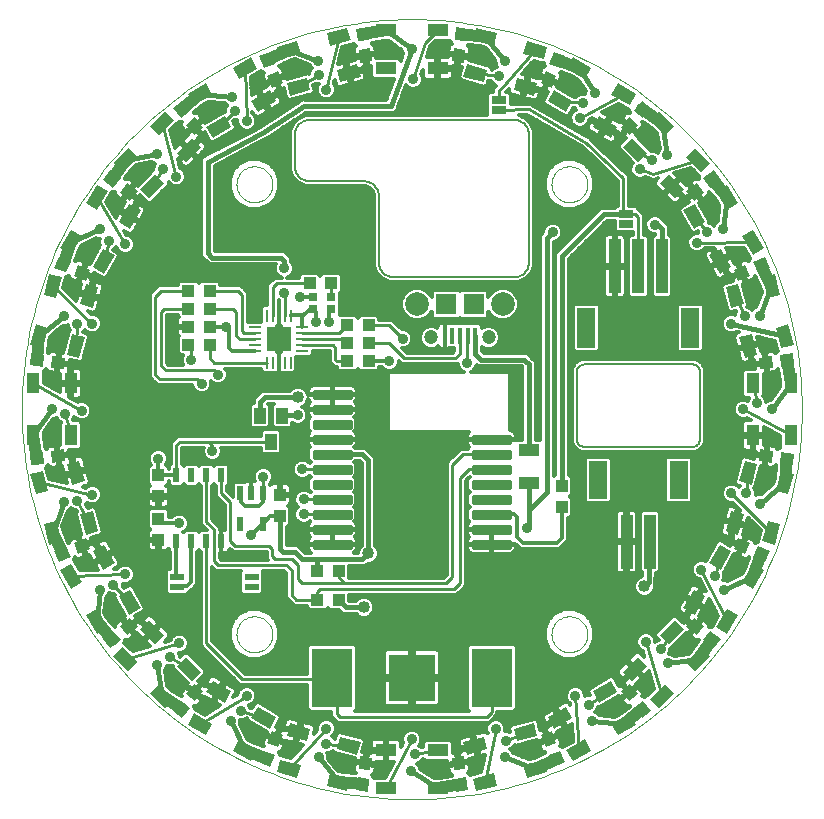
<source format=gtl>
G75*
%MOIN*%
%OFA0B0*%
%FSLAX24Y24*%
%IPPOS*%
%LPD*%
%AMOC8*
5,1,8,0,0,1.08239X$1,22.5*
%
%ADD10C,0.0010*%
%ADD11C,0.0050*%
%ADD12R,0.0394X0.0433*%
%ADD13R,0.0157X0.0551*%
%ADD14R,0.0709X0.0709*%
%ADD15C,0.0472*%
%ADD16C,0.0787*%
%ADD17C,0.0160*%
%ADD18R,0.0236X0.0472*%
%ADD19R,0.0394X0.1811*%
%ADD20R,0.0630X0.1339*%
%ADD21R,0.0217X0.0472*%
%ADD22R,0.0433X0.0394*%
%ADD23R,0.0472X0.0236*%
%ADD24R,0.1575X0.1575*%
%ADD25R,0.1378X0.1969*%
%ADD26R,0.0709X0.0433*%
%ADD27R,0.0433X0.0709*%
%ADD28R,0.0098X0.0394*%
%ADD29R,0.0394X0.0098*%
%ADD30R,0.0787X0.0787*%
%ADD31R,0.0630X0.1260*%
%ADD32R,0.0315X0.0315*%
%ADD33R,0.0709X0.0394*%
%ADD34C,0.0000*%
%ADD35R,0.0500X0.0250*%
%ADD36R,0.0394X0.0551*%
%ADD37C,0.0120*%
%ADD38C,0.0350*%
%ADD39C,0.0400*%
%ADD40C,0.0100*%
%ADD41C,0.0400*%
%ADD42C,0.0140*%
D10*
X000160Y013160D02*
X000164Y013479D01*
X000176Y013798D01*
X000195Y014116D01*
X000223Y014434D01*
X000258Y014751D01*
X000301Y015067D01*
X000351Y015383D01*
X000410Y015696D01*
X000476Y016008D01*
X000550Y016319D01*
X000631Y016627D01*
X000720Y016934D01*
X000816Y017238D01*
X000920Y017540D01*
X001031Y017839D01*
X001150Y018135D01*
X001275Y018428D01*
X001408Y018718D01*
X001548Y019005D01*
X001695Y019288D01*
X001849Y019568D01*
X002010Y019843D01*
X002177Y020115D01*
X002351Y020382D01*
X002531Y020646D01*
X002718Y020904D01*
X002911Y021158D01*
X003111Y021407D01*
X003316Y021651D01*
X003528Y021890D01*
X003745Y022124D01*
X003968Y022352D01*
X004196Y022575D01*
X004430Y022792D01*
X004669Y023004D01*
X004913Y023209D01*
X005162Y023409D01*
X005416Y023602D01*
X005674Y023789D01*
X005938Y023969D01*
X006205Y024143D01*
X006477Y024310D01*
X006752Y024471D01*
X007032Y024625D01*
X007315Y024772D01*
X007602Y024912D01*
X007892Y025045D01*
X008185Y025170D01*
X008481Y025289D01*
X008780Y025400D01*
X009082Y025504D01*
X009386Y025600D01*
X009693Y025689D01*
X010001Y025770D01*
X010312Y025844D01*
X010624Y025910D01*
X010937Y025969D01*
X011253Y026019D01*
X011569Y026062D01*
X011886Y026097D01*
X012204Y026125D01*
X012522Y026144D01*
X012841Y026156D01*
X013160Y026160D01*
X013479Y026156D01*
X013798Y026144D01*
X014116Y026125D01*
X014434Y026097D01*
X014751Y026062D01*
X015067Y026019D01*
X015383Y025969D01*
X015696Y025910D01*
X016008Y025844D01*
X016319Y025770D01*
X016627Y025689D01*
X016934Y025600D01*
X017238Y025504D01*
X017540Y025400D01*
X017839Y025289D01*
X018135Y025170D01*
X018428Y025045D01*
X018718Y024912D01*
X019005Y024772D01*
X019288Y024625D01*
X019568Y024471D01*
X019843Y024310D01*
X020115Y024143D01*
X020382Y023969D01*
X020646Y023789D01*
X020904Y023602D01*
X021158Y023409D01*
X021407Y023209D01*
X021651Y023004D01*
X021890Y022792D01*
X022124Y022575D01*
X022352Y022352D01*
X022575Y022124D01*
X022792Y021890D01*
X023004Y021651D01*
X023209Y021407D01*
X023409Y021158D01*
X023602Y020904D01*
X023789Y020646D01*
X023969Y020382D01*
X024143Y020115D01*
X024310Y019843D01*
X024471Y019568D01*
X024625Y019288D01*
X024772Y019005D01*
X024912Y018718D01*
X025045Y018428D01*
X025170Y018135D01*
X025289Y017839D01*
X025400Y017540D01*
X025504Y017238D01*
X025600Y016934D01*
X025689Y016627D01*
X025770Y016319D01*
X025844Y016008D01*
X025910Y015696D01*
X025969Y015383D01*
X026019Y015067D01*
X026062Y014751D01*
X026097Y014434D01*
X026125Y014116D01*
X026144Y013798D01*
X026156Y013479D01*
X026160Y013160D01*
X026156Y012841D01*
X026144Y012522D01*
X026125Y012204D01*
X026097Y011886D01*
X026062Y011569D01*
X026019Y011253D01*
X025969Y010937D01*
X025910Y010624D01*
X025844Y010312D01*
X025770Y010001D01*
X025689Y009693D01*
X025600Y009386D01*
X025504Y009082D01*
X025400Y008780D01*
X025289Y008481D01*
X025170Y008185D01*
X025045Y007892D01*
X024912Y007602D01*
X024772Y007315D01*
X024625Y007032D01*
X024471Y006752D01*
X024310Y006477D01*
X024143Y006205D01*
X023969Y005938D01*
X023789Y005674D01*
X023602Y005416D01*
X023409Y005162D01*
X023209Y004913D01*
X023004Y004669D01*
X022792Y004430D01*
X022575Y004196D01*
X022352Y003968D01*
X022124Y003745D01*
X021890Y003528D01*
X021651Y003316D01*
X021407Y003111D01*
X021158Y002911D01*
X020904Y002718D01*
X020646Y002531D01*
X020382Y002351D01*
X020115Y002177D01*
X019843Y002010D01*
X019568Y001849D01*
X019288Y001695D01*
X019005Y001548D01*
X018718Y001408D01*
X018428Y001275D01*
X018135Y001150D01*
X017839Y001031D01*
X017540Y000920D01*
X017238Y000816D01*
X016934Y000720D01*
X016627Y000631D01*
X016319Y000550D01*
X016008Y000476D01*
X015696Y000410D01*
X015383Y000351D01*
X015067Y000301D01*
X014751Y000258D01*
X014434Y000223D01*
X014116Y000195D01*
X013798Y000176D01*
X013479Y000164D01*
X013160Y000160D01*
X012841Y000164D01*
X012522Y000176D01*
X012204Y000195D01*
X011886Y000223D01*
X011569Y000258D01*
X011253Y000301D01*
X010937Y000351D01*
X010624Y000410D01*
X010312Y000476D01*
X010001Y000550D01*
X009693Y000631D01*
X009386Y000720D01*
X009082Y000816D01*
X008780Y000920D01*
X008481Y001031D01*
X008185Y001150D01*
X007892Y001275D01*
X007602Y001408D01*
X007315Y001548D01*
X007032Y001695D01*
X006752Y001849D01*
X006477Y002010D01*
X006205Y002177D01*
X005938Y002351D01*
X005674Y002531D01*
X005416Y002718D01*
X005162Y002911D01*
X004913Y003111D01*
X004669Y003316D01*
X004430Y003528D01*
X004196Y003745D01*
X003968Y003968D01*
X003745Y004196D01*
X003528Y004430D01*
X003316Y004669D01*
X003111Y004913D01*
X002911Y005162D01*
X002718Y005416D01*
X002531Y005674D01*
X002351Y005938D01*
X002177Y006205D01*
X002010Y006477D01*
X001849Y006752D01*
X001695Y007032D01*
X001548Y007315D01*
X001408Y007602D01*
X001275Y007892D01*
X001150Y008185D01*
X001031Y008481D01*
X000920Y008780D01*
X000816Y009082D01*
X000720Y009386D01*
X000631Y009693D01*
X000550Y010001D01*
X000476Y010312D01*
X000410Y010624D01*
X000351Y010937D01*
X000301Y011253D01*
X000258Y011569D01*
X000223Y011886D01*
X000195Y012204D01*
X000176Y012522D01*
X000164Y012841D01*
X000160Y013160D01*
D11*
X009260Y021260D02*
X009260Y022310D01*
X009262Y022354D01*
X009268Y022397D01*
X009277Y022439D01*
X009290Y022481D01*
X009307Y022521D01*
X009327Y022560D01*
X009350Y022597D01*
X009377Y022631D01*
X009406Y022664D01*
X009439Y022693D01*
X009473Y022720D01*
X009510Y022743D01*
X009549Y022763D01*
X009589Y022780D01*
X009631Y022793D01*
X009673Y022802D01*
X009716Y022808D01*
X009760Y022810D01*
X016560Y022810D01*
X016604Y022808D01*
X016647Y022802D01*
X016689Y022793D01*
X016731Y022780D01*
X016771Y022763D01*
X016810Y022743D01*
X016847Y022720D01*
X016881Y022693D01*
X016914Y022664D01*
X016943Y022631D01*
X016970Y022597D01*
X016993Y022560D01*
X017013Y022521D01*
X017030Y022481D01*
X017043Y022439D01*
X017052Y022397D01*
X017058Y022354D01*
X017060Y022310D01*
X017060Y018060D01*
X017058Y018016D01*
X017052Y017973D01*
X017043Y017931D01*
X017030Y017889D01*
X017013Y017849D01*
X016993Y017810D01*
X016970Y017773D01*
X016943Y017739D01*
X016914Y017706D01*
X016881Y017677D01*
X016847Y017650D01*
X016810Y017627D01*
X016771Y017607D01*
X016731Y017590D01*
X016689Y017577D01*
X016647Y017568D01*
X016604Y017562D01*
X016560Y017560D01*
X012560Y017560D01*
X012516Y017562D01*
X012473Y017568D01*
X012431Y017577D01*
X012389Y017590D01*
X012349Y017607D01*
X012310Y017627D01*
X012273Y017650D01*
X012239Y017677D01*
X012206Y017706D01*
X012177Y017739D01*
X012150Y017773D01*
X012127Y017810D01*
X012107Y017849D01*
X012090Y017889D01*
X012077Y017931D01*
X012068Y017973D01*
X012062Y018016D01*
X012060Y018060D01*
X012060Y020260D01*
X012058Y020304D01*
X012052Y020347D01*
X012043Y020389D01*
X012030Y020431D01*
X012013Y020471D01*
X011993Y020510D01*
X011970Y020547D01*
X011943Y020581D01*
X011914Y020614D01*
X011881Y020643D01*
X011847Y020670D01*
X011810Y020693D01*
X011771Y020713D01*
X011731Y020730D01*
X011689Y020743D01*
X011647Y020752D01*
X011604Y020758D01*
X011560Y020760D01*
X009760Y020760D01*
X009716Y020762D01*
X009673Y020768D01*
X009631Y020777D01*
X009589Y020790D01*
X009549Y020807D01*
X009510Y020827D01*
X009473Y020850D01*
X009439Y020877D01*
X009406Y020906D01*
X009377Y020939D01*
X009350Y020973D01*
X009327Y021010D01*
X009307Y021049D01*
X009290Y021089D01*
X009277Y021131D01*
X009268Y021173D01*
X009262Y021216D01*
X009260Y021260D01*
X018660Y014410D02*
X018660Y012160D01*
X018662Y012130D01*
X018667Y012100D01*
X018676Y012071D01*
X018689Y012044D01*
X018704Y012018D01*
X018723Y011994D01*
X018744Y011973D01*
X018768Y011954D01*
X018794Y011939D01*
X018821Y011926D01*
X018850Y011917D01*
X018880Y011912D01*
X018910Y011910D01*
X022510Y011910D01*
X022540Y011912D01*
X022570Y011917D01*
X022599Y011926D01*
X022626Y011939D01*
X022652Y011954D01*
X022676Y011973D01*
X022697Y011994D01*
X022716Y012018D01*
X022731Y012044D01*
X022744Y012071D01*
X022753Y012100D01*
X022758Y012130D01*
X022760Y012160D01*
X022760Y014410D01*
X022758Y014440D01*
X022753Y014470D01*
X022744Y014499D01*
X022731Y014526D01*
X022716Y014552D01*
X022697Y014576D01*
X022676Y014597D01*
X022652Y014616D01*
X022626Y014631D01*
X022599Y014644D01*
X022570Y014653D01*
X022540Y014658D01*
X022510Y014660D01*
X018910Y014660D01*
X018880Y014658D01*
X018850Y014653D01*
X018821Y014644D01*
X018794Y014631D01*
X018768Y014616D01*
X018744Y014597D01*
X018723Y014576D01*
X018704Y014552D01*
X018689Y014526D01*
X018676Y014499D01*
X018667Y014470D01*
X018662Y014440D01*
X018660Y014410D01*
D12*
X018160Y010614D03*
X018160Y009906D03*
X008760Y009606D03*
X008760Y010314D03*
X004710Y010256D03*
X004710Y009514D03*
X004710Y008806D03*
X004710Y010964D03*
D13*
X014248Y015617D03*
X014504Y015617D03*
X014760Y015617D03*
X015016Y015617D03*
X015272Y015617D03*
D14*
X015213Y016660D03*
X014307Y016660D03*
D15*
X013805Y015558D03*
X015715Y015558D03*
D16*
X016181Y016660D03*
X013339Y016660D03*
D17*
X004676Y004647D02*
X004837Y003612D01*
X007128Y002784D02*
X007595Y001791D01*
X010060Y001560D02*
X010724Y000737D01*
X013125Y001115D02*
X014026Y000530D01*
X016260Y001560D02*
X017270Y001186D01*
X019160Y002760D02*
X020225Y002658D01*
X021685Y004693D02*
X022708Y004837D01*
X023548Y007145D02*
X024529Y007595D01*
X024760Y010010D02*
X025583Y010724D01*
X025160Y013160D02*
X025790Y014026D01*
X025583Y015596D02*
X023810Y016010D01*
X024750Y016285D02*
X025134Y017270D01*
X023543Y019183D02*
X023662Y020225D01*
X021678Y021636D02*
X021483Y022708D01*
X019260Y023710D02*
X018725Y024529D01*
X016260Y024760D02*
X015596Y025583D01*
X013160Y025160D02*
X012460Y023260D01*
X009560Y023260D01*
X008160Y022360D01*
X006360Y021410D01*
X006360Y018360D01*
X006510Y018210D01*
X008810Y018210D01*
X008910Y018110D01*
X008910Y017860D01*
X009360Y013560D02*
X008260Y013560D01*
X008110Y013410D01*
X008110Y012967D01*
X008086Y012943D01*
X008834Y012943D02*
X008851Y012960D01*
X009360Y012960D01*
X009930Y013240D02*
X011090Y013240D01*
X011090Y013080D01*
X009930Y013080D01*
X009930Y013240D01*
X009930Y013239D02*
X011090Y013239D01*
X011090Y013740D02*
X009930Y013740D01*
X011090Y013740D02*
X011090Y013580D01*
X009930Y013580D01*
X009930Y013740D01*
X009930Y013739D02*
X011090Y013739D01*
X011090Y012740D02*
X009930Y012740D01*
X011090Y012740D02*
X011090Y012580D01*
X009930Y012580D01*
X009930Y012740D01*
X009930Y012739D02*
X011090Y012739D01*
X011090Y012240D02*
X009930Y012240D01*
X011090Y012240D02*
X011090Y012080D01*
X009930Y012080D01*
X009930Y012240D01*
X009930Y012239D02*
X011090Y012239D01*
X011510Y011660D02*
X011710Y011460D01*
X011710Y008360D01*
X011510Y008160D01*
X010410Y008160D01*
X009960Y008160D01*
X010006Y008114D01*
X010006Y007760D01*
X009960Y008160D02*
X009510Y008160D01*
X009260Y008410D01*
X008860Y008410D01*
X008760Y008510D01*
X008760Y009606D01*
X009930Y009740D02*
X011090Y009740D01*
X011090Y009580D01*
X009930Y009580D01*
X009930Y009740D01*
X009930Y009739D02*
X011090Y009739D01*
X011090Y010240D02*
X009930Y010240D01*
X011090Y010240D02*
X011090Y010080D01*
X009930Y010080D01*
X009930Y010240D01*
X009930Y010239D02*
X011090Y010239D01*
X011090Y010740D02*
X009930Y010740D01*
X011090Y010740D02*
X011090Y010580D01*
X009930Y010580D01*
X009930Y010740D01*
X009930Y010739D02*
X011090Y010739D01*
X011090Y011240D02*
X009930Y011240D01*
X011090Y011240D02*
X011090Y011080D01*
X009930Y011080D01*
X009930Y011240D01*
X009930Y011239D02*
X011090Y011239D01*
X011510Y011660D02*
X010510Y011660D01*
X009930Y011740D02*
X011090Y011740D01*
X011090Y011580D01*
X009930Y011580D01*
X009930Y011740D01*
X009930Y011739D02*
X011090Y011739D01*
X011090Y009240D02*
X009930Y009240D01*
X011090Y009240D02*
X011090Y009080D01*
X009930Y009080D01*
X009930Y009240D01*
X009930Y009239D02*
X011090Y009239D01*
X011090Y008740D02*
X009930Y008740D01*
X011090Y008740D02*
X011090Y008580D01*
X009930Y008580D01*
X009930Y008740D01*
X009930Y008739D02*
X011090Y008739D01*
X010714Y006810D02*
X010964Y006560D01*
X011560Y006560D01*
X015230Y008740D02*
X016390Y008740D01*
X016390Y008580D01*
X015230Y008580D01*
X015230Y008740D01*
X015230Y008739D02*
X016390Y008739D01*
X016390Y009240D02*
X015230Y009240D01*
X016390Y009240D02*
X016390Y009080D01*
X015230Y009080D01*
X015230Y009240D01*
X015230Y009239D02*
X016390Y009239D01*
X017010Y009210D02*
X017060Y009260D01*
X017060Y009810D01*
X017660Y010410D01*
X017660Y018860D01*
X017860Y019060D01*
X018160Y018260D02*
X019560Y019660D01*
X020133Y019660D01*
X020310Y019687D01*
X021260Y019310D02*
X021360Y019310D01*
X021497Y019173D01*
X021497Y017923D01*
X018160Y018260D02*
X018160Y010614D01*
X017060Y010709D02*
X017060Y009810D01*
X016390Y009740D02*
X015230Y009740D01*
X016390Y009740D02*
X016390Y009580D01*
X015230Y009580D01*
X015230Y009740D01*
X015230Y009739D02*
X016390Y009739D01*
X016390Y010240D02*
X015230Y010240D01*
X016390Y010240D02*
X016390Y010080D01*
X015230Y010080D01*
X015230Y010240D01*
X015230Y010239D02*
X016390Y010239D01*
X016390Y010740D02*
X015230Y010740D01*
X016390Y010740D02*
X016390Y010580D01*
X015230Y010580D01*
X015230Y010740D01*
X015230Y010739D02*
X016390Y010739D01*
X016390Y011240D02*
X015230Y011240D01*
X016390Y011240D02*
X016390Y011080D01*
X015230Y011080D01*
X015230Y011240D01*
X015230Y011239D02*
X016390Y011239D01*
X016390Y011740D02*
X015230Y011740D01*
X016390Y011740D02*
X016390Y011580D01*
X015230Y011580D01*
X015230Y011740D01*
X015230Y011739D02*
X016390Y011739D01*
X017060Y011811D02*
X017060Y014660D01*
X016910Y014810D01*
X015460Y014810D01*
X015272Y014998D01*
X015272Y015617D01*
X015230Y012240D02*
X016390Y012240D01*
X016390Y012080D01*
X015230Y012080D01*
X015230Y012240D01*
X015230Y012239D02*
X016390Y012239D01*
X021104Y008753D02*
X021054Y007404D01*
X020910Y007260D01*
X007160Y023560D02*
X006095Y023662D01*
X004660Y021660D02*
X003612Y021483D01*
X002760Y019160D02*
X001791Y018725D01*
X001560Y016260D02*
X000737Y015596D01*
X001160Y013160D02*
X000530Y012294D01*
X001560Y010060D02*
X001186Y009050D01*
X002777Y007137D02*
X002658Y006095D01*
X010035Y024770D02*
X009050Y025134D01*
X012294Y025790D02*
X013160Y025160D01*
D18*
X006810Y010962D03*
X006310Y010962D03*
X005810Y010962D03*
X005310Y010962D03*
X005310Y008758D03*
X005810Y008758D03*
X006310Y008758D03*
X006810Y008758D03*
D19*
X019923Y017923D03*
X020710Y017923D03*
X021497Y017923D03*
X021104Y008753D03*
X020316Y008753D03*
D20*
X018978Y015876D03*
X022442Y015876D03*
D21*
X008184Y010372D03*
X007810Y010372D03*
X007436Y010372D03*
X007436Y009348D03*
X008184Y009348D03*
D22*
X010006Y007760D03*
X010714Y007760D03*
X010714Y006810D03*
X010006Y006810D03*
G36*
X005629Y003670D02*
X005892Y004012D01*
X006203Y003772D01*
X005940Y003430D01*
X005629Y003670D01*
G37*
G36*
X005197Y003108D02*
X005460Y003450D01*
X005771Y003210D01*
X005508Y002868D01*
X005197Y003108D01*
G37*
G36*
X002868Y005508D02*
X003210Y005771D01*
X003450Y005460D01*
X003108Y005197D01*
X002868Y005508D01*
G37*
G36*
X003430Y005940D02*
X003772Y006203D01*
X004012Y005892D01*
X003670Y005629D01*
X003430Y005940D01*
G37*
G36*
X001239Y008433D02*
X001637Y008598D01*
X001787Y008235D01*
X001389Y008070D01*
X001239Y008433D01*
G37*
G36*
X001893Y008705D02*
X002291Y008870D01*
X002441Y008507D01*
X002043Y008342D01*
X001893Y008705D01*
G37*
G36*
X000420Y011681D02*
X000847Y011737D01*
X000898Y011347D01*
X000471Y011291D01*
X000420Y011681D01*
G37*
G36*
X001122Y011773D02*
X001549Y011829D01*
X001600Y011439D01*
X001173Y011383D01*
X001122Y011773D01*
G37*
G36*
X001173Y014937D02*
X001600Y014881D01*
X001549Y014491D01*
X001122Y014547D01*
X001173Y014937D01*
G37*
G36*
X000471Y015029D02*
X000898Y014973D01*
X000847Y014583D01*
X000420Y014639D01*
X000471Y015029D01*
G37*
G36*
X002043Y017978D02*
X002441Y017813D01*
X002291Y017450D01*
X001893Y017615D01*
X002043Y017978D01*
G37*
G36*
X001389Y018250D02*
X001787Y018085D01*
X001637Y017722D01*
X001239Y017887D01*
X001389Y018250D01*
G37*
G36*
X003670Y020691D02*
X004012Y020428D01*
X003772Y020117D01*
X003430Y020380D01*
X003670Y020691D01*
G37*
G36*
X003108Y021123D02*
X003450Y020860D01*
X003210Y020549D01*
X002868Y020812D01*
X003108Y021123D01*
G37*
G36*
X005508Y023452D02*
X005771Y023110D01*
X005460Y022870D01*
X005197Y023212D01*
X005508Y023452D01*
G37*
G36*
X005940Y022890D02*
X006203Y022548D01*
X005892Y022308D01*
X005629Y022650D01*
X005940Y022890D01*
G37*
G36*
X008433Y025081D02*
X008598Y024683D01*
X008235Y024533D01*
X008070Y024931D01*
X008433Y025081D01*
G37*
G36*
X008705Y024427D02*
X008870Y024029D01*
X008507Y023879D01*
X008342Y024277D01*
X008705Y024427D01*
G37*
G36*
X011681Y025900D02*
X011737Y025473D01*
X011347Y025422D01*
X011291Y025849D01*
X011681Y025900D01*
G37*
G36*
X011773Y025198D02*
X011829Y024771D01*
X011439Y024720D01*
X011383Y025147D01*
X011773Y025198D01*
G37*
G36*
X014937Y025147D02*
X014881Y024720D01*
X014491Y024771D01*
X014547Y025198D01*
X014937Y025147D01*
G37*
G36*
X015029Y025849D02*
X014973Y025422D01*
X014583Y025473D01*
X014639Y025900D01*
X015029Y025849D01*
G37*
G36*
X017978Y024277D02*
X017813Y023879D01*
X017450Y024029D01*
X017615Y024427D01*
X017978Y024277D01*
G37*
G36*
X018250Y024931D02*
X018085Y024533D01*
X017722Y024683D01*
X017887Y025081D01*
X018250Y024931D01*
G37*
G36*
X020691Y022650D02*
X020428Y022308D01*
X020117Y022548D01*
X020380Y022890D01*
X020691Y022650D01*
G37*
G36*
X021123Y023212D02*
X020860Y022870D01*
X020549Y023110D01*
X020812Y023452D01*
X021123Y023212D01*
G37*
G36*
X023452Y020812D02*
X023110Y020549D01*
X022870Y020860D01*
X023212Y021123D01*
X023452Y020812D01*
G37*
G36*
X022890Y020380D02*
X022548Y020117D01*
X022308Y020428D01*
X022650Y020691D01*
X022890Y020380D01*
G37*
G36*
X025081Y017887D02*
X024683Y017722D01*
X024533Y018085D01*
X024931Y018250D01*
X025081Y017887D01*
G37*
G36*
X024427Y017615D02*
X024029Y017450D01*
X023879Y017813D01*
X024277Y017978D01*
X024427Y017615D01*
G37*
G36*
X025900Y014639D02*
X025473Y014583D01*
X025422Y014973D01*
X025849Y015029D01*
X025900Y014639D01*
G37*
G36*
X025198Y014547D02*
X024771Y014491D01*
X024720Y014881D01*
X025147Y014937D01*
X025198Y014547D01*
G37*
G36*
X025147Y011383D02*
X024720Y011439D01*
X024771Y011829D01*
X025198Y011773D01*
X025147Y011383D01*
G37*
G36*
X025849Y011291D02*
X025422Y011347D01*
X025473Y011737D01*
X025900Y011681D01*
X025849Y011291D01*
G37*
G36*
X024277Y008342D02*
X023879Y008507D01*
X024029Y008870D01*
X024427Y008705D01*
X024277Y008342D01*
G37*
G36*
X024931Y008070D02*
X024533Y008235D01*
X024683Y008598D01*
X025081Y008433D01*
X024931Y008070D01*
G37*
G36*
X022650Y005629D02*
X022308Y005892D01*
X022548Y006203D01*
X022890Y005940D01*
X022650Y005629D01*
G37*
G36*
X023212Y005197D02*
X022870Y005460D01*
X023110Y005771D01*
X023452Y005508D01*
X023212Y005197D01*
G37*
G36*
X020812Y002868D02*
X020549Y003210D01*
X020860Y003450D01*
X021123Y003108D01*
X020812Y002868D01*
G37*
G36*
X020380Y003430D02*
X020117Y003772D01*
X020428Y004012D01*
X020691Y003670D01*
X020380Y003430D01*
G37*
G36*
X017887Y001239D02*
X017722Y001637D01*
X018085Y001787D01*
X018250Y001389D01*
X017887Y001239D01*
G37*
G36*
X017615Y001893D02*
X017450Y002291D01*
X017813Y002441D01*
X017978Y002043D01*
X017615Y001893D01*
G37*
G36*
X014639Y000420D02*
X014583Y000847D01*
X014973Y000898D01*
X015029Y000471D01*
X014639Y000420D01*
G37*
G36*
X014547Y001122D02*
X014491Y001549D01*
X014881Y001600D01*
X014937Y001173D01*
X014547Y001122D01*
G37*
G36*
X011383Y001173D02*
X011439Y001600D01*
X011829Y001549D01*
X011773Y001122D01*
X011383Y001173D01*
G37*
G36*
X011291Y000471D02*
X011347Y000898D01*
X011737Y000847D01*
X011681Y000420D01*
X011291Y000471D01*
G37*
G36*
X008342Y002043D02*
X008507Y002441D01*
X008870Y002291D01*
X008705Y001893D01*
X008342Y002043D01*
G37*
G36*
X008070Y001389D02*
X008235Y001787D01*
X008598Y001637D01*
X008433Y001239D01*
X008070Y001389D01*
G37*
X011006Y014760D03*
X011006Y015360D03*
X011006Y015960D03*
X011714Y015960D03*
X011714Y015360D03*
X011714Y014760D03*
X010464Y017360D03*
X009756Y017360D03*
X006414Y017110D03*
X006414Y016510D03*
X006414Y015910D03*
X006414Y015310D03*
X005706Y015310D03*
X005706Y015910D03*
X005706Y016510D03*
X005706Y017110D03*
D23*
X005340Y007587D03*
X005340Y007233D03*
X007820Y007233D03*
X007820Y007587D03*
D24*
X013160Y004210D03*
D25*
X015817Y004210D03*
X010503Y004210D03*
D26*
G36*
X009662Y002103D02*
X008979Y002286D01*
X009090Y002703D01*
X009773Y002520D01*
X009662Y002103D01*
G37*
G36*
X009336Y000886D02*
X008653Y001069D01*
X008764Y001486D01*
X009447Y001303D01*
X009336Y000886D01*
G37*
G36*
X011010Y000437D02*
X010327Y000620D01*
X010438Y001037D01*
X011121Y000854D01*
X011010Y000437D01*
G37*
X012294Y000530D03*
X012294Y001790D03*
G36*
X011336Y001654D02*
X010653Y001837D01*
X010764Y002254D01*
X011447Y002071D01*
X011336Y001654D01*
G37*
X014026Y001790D03*
X014026Y000530D03*
G36*
X015667Y001837D02*
X014984Y001654D01*
X014873Y002071D01*
X015556Y002254D01*
X015667Y001837D01*
G37*
G36*
X015993Y000620D02*
X015310Y000437D01*
X015199Y000854D01*
X015882Y001037D01*
X015993Y000620D01*
G37*
G36*
X017667Y001069D02*
X016984Y000886D01*
X016873Y001303D01*
X017556Y001486D01*
X017667Y001069D01*
G37*
G36*
X019139Y001781D02*
X018527Y001427D01*
X018311Y001801D01*
X018923Y002155D01*
X019139Y001781D01*
G37*
G36*
X020639Y002648D02*
X020027Y002294D01*
X019811Y002668D01*
X020423Y003022D01*
X020639Y002648D01*
G37*
G36*
X021886Y003709D02*
X021386Y003209D01*
X021080Y003515D01*
X021580Y004015D01*
X021886Y003709D01*
G37*
G36*
X023111Y004934D02*
X022611Y004434D01*
X022305Y004740D01*
X022805Y005240D01*
X023111Y004934D01*
G37*
G36*
X024026Y006293D02*
X023672Y005681D01*
X023298Y005897D01*
X023652Y006509D01*
X024026Y006293D01*
G37*
G36*
X024893Y007793D02*
X024539Y007181D01*
X024165Y007397D01*
X024519Y008009D01*
X024893Y007793D01*
G37*
G36*
X025434Y009336D02*
X025251Y008653D01*
X024834Y008764D01*
X025017Y009447D01*
X025434Y009336D01*
G37*
G36*
X025883Y011010D02*
X025700Y010327D01*
X025283Y010438D01*
X025466Y011121D01*
X025883Y011010D01*
G37*
G36*
X024666Y011336D02*
X024483Y010653D01*
X024066Y010764D01*
X024249Y011447D01*
X024666Y011336D01*
G37*
G36*
X024217Y009662D02*
X024034Y008979D01*
X023617Y009090D01*
X023800Y009773D01*
X024217Y009662D01*
G37*
G36*
X023802Y008423D02*
X023448Y007811D01*
X023074Y008027D01*
X023428Y008639D01*
X023802Y008423D01*
G37*
G36*
X022935Y006923D02*
X022581Y006311D01*
X022207Y006527D01*
X022561Y007139D01*
X022935Y006923D01*
G37*
G36*
X022220Y005825D02*
X021720Y005325D01*
X021414Y005631D01*
X021914Y006131D01*
X022220Y005825D01*
G37*
G36*
X020995Y004600D02*
X020495Y004100D01*
X020189Y004406D01*
X020689Y004906D01*
X020995Y004600D01*
G37*
G36*
X020009Y003739D02*
X019397Y003385D01*
X019181Y003759D01*
X019793Y004113D01*
X020009Y003739D01*
G37*
G36*
X018509Y002872D02*
X017897Y002518D01*
X017681Y002892D01*
X018293Y003246D01*
X018509Y002872D01*
G37*
G36*
X017341Y002286D02*
X016658Y002103D01*
X016547Y002520D01*
X017230Y002703D01*
X017341Y002286D01*
G37*
G36*
X008423Y002518D02*
X007811Y002872D01*
X008027Y003246D01*
X008639Y002892D01*
X008423Y002518D01*
G37*
G36*
X007793Y001427D02*
X007181Y001781D01*
X007397Y002155D01*
X008009Y001801D01*
X007793Y001427D01*
G37*
G36*
X006293Y002294D02*
X005681Y002648D01*
X005897Y003022D01*
X006509Y002668D01*
X006293Y002294D01*
G37*
G36*
X004934Y003209D02*
X004434Y003709D01*
X004740Y004015D01*
X005240Y003515D01*
X004934Y003209D01*
G37*
G36*
X005825Y004100D02*
X005325Y004600D01*
X005631Y004906D01*
X006131Y004406D01*
X005825Y004100D01*
G37*
G36*
X006923Y003385D02*
X006311Y003739D01*
X006527Y004113D01*
X007139Y003759D01*
X006923Y003385D01*
G37*
G36*
X004600Y005325D02*
X004100Y005825D01*
X004406Y006131D01*
X004906Y005631D01*
X004600Y005325D01*
G37*
G36*
X003709Y004434D02*
X003209Y004934D01*
X003515Y005240D01*
X004015Y004740D01*
X003709Y004434D01*
G37*
G36*
X002648Y005681D02*
X002294Y006293D01*
X002668Y006509D01*
X003022Y005897D01*
X002648Y005681D01*
G37*
G36*
X003739Y006311D02*
X003385Y006923D01*
X003759Y007139D01*
X004113Y006527D01*
X003739Y006311D01*
G37*
G36*
X002872Y007811D02*
X002518Y008423D01*
X002892Y008639D01*
X003246Y008027D01*
X002872Y007811D01*
G37*
G36*
X001781Y007181D02*
X001427Y007793D01*
X001801Y008009D01*
X002155Y007397D01*
X001781Y007181D01*
G37*
G36*
X001069Y008653D02*
X000886Y009336D01*
X001303Y009447D01*
X001486Y008764D01*
X001069Y008653D01*
G37*
G36*
X002286Y008979D02*
X002103Y009662D01*
X002520Y009773D01*
X002703Y009090D01*
X002286Y008979D01*
G37*
G36*
X000620Y010327D02*
X000437Y011010D01*
X000854Y011121D01*
X001037Y010438D01*
X000620Y010327D01*
G37*
G36*
X001837Y010653D02*
X001654Y011336D01*
X002071Y011447D01*
X002254Y010764D01*
X001837Y010653D01*
G37*
G36*
X001654Y014984D02*
X001837Y015667D01*
X002254Y015556D01*
X002071Y014873D01*
X001654Y014984D01*
G37*
G36*
X000437Y015310D02*
X000620Y015993D01*
X001037Y015882D01*
X000854Y015199D01*
X000437Y015310D01*
G37*
G36*
X000886Y016984D02*
X001069Y017667D01*
X001486Y017556D01*
X001303Y016873D01*
X000886Y016984D01*
G37*
G36*
X002103Y016658D02*
X002286Y017341D01*
X002703Y017230D01*
X002520Y016547D01*
X002103Y016658D01*
G37*
G36*
X002518Y017897D02*
X002872Y018509D01*
X003246Y018293D01*
X002892Y017681D01*
X002518Y017897D01*
G37*
G36*
X001427Y018527D02*
X001781Y019139D01*
X002155Y018923D01*
X001801Y018311D01*
X001427Y018527D01*
G37*
G36*
X002294Y020027D02*
X002648Y020639D01*
X003022Y020423D01*
X002668Y019811D01*
X002294Y020027D01*
G37*
G36*
X003209Y021386D02*
X003709Y021886D01*
X004015Y021580D01*
X003515Y021080D01*
X003209Y021386D01*
G37*
G36*
X004100Y020495D02*
X004600Y020995D01*
X004906Y020689D01*
X004406Y020189D01*
X004100Y020495D01*
G37*
G36*
X003385Y019397D02*
X003739Y020009D01*
X004113Y019793D01*
X003759Y019181D01*
X003385Y019397D01*
G37*
G36*
X005325Y021720D02*
X005825Y022220D01*
X006131Y021914D01*
X005631Y021414D01*
X005325Y021720D01*
G37*
G36*
X004434Y022611D02*
X004934Y023111D01*
X005240Y022805D01*
X004740Y022305D01*
X004434Y022611D01*
G37*
G36*
X005681Y023672D02*
X006293Y024026D01*
X006509Y023652D01*
X005897Y023298D01*
X005681Y023672D01*
G37*
G36*
X006311Y022581D02*
X006923Y022935D01*
X007139Y022561D01*
X006527Y022207D01*
X006311Y022581D01*
G37*
G36*
X007811Y023448D02*
X008423Y023802D01*
X008639Y023428D01*
X008027Y023074D01*
X007811Y023448D01*
G37*
G36*
X007181Y024539D02*
X007793Y024893D01*
X008009Y024519D01*
X007397Y024165D01*
X007181Y024539D01*
G37*
G36*
X008653Y025251D02*
X009336Y025434D01*
X009447Y025017D01*
X008764Y024834D01*
X008653Y025251D01*
G37*
G36*
X008979Y024034D02*
X009662Y024217D01*
X009773Y023800D01*
X009090Y023617D01*
X008979Y024034D01*
G37*
G36*
X010327Y025700D02*
X011010Y025883D01*
X011121Y025466D01*
X010438Y025283D01*
X010327Y025700D01*
G37*
G36*
X010653Y024483D02*
X011336Y024666D01*
X011447Y024249D01*
X010764Y024066D01*
X010653Y024483D01*
G37*
X012294Y024530D03*
X012294Y025790D03*
X014026Y025790D03*
X014026Y024530D03*
G36*
X014984Y024666D02*
X015667Y024483D01*
X015556Y024066D01*
X014873Y024249D01*
X014984Y024666D01*
G37*
G36*
X015310Y025883D02*
X015993Y025700D01*
X015882Y025283D01*
X015199Y025466D01*
X015310Y025883D01*
G37*
G36*
X016984Y025434D02*
X017667Y025251D01*
X017556Y024834D01*
X016873Y025017D01*
X016984Y025434D01*
G37*
G36*
X016658Y024217D02*
X017341Y024034D01*
X017230Y023617D01*
X016547Y023800D01*
X016658Y024217D01*
G37*
G36*
X017897Y023802D02*
X018509Y023448D01*
X018293Y023074D01*
X017681Y023428D01*
X017897Y023802D01*
G37*
G36*
X018527Y024893D02*
X019139Y024539D01*
X018923Y024165D01*
X018311Y024519D01*
X018527Y024893D01*
G37*
G36*
X020027Y024026D02*
X020639Y023672D01*
X020423Y023298D01*
X019811Y023652D01*
X020027Y024026D01*
G37*
G36*
X021386Y023111D02*
X021886Y022611D01*
X021580Y022305D01*
X021080Y022805D01*
X021386Y023111D01*
G37*
G36*
X020495Y022220D02*
X020995Y021720D01*
X020689Y021414D01*
X020189Y021914D01*
X020495Y022220D01*
G37*
G36*
X019397Y022935D02*
X020009Y022581D01*
X019793Y022207D01*
X019181Y022561D01*
X019397Y022935D01*
G37*
G36*
X021720Y020995D02*
X022220Y020495D01*
X021914Y020189D01*
X021414Y020689D01*
X021720Y020995D01*
G37*
G36*
X022611Y021886D02*
X023111Y021386D01*
X022805Y021080D01*
X022305Y021580D01*
X022611Y021886D01*
G37*
G36*
X023672Y020639D02*
X024026Y020027D01*
X023652Y019811D01*
X023298Y020423D01*
X023672Y020639D01*
G37*
G36*
X022581Y020009D02*
X022935Y019397D01*
X022561Y019181D01*
X022207Y019793D01*
X022581Y020009D01*
G37*
G36*
X023448Y018509D02*
X023802Y017897D01*
X023428Y017681D01*
X023074Y018293D01*
X023448Y018509D01*
G37*
G36*
X024539Y019139D02*
X024893Y018527D01*
X024519Y018311D01*
X024165Y018923D01*
X024539Y019139D01*
G37*
G36*
X025251Y017667D02*
X025434Y016984D01*
X025017Y016873D01*
X024834Y017556D01*
X025251Y017667D01*
G37*
G36*
X024034Y017341D02*
X024217Y016658D01*
X023800Y016547D01*
X023617Y017230D01*
X024034Y017341D01*
G37*
G36*
X025700Y015993D02*
X025883Y015310D01*
X025466Y015199D01*
X025283Y015882D01*
X025700Y015993D01*
G37*
G36*
X024483Y015667D02*
X024666Y014984D01*
X024249Y014873D01*
X024066Y015556D01*
X024483Y015667D01*
G37*
D27*
X024530Y014026D03*
X025790Y014026D03*
X025790Y012294D03*
X024530Y012294D03*
X001790Y012294D03*
X000530Y012294D03*
X000530Y014026D03*
X001790Y014026D03*
D28*
X008329Y014710D03*
X008526Y014710D03*
X008723Y014710D03*
X008919Y014710D03*
X009116Y014710D03*
X009116Y016285D03*
X008919Y016285D03*
X008723Y016285D03*
X008526Y016285D03*
X008329Y016285D03*
D29*
X007935Y015891D03*
X007935Y015694D03*
X007935Y015497D03*
X007935Y015301D03*
X007935Y015104D03*
X009510Y015104D03*
X009510Y015301D03*
X009510Y015497D03*
X009510Y015694D03*
X009510Y015891D03*
D30*
X008723Y015497D03*
D31*
X019371Y010801D03*
X022049Y010801D03*
D32*
X010455Y016510D03*
X010455Y016910D03*
X009865Y016910D03*
X009865Y016510D03*
D33*
X017060Y011811D03*
X017060Y010709D03*
D34*
X017810Y005660D02*
X017812Y005709D01*
X017818Y005757D01*
X017828Y005805D01*
X017842Y005852D01*
X017859Y005898D01*
X017880Y005942D01*
X017905Y005984D01*
X017933Y006024D01*
X017965Y006062D01*
X017999Y006097D01*
X018036Y006129D01*
X018075Y006158D01*
X018117Y006184D01*
X018161Y006206D01*
X018206Y006224D01*
X018253Y006239D01*
X018300Y006250D01*
X018349Y006257D01*
X018398Y006260D01*
X018447Y006259D01*
X018495Y006254D01*
X018544Y006245D01*
X018591Y006232D01*
X018637Y006215D01*
X018681Y006195D01*
X018724Y006171D01*
X018765Y006144D01*
X018803Y006113D01*
X018839Y006080D01*
X018871Y006044D01*
X018901Y006005D01*
X018928Y005964D01*
X018951Y005920D01*
X018970Y005875D01*
X018986Y005829D01*
X018998Y005782D01*
X019006Y005733D01*
X019010Y005684D01*
X019010Y005636D01*
X019006Y005587D01*
X018998Y005538D01*
X018986Y005491D01*
X018970Y005445D01*
X018951Y005400D01*
X018928Y005356D01*
X018901Y005315D01*
X018871Y005276D01*
X018839Y005240D01*
X018803Y005207D01*
X018765Y005176D01*
X018724Y005149D01*
X018681Y005125D01*
X018637Y005105D01*
X018591Y005088D01*
X018544Y005075D01*
X018495Y005066D01*
X018447Y005061D01*
X018398Y005060D01*
X018349Y005063D01*
X018300Y005070D01*
X018253Y005081D01*
X018206Y005096D01*
X018161Y005114D01*
X018117Y005136D01*
X018075Y005162D01*
X018036Y005191D01*
X017999Y005223D01*
X017965Y005258D01*
X017933Y005296D01*
X017905Y005336D01*
X017880Y005378D01*
X017859Y005422D01*
X017842Y005468D01*
X017828Y005515D01*
X017818Y005563D01*
X017812Y005611D01*
X017810Y005660D01*
X007310Y005660D02*
X007312Y005709D01*
X007318Y005757D01*
X007328Y005805D01*
X007342Y005852D01*
X007359Y005898D01*
X007380Y005942D01*
X007405Y005984D01*
X007433Y006024D01*
X007465Y006062D01*
X007499Y006097D01*
X007536Y006129D01*
X007575Y006158D01*
X007617Y006184D01*
X007661Y006206D01*
X007706Y006224D01*
X007753Y006239D01*
X007800Y006250D01*
X007849Y006257D01*
X007898Y006260D01*
X007947Y006259D01*
X007995Y006254D01*
X008044Y006245D01*
X008091Y006232D01*
X008137Y006215D01*
X008181Y006195D01*
X008224Y006171D01*
X008265Y006144D01*
X008303Y006113D01*
X008339Y006080D01*
X008371Y006044D01*
X008401Y006005D01*
X008428Y005964D01*
X008451Y005920D01*
X008470Y005875D01*
X008486Y005829D01*
X008498Y005782D01*
X008506Y005733D01*
X008510Y005684D01*
X008510Y005636D01*
X008506Y005587D01*
X008498Y005538D01*
X008486Y005491D01*
X008470Y005445D01*
X008451Y005400D01*
X008428Y005356D01*
X008401Y005315D01*
X008371Y005276D01*
X008339Y005240D01*
X008303Y005207D01*
X008265Y005176D01*
X008224Y005149D01*
X008181Y005125D01*
X008137Y005105D01*
X008091Y005088D01*
X008044Y005075D01*
X007995Y005066D01*
X007947Y005061D01*
X007898Y005060D01*
X007849Y005063D01*
X007800Y005070D01*
X007753Y005081D01*
X007706Y005096D01*
X007661Y005114D01*
X007617Y005136D01*
X007575Y005162D01*
X007536Y005191D01*
X007499Y005223D01*
X007465Y005258D01*
X007433Y005296D01*
X007405Y005336D01*
X007380Y005378D01*
X007359Y005422D01*
X007342Y005468D01*
X007328Y005515D01*
X007318Y005563D01*
X007312Y005611D01*
X007310Y005660D01*
X007310Y020660D02*
X007312Y020709D01*
X007318Y020757D01*
X007328Y020805D01*
X007342Y020852D01*
X007359Y020898D01*
X007380Y020942D01*
X007405Y020984D01*
X007433Y021024D01*
X007465Y021062D01*
X007499Y021097D01*
X007536Y021129D01*
X007575Y021158D01*
X007617Y021184D01*
X007661Y021206D01*
X007706Y021224D01*
X007753Y021239D01*
X007800Y021250D01*
X007849Y021257D01*
X007898Y021260D01*
X007947Y021259D01*
X007995Y021254D01*
X008044Y021245D01*
X008091Y021232D01*
X008137Y021215D01*
X008181Y021195D01*
X008224Y021171D01*
X008265Y021144D01*
X008303Y021113D01*
X008339Y021080D01*
X008371Y021044D01*
X008401Y021005D01*
X008428Y020964D01*
X008451Y020920D01*
X008470Y020875D01*
X008486Y020829D01*
X008498Y020782D01*
X008506Y020733D01*
X008510Y020684D01*
X008510Y020636D01*
X008506Y020587D01*
X008498Y020538D01*
X008486Y020491D01*
X008470Y020445D01*
X008451Y020400D01*
X008428Y020356D01*
X008401Y020315D01*
X008371Y020276D01*
X008339Y020240D01*
X008303Y020207D01*
X008265Y020176D01*
X008224Y020149D01*
X008181Y020125D01*
X008137Y020105D01*
X008091Y020088D01*
X008044Y020075D01*
X007995Y020066D01*
X007947Y020061D01*
X007898Y020060D01*
X007849Y020063D01*
X007800Y020070D01*
X007753Y020081D01*
X007706Y020096D01*
X007661Y020114D01*
X007617Y020136D01*
X007575Y020162D01*
X007536Y020191D01*
X007499Y020223D01*
X007465Y020258D01*
X007433Y020296D01*
X007405Y020336D01*
X007380Y020378D01*
X007359Y020422D01*
X007342Y020468D01*
X007328Y020515D01*
X007318Y020563D01*
X007312Y020611D01*
X007310Y020660D01*
X017810Y020660D02*
X017812Y020709D01*
X017818Y020757D01*
X017828Y020805D01*
X017842Y020852D01*
X017859Y020898D01*
X017880Y020942D01*
X017905Y020984D01*
X017933Y021024D01*
X017965Y021062D01*
X017999Y021097D01*
X018036Y021129D01*
X018075Y021158D01*
X018117Y021184D01*
X018161Y021206D01*
X018206Y021224D01*
X018253Y021239D01*
X018300Y021250D01*
X018349Y021257D01*
X018398Y021260D01*
X018447Y021259D01*
X018495Y021254D01*
X018544Y021245D01*
X018591Y021232D01*
X018637Y021215D01*
X018681Y021195D01*
X018724Y021171D01*
X018765Y021144D01*
X018803Y021113D01*
X018839Y021080D01*
X018871Y021044D01*
X018901Y021005D01*
X018928Y020964D01*
X018951Y020920D01*
X018970Y020875D01*
X018986Y020829D01*
X018998Y020782D01*
X019006Y020733D01*
X019010Y020684D01*
X019010Y020636D01*
X019006Y020587D01*
X018998Y020538D01*
X018986Y020491D01*
X018970Y020445D01*
X018951Y020400D01*
X018928Y020356D01*
X018901Y020315D01*
X018871Y020276D01*
X018839Y020240D01*
X018803Y020207D01*
X018765Y020176D01*
X018724Y020149D01*
X018681Y020125D01*
X018637Y020105D01*
X018591Y020088D01*
X018544Y020075D01*
X018495Y020066D01*
X018447Y020061D01*
X018398Y020060D01*
X018349Y020063D01*
X018300Y020070D01*
X018253Y020081D01*
X018206Y020096D01*
X018161Y020114D01*
X018117Y020136D01*
X018075Y020162D01*
X018036Y020191D01*
X017999Y020223D01*
X017965Y020258D01*
X017933Y020296D01*
X017905Y020336D01*
X017880Y020378D01*
X017859Y020422D01*
X017842Y020468D01*
X017828Y020515D01*
X017818Y020563D01*
X017812Y020611D01*
X017810Y020660D01*
D35*
X016060Y023148D03*
X016060Y023468D03*
X020310Y019687D03*
X020310Y019333D03*
D36*
X008834Y012943D03*
X008086Y012943D03*
X008460Y012077D03*
D37*
X008797Y012129D02*
X009690Y012129D01*
X009690Y012140D02*
X009690Y012056D01*
X009699Y012010D01*
X008797Y012010D01*
X008797Y011892D02*
X009770Y011892D01*
X009775Y011896D02*
X009710Y011831D01*
X009710Y011489D01*
X009789Y011410D01*
X009747Y011368D01*
X009688Y011427D01*
X009573Y011475D01*
X009447Y011475D01*
X009332Y011427D01*
X009243Y011338D01*
X009195Y011223D01*
X009195Y011097D01*
X009243Y010982D01*
X009332Y010893D01*
X009447Y010845D01*
X009573Y010845D01*
X009688Y010893D01*
X009747Y010952D01*
X009789Y010910D01*
X009710Y010831D01*
X009710Y010489D01*
X009789Y010410D01*
X009772Y010393D01*
X009738Y010427D01*
X009623Y010475D01*
X009497Y010475D01*
X009382Y010427D01*
X009293Y010338D01*
X009245Y010223D01*
X009245Y010097D01*
X009293Y009982D01*
X009365Y009910D01*
X009293Y009838D01*
X009245Y009723D01*
X009245Y009597D01*
X009293Y009482D01*
X009382Y009393D01*
X009497Y009345D01*
X009623Y009345D01*
X009738Y009393D01*
X009772Y009427D01*
X009775Y009424D01*
X009744Y009393D01*
X009717Y009354D01*
X009699Y009310D01*
X009690Y009264D01*
X009690Y009180D01*
X010490Y009180D01*
X010490Y009140D01*
X010530Y009140D01*
X010530Y009180D01*
X011330Y009180D01*
X011330Y009264D01*
X011321Y009310D01*
X011303Y009354D01*
X011276Y009393D01*
X011245Y009424D01*
X011310Y009489D01*
X011310Y009831D01*
X011231Y009910D01*
X011310Y009989D01*
X011310Y010331D01*
X011231Y010410D01*
X011310Y010489D01*
X011310Y010831D01*
X011231Y010910D01*
X011310Y010989D01*
X011310Y011331D01*
X011231Y011410D01*
X011261Y011440D01*
X011419Y011440D01*
X011490Y011369D01*
X011490Y008621D01*
X011422Y008553D01*
X011370Y008428D01*
X011370Y008380D01*
X011223Y008380D01*
X011243Y008394D01*
X011276Y008427D01*
X011303Y008466D01*
X011321Y008510D01*
X011330Y008556D01*
X011330Y008640D01*
X010530Y008640D01*
X010530Y008680D01*
X010490Y008680D01*
X010490Y008840D01*
X010490Y009140D01*
X009690Y009140D01*
X009690Y009056D01*
X009699Y009010D01*
X009717Y008966D01*
X009744Y008927D01*
X009761Y008910D01*
X009744Y008893D01*
X009717Y008854D01*
X009699Y008810D01*
X009690Y008764D01*
X009690Y008680D01*
X010490Y008680D01*
X010490Y008640D01*
X009690Y008640D01*
X009690Y008556D01*
X009699Y008510D01*
X009717Y008466D01*
X009744Y008427D01*
X009777Y008394D01*
X009797Y008380D01*
X009601Y008380D01*
X009351Y008630D01*
X008980Y008630D01*
X008980Y009249D01*
X009015Y009249D01*
X009097Y009331D01*
X009097Y009880D01*
X009025Y009952D01*
X009055Y009970D01*
X009085Y010000D01*
X009106Y010036D01*
X009117Y010077D01*
X009117Y010276D01*
X008798Y010276D01*
X008798Y010353D01*
X008722Y010353D01*
X008722Y010691D01*
X008542Y010691D01*
X008501Y010680D01*
X008465Y010659D01*
X008435Y010629D01*
X008432Y010624D01*
X008432Y010666D01*
X008422Y010676D01*
X008477Y010732D01*
X008525Y010847D01*
X008525Y010973D01*
X008477Y011088D01*
X008388Y011177D01*
X008273Y011225D01*
X008147Y011225D01*
X008032Y011177D01*
X007943Y011088D01*
X007895Y010973D01*
X007895Y010847D01*
X007928Y010768D01*
X007810Y010768D01*
X007810Y010372D01*
X007810Y010768D01*
X007681Y010768D01*
X007640Y010757D01*
X007610Y010740D01*
X007602Y010748D01*
X007270Y010748D01*
X007188Y010666D01*
X007188Y010251D01*
X007000Y010439D01*
X007000Y010600D01*
X007068Y010668D01*
X007068Y011257D01*
X006986Y011339D01*
X006634Y011339D01*
X006560Y011265D01*
X006486Y011339D01*
X006134Y011339D01*
X006060Y011265D01*
X005986Y011339D01*
X005634Y011339D01*
X005560Y011265D01*
X005500Y011325D01*
X005500Y011881D01*
X005506Y011887D01*
X006222Y011887D01*
X006195Y011823D01*
X006195Y011697D01*
X006243Y011582D01*
X006332Y011493D01*
X006447Y011445D01*
X006573Y011445D01*
X006688Y011493D01*
X006777Y011582D01*
X006825Y011697D01*
X006825Y011823D01*
X006798Y011887D01*
X008123Y011887D01*
X008123Y011743D01*
X008205Y011661D01*
X008715Y011661D01*
X008797Y011743D01*
X008797Y012411D01*
X008715Y012493D01*
X008205Y012493D01*
X008123Y012411D01*
X008123Y012267D01*
X005348Y012267D01*
X005231Y012150D01*
X005120Y012039D01*
X005120Y011325D01*
X005052Y011257D01*
X005052Y011162D01*
X005047Y011162D01*
X005047Y011239D01*
X004966Y011320D01*
X004977Y011332D01*
X005025Y011447D01*
X005025Y011573D01*
X004977Y011688D01*
X004888Y011777D01*
X004773Y011825D01*
X004647Y011825D01*
X004532Y011777D01*
X004443Y011688D01*
X004395Y011573D01*
X004395Y011447D01*
X004443Y011332D01*
X004454Y011320D01*
X004373Y011239D01*
X004373Y010690D01*
X004445Y010618D01*
X004415Y010600D01*
X004385Y010570D01*
X004364Y010534D01*
X004353Y010493D01*
X004353Y010294D01*
X004672Y010294D01*
X004672Y010217D01*
X004748Y010217D01*
X004748Y009879D01*
X004928Y009879D01*
X004969Y009890D01*
X005005Y009911D01*
X005035Y009941D01*
X005056Y009977D01*
X005067Y010018D01*
X005067Y010217D01*
X004748Y010217D01*
X004748Y010294D01*
X005067Y010294D01*
X005067Y010493D01*
X005056Y010534D01*
X005035Y010570D01*
X005005Y010600D01*
X004975Y010618D01*
X005047Y010690D01*
X005047Y010762D01*
X005052Y010762D01*
X005052Y010668D01*
X005134Y010586D01*
X005486Y010586D01*
X005560Y010660D01*
X005634Y010586D01*
X005986Y010586D01*
X006060Y010660D01*
X006120Y010600D01*
X006120Y009331D01*
X006317Y009134D01*
X006134Y009134D01*
X006060Y009060D01*
X005986Y009134D01*
X005634Y009134D01*
X005560Y009060D01*
X005545Y009075D01*
X005588Y009093D01*
X005677Y009182D01*
X005725Y009297D01*
X005725Y009423D01*
X005677Y009538D01*
X005588Y009627D01*
X005473Y009675D01*
X005347Y009675D01*
X005232Y009627D01*
X005165Y009560D01*
X005047Y009560D01*
X005047Y009789D01*
X004965Y009871D01*
X004455Y009871D01*
X004373Y009789D01*
X004373Y009240D01*
X004445Y009168D01*
X004415Y009150D01*
X004385Y009120D01*
X004364Y009084D01*
X004353Y009043D01*
X004353Y008844D01*
X004672Y008844D01*
X004672Y008767D01*
X004748Y008767D01*
X004748Y008429D01*
X004928Y008429D01*
X004969Y008440D01*
X005005Y008461D01*
X005035Y008491D01*
X005052Y008520D01*
X005052Y008463D01*
X005110Y008405D01*
X005110Y007845D01*
X005045Y007845D01*
X004963Y007763D01*
X004963Y007411D01*
X004964Y007410D01*
X004963Y007409D01*
X004963Y007057D01*
X005045Y006975D01*
X005634Y006975D01*
X005716Y007057D01*
X005716Y007060D01*
X005743Y007060D01*
X005860Y007177D01*
X005893Y007210D01*
X006010Y007327D01*
X006010Y008405D01*
X006060Y008455D01*
X006060Y008455D01*
X006120Y008395D01*
X006120Y005281D01*
X007320Y004081D01*
X007431Y003970D01*
X009674Y003970D01*
X009674Y003168D01*
X009756Y003086D01*
X010470Y003086D01*
X010470Y002931D01*
X010681Y002720D01*
X015725Y002720D01*
X015693Y002688D01*
X015645Y002573D01*
X015645Y002447D01*
X015683Y002355D01*
X015655Y002383D01*
X015618Y002404D01*
X015578Y002415D01*
X015535Y002415D01*
X015220Y002330D01*
X015304Y002013D01*
X015211Y001988D01*
X015236Y001895D01*
X014786Y001775D01*
X014792Y001751D01*
X014703Y001740D01*
X014747Y001404D01*
X015063Y001446D01*
X015055Y001507D01*
X015321Y001578D01*
X015236Y001895D01*
X015329Y001920D01*
X015414Y001603D01*
X015590Y001650D01*
X015471Y001073D01*
X015106Y000975D01*
X015105Y000973D01*
X015104Y000975D01*
X015024Y001037D01*
X015051Y001058D01*
X015077Y001092D01*
X015093Y001131D01*
X015099Y001172D01*
X015073Y001370D01*
X014757Y001328D01*
X014747Y001404D01*
X014671Y001394D01*
X014681Y001318D01*
X014365Y001277D01*
X014391Y001079D01*
X014407Y001040D01*
X014433Y001007D01*
X014466Y000981D01*
X014498Y000968D01*
X014485Y000950D01*
X014099Y000887D01*
X013881Y000887D01*
X013440Y001173D01*
X013440Y001178D01*
X013392Y001293D01*
X013335Y001350D01*
X013438Y001393D01*
X013527Y001482D01*
X013538Y001509D01*
X013614Y001433D01*
X014344Y001433D01*
X014355Y001353D01*
X014671Y001394D01*
X014627Y001730D01*
X014520Y001716D01*
X014520Y002064D01*
X014438Y002146D01*
X013614Y002146D01*
X013532Y002064D01*
X013532Y001899D01*
X013476Y001889D01*
X013438Y001927D01*
X013392Y001946D01*
X013427Y001982D01*
X013475Y002097D01*
X013475Y002223D01*
X013427Y002338D01*
X013338Y002427D01*
X013223Y002475D01*
X013097Y002475D01*
X012982Y002427D01*
X012893Y002338D01*
X012845Y002223D01*
X012845Y002097D01*
X012874Y002027D01*
X012808Y001903D01*
X012808Y002028D01*
X012797Y002068D01*
X012776Y002105D01*
X012746Y002134D01*
X012710Y002156D01*
X012669Y002166D01*
X012342Y002166D01*
X012342Y001838D01*
X012246Y001838D01*
X012246Y002166D01*
X011918Y002166D01*
X011878Y002156D01*
X011841Y002134D01*
X011811Y002105D01*
X011790Y002068D01*
X011780Y002028D01*
X011780Y001838D01*
X012246Y001838D01*
X012246Y001742D01*
X012342Y001742D01*
X012342Y001413D01*
X012548Y001413D01*
X012268Y000887D01*
X011884Y000887D01*
X011822Y000968D01*
X011854Y000981D01*
X011887Y001007D01*
X011913Y001040D01*
X011929Y001079D01*
X011955Y001277D01*
X011639Y001318D01*
X011649Y001394D01*
X011965Y001353D01*
X011973Y001413D01*
X012246Y001413D01*
X012246Y001742D01*
X011780Y001742D01*
X011780Y001718D01*
X011693Y001730D01*
X011649Y001394D01*
X011573Y001404D01*
X011563Y001328D01*
X011247Y001370D01*
X011221Y001172D01*
X011227Y001131D01*
X011243Y001092D01*
X011269Y001058D01*
X011296Y001037D01*
X011279Y001024D01*
X010886Y001063D01*
X010704Y001112D01*
X010375Y001520D01*
X010375Y001623D01*
X010345Y001695D01*
X010373Y001695D01*
X010488Y001743D01*
X010524Y001778D01*
X010559Y001717D01*
X011268Y001527D01*
X011257Y001446D01*
X011573Y001404D01*
X011617Y001740D01*
X011508Y001754D01*
X011598Y002092D01*
X011540Y002192D01*
X010744Y002405D01*
X010643Y002347D01*
X010598Y002179D01*
X010580Y002180D01*
X010577Y002188D01*
X010505Y002260D01*
X010577Y002332D01*
X010625Y002447D01*
X010625Y002573D01*
X010577Y002688D01*
X010488Y002777D01*
X010373Y002825D01*
X010247Y002825D01*
X010132Y002777D01*
X010043Y002688D01*
X009995Y002573D01*
X009995Y002455D01*
X009894Y002349D01*
X009935Y002499D01*
X009935Y002541D01*
X009924Y002582D01*
X009903Y002618D01*
X009873Y002648D01*
X009836Y002669D01*
X009520Y002754D01*
X009436Y002437D01*
X009342Y002462D01*
X009317Y002369D01*
X008867Y002489D01*
X008862Y002469D01*
X008785Y002501D01*
X008656Y002188D01*
X008950Y002066D01*
X008973Y002121D01*
X009232Y002051D01*
X009317Y002368D01*
X009411Y002344D01*
X009326Y002026D01*
X009535Y001970D01*
X009121Y001536D01*
X008750Y001635D01*
X008751Y001637D01*
X008712Y001732D01*
X008746Y001736D01*
X008785Y001752D01*
X008819Y001778D01*
X008844Y001811D01*
X008921Y001995D01*
X008626Y002117D01*
X008656Y002188D01*
X008585Y002218D01*
X008714Y002530D01*
X009088Y002530D01*
X009157Y002412D02*
X009329Y002412D01*
X009342Y002462D02*
X008892Y002582D01*
X008941Y002765D01*
X008962Y002802D01*
X008992Y002832D01*
X009028Y002853D01*
X009069Y002863D01*
X009111Y002863D01*
X009427Y002779D01*
X009342Y002462D01*
X009361Y002530D02*
X009461Y002530D01*
X009492Y002649D02*
X009392Y002649D01*
X009424Y002767D02*
X010122Y002767D01*
X010026Y002649D02*
X009872Y002649D01*
X009935Y002530D02*
X009995Y002530D01*
X009954Y002412D02*
X009911Y002412D01*
X009397Y002293D02*
X009297Y002293D01*
X009265Y002175D02*
X009365Y002175D01*
X009333Y002056D02*
X009234Y002056D01*
X009215Y002056D02*
X008774Y002056D01*
X008689Y002175D02*
X008650Y002175D01*
X008585Y002218D02*
X008555Y002147D01*
X008261Y002268D01*
X008185Y002084D01*
X008179Y002043D01*
X008185Y002001D01*
X008201Y001962D01*
X008222Y001934D01*
X008202Y001926D01*
X007836Y002064D01*
X007663Y002164D01*
X007423Y002673D01*
X007443Y002721D01*
X007443Y002795D01*
X007523Y002795D01*
X007638Y002843D01*
X007651Y002855D01*
X007671Y002849D01*
X007690Y002780D01*
X008322Y002415D01*
X008291Y002339D01*
X008585Y002218D01*
X008567Y002175D02*
X008488Y002175D01*
X008403Y002293D02*
X007602Y002293D01*
X007547Y002412D02*
X008320Y002412D01*
X008122Y002530D02*
X007491Y002530D01*
X007435Y002649D02*
X007917Y002649D01*
X007712Y002767D02*
X007443Y002767D01*
X007755Y003220D02*
X007727Y003288D01*
X007720Y003295D01*
X007723Y003295D01*
X007838Y003343D01*
X007927Y003432D01*
X007975Y003547D01*
X007975Y003673D01*
X007927Y003788D01*
X007838Y003877D01*
X007723Y003925D01*
X007597Y003925D01*
X007482Y003877D01*
X007393Y003788D01*
X007345Y003673D01*
X007345Y003641D01*
X007209Y003558D01*
X007289Y003697D01*
X007300Y003738D01*
X007300Y003780D01*
X007289Y003821D01*
X007268Y003857D01*
X007238Y003887D01*
X006955Y004051D01*
X006791Y003766D01*
X006707Y003815D01*
X006659Y003731D01*
X006255Y003964D01*
X006244Y003944D01*
X006175Y003996D01*
X005970Y003728D01*
X006222Y003534D01*
X006259Y003583D01*
X006495Y003447D01*
X006659Y003731D01*
X006743Y003683D01*
X006578Y003398D01*
X006767Y003289D01*
X006255Y002977D01*
X005918Y003171D01*
X005919Y003172D01*
X005905Y003273D01*
X005940Y003268D01*
X005982Y003274D01*
X006021Y003290D01*
X006054Y003315D01*
X006175Y003473D01*
X005923Y003667D01*
X005970Y003728D01*
X005909Y003775D01*
X006114Y004043D01*
X006031Y004107D01*
X006272Y004348D01*
X006272Y004464D01*
X005688Y005047D01*
X005572Y005047D01*
X005444Y004918D01*
X005425Y004930D01*
X005425Y004973D01*
X005395Y005045D01*
X005473Y005045D01*
X005588Y005093D01*
X005677Y005182D01*
X005725Y005297D01*
X005725Y005423D01*
X005677Y005538D01*
X005588Y005627D01*
X005473Y005675D01*
X005347Y005675D01*
X005232Y005627D01*
X005143Y005538D01*
X005116Y005472D01*
X004917Y005414D01*
X005035Y005532D01*
X005056Y005569D01*
X005067Y005609D01*
X005067Y005652D01*
X005056Y005692D01*
X005035Y005729D01*
X004803Y005960D01*
X004571Y005728D01*
X004503Y005796D01*
X004735Y006028D01*
X004504Y006260D01*
X004467Y006281D01*
X004427Y006292D01*
X004384Y006292D01*
X004344Y006281D01*
X004307Y006260D01*
X004173Y006126D01*
X004503Y005796D01*
X004435Y005728D01*
X004105Y006057D01*
X004095Y006047D01*
X004043Y006114D01*
X003775Y005909D01*
X003728Y005970D01*
X003667Y005923D01*
X003473Y006175D01*
X003315Y006054D01*
X003290Y006021D01*
X003274Y005982D01*
X003268Y005940D01*
X003273Y005905D01*
X003251Y005908D01*
X003002Y006211D01*
X002911Y006370D01*
X002970Y006884D01*
X003044Y006959D01*
X003072Y007026D01*
X003147Y006995D01*
X003242Y006995D01*
X003254Y006981D01*
X003234Y006904D01*
X003599Y006272D01*
X003534Y006222D01*
X003728Y005970D01*
X003996Y006175D01*
X003932Y006260D01*
X004234Y006434D01*
X004264Y006546D01*
X003851Y007260D01*
X003739Y007290D01*
X003574Y007195D01*
X003525Y007248D01*
X003525Y007354D01*
X003547Y007345D01*
X003673Y007345D01*
X003788Y007393D01*
X003877Y007482D01*
X003925Y007597D01*
X003925Y007723D01*
X003877Y007838D01*
X003788Y007927D01*
X003673Y007975D01*
X003547Y007975D01*
X003432Y007927D01*
X003345Y007841D01*
X003239Y007837D01*
X003345Y007898D01*
X003375Y007928D01*
X003396Y007965D01*
X003407Y008005D01*
X003407Y008048D01*
X003396Y008088D01*
X003233Y008372D01*
X002948Y008207D01*
X002900Y008291D01*
X002817Y008243D01*
X002583Y008646D01*
X002563Y008634D01*
X002530Y008714D01*
X002218Y008585D01*
X002188Y008656D01*
X002117Y008626D01*
X001995Y008921D01*
X001811Y008844D01*
X001778Y008819D01*
X001752Y008785D01*
X001736Y008746D01*
X001732Y008712D01*
X001710Y008721D01*
X001548Y009075D01*
X001498Y009261D01*
X001688Y009772D01*
X001738Y009793D01*
X001810Y009865D01*
X001832Y009843D01*
X001947Y009795D01*
X001963Y009795D01*
X001989Y009747D01*
X001952Y009682D01*
X002140Y008980D01*
X002066Y008950D01*
X002188Y008656D01*
X002501Y008785D01*
X002461Y008880D01*
X002796Y008970D01*
X002854Y009070D01*
X002640Y009867D01*
X002540Y009925D01*
X002352Y009874D01*
X002296Y009978D01*
X002325Y010047D01*
X002325Y010050D01*
X002332Y010043D01*
X002447Y009995D01*
X002573Y009995D01*
X002688Y010043D01*
X002777Y010132D01*
X002825Y010247D01*
X002825Y010373D01*
X002777Y010488D01*
X002688Y010577D01*
X002573Y010625D01*
X002447Y010625D01*
X002332Y010577D01*
X002307Y010552D01*
X002189Y010580D01*
X002317Y010614D01*
X002353Y010635D01*
X002383Y010665D01*
X002404Y010702D01*
X002415Y010742D01*
X002415Y010785D01*
X002330Y011100D01*
X002013Y011016D01*
X001988Y011109D01*
X001895Y011084D01*
X001775Y011534D01*
X001751Y011528D01*
X001740Y011617D01*
X001404Y011573D01*
X001446Y011257D01*
X001507Y011265D01*
X001578Y010999D01*
X001895Y011084D01*
X001920Y010991D01*
X001603Y010906D01*
X001657Y010704D01*
X001075Y010840D01*
X000975Y011214D01*
X000973Y011215D01*
X000975Y011216D01*
X001037Y011296D01*
X001058Y011269D01*
X001092Y011243D01*
X001131Y011227D01*
X001172Y011221D01*
X001370Y011247D01*
X001328Y011563D01*
X001404Y011573D01*
X001394Y011649D01*
X001318Y011639D01*
X001277Y011955D01*
X001079Y011929D01*
X001040Y011913D01*
X001007Y011887D01*
X000981Y011854D01*
X000968Y011822D01*
X000950Y011835D01*
X000887Y012221D01*
X000887Y012410D01*
X001203Y012845D01*
X001223Y012845D01*
X001321Y012886D01*
X001343Y012832D01*
X001432Y012743D01*
X001459Y012732D01*
X001433Y012706D01*
X001433Y011976D01*
X001353Y011965D01*
X001394Y011649D01*
X001730Y011693D01*
X001716Y011800D01*
X002064Y011800D01*
X002146Y011882D01*
X002146Y012706D01*
X002064Y012788D01*
X001862Y012788D01*
X001856Y012811D01*
X001877Y012832D01*
X001911Y012914D01*
X001982Y012843D01*
X002097Y012795D01*
X002223Y012795D01*
X002338Y012843D01*
X002427Y012932D01*
X002475Y013047D01*
X002475Y013173D01*
X002427Y013288D01*
X002338Y013377D01*
X002223Y013425D01*
X002097Y013425D01*
X002034Y013399D01*
X001742Y013563D01*
X001742Y013978D01*
X001838Y013978D01*
X001838Y013512D01*
X002028Y013512D01*
X002068Y013523D01*
X002105Y013544D01*
X002134Y013574D01*
X002156Y013610D01*
X002166Y013651D01*
X002166Y013978D01*
X001838Y013978D01*
X001838Y014074D01*
X002166Y014074D01*
X002166Y014402D01*
X002156Y014442D01*
X002134Y014479D01*
X002105Y014509D01*
X002068Y014530D01*
X002028Y014540D01*
X001838Y014540D01*
X001838Y014074D01*
X001742Y014074D01*
X001742Y013978D01*
X001413Y013978D01*
X001413Y013748D01*
X000887Y014044D01*
X000887Y014436D01*
X000968Y014498D01*
X000981Y014466D01*
X001007Y014433D01*
X001040Y014407D01*
X001079Y014391D01*
X001277Y014365D01*
X001318Y014681D01*
X001394Y014671D01*
X001353Y014355D01*
X001413Y014347D01*
X001413Y014074D01*
X001742Y014074D01*
X001742Y014540D01*
X001718Y014540D01*
X001730Y014627D01*
X001394Y014671D01*
X001404Y014747D01*
X001328Y014757D01*
X001370Y015073D01*
X001172Y015099D01*
X001131Y015093D01*
X001092Y015077D01*
X001058Y015051D01*
X001037Y015024D01*
X001024Y015041D01*
X001063Y015433D01*
X001112Y015616D01*
X001520Y015945D01*
X001623Y015945D01*
X001695Y015975D01*
X001695Y015947D01*
X001743Y015832D01*
X001778Y015796D01*
X001717Y015761D01*
X001527Y015052D01*
X001446Y015063D01*
X001404Y014747D01*
X001740Y014703D01*
X001754Y014812D01*
X002092Y014722D01*
X002192Y014780D01*
X002405Y015576D01*
X002347Y015677D01*
X002179Y015722D01*
X002180Y015740D01*
X002188Y015743D01*
X002260Y015815D01*
X002332Y015743D01*
X002447Y015695D01*
X002573Y015695D01*
X002688Y015743D01*
X002777Y015832D01*
X002825Y015947D01*
X002825Y016073D01*
X002777Y016188D01*
X002688Y016277D01*
X002573Y016325D01*
X002455Y016325D01*
X002349Y016426D01*
X002499Y016385D01*
X002541Y016385D01*
X002582Y016396D01*
X002618Y016417D01*
X002648Y016447D01*
X002669Y016484D01*
X002754Y016800D01*
X002437Y016884D01*
X002462Y016978D01*
X002369Y017003D01*
X002489Y017453D01*
X002469Y017458D01*
X002501Y017535D01*
X002188Y017664D01*
X002066Y017370D01*
X002121Y017347D01*
X002051Y017088D01*
X002368Y017003D01*
X002344Y016909D01*
X002026Y016994D01*
X001970Y016785D01*
X001536Y017199D01*
X001635Y017570D01*
X001637Y017569D01*
X001732Y017608D01*
X001736Y017574D01*
X001752Y017535D01*
X001778Y017501D01*
X001811Y017476D01*
X001995Y017399D01*
X002117Y017694D01*
X002188Y017664D01*
X002218Y017735D01*
X002530Y017606D01*
X002571Y017704D01*
X002873Y017530D01*
X002985Y017560D01*
X003397Y018274D01*
X003367Y018386D01*
X003205Y018479D01*
X003238Y018493D01*
X003309Y018564D01*
X003343Y018482D01*
X003432Y018393D01*
X003547Y018345D01*
X003673Y018345D01*
X003788Y018393D01*
X003877Y018482D01*
X003925Y018597D01*
X003925Y018723D01*
X003877Y018838D01*
X003788Y018927D01*
X003673Y018975D01*
X003641Y018975D01*
X003558Y019111D01*
X003697Y019031D01*
X003738Y019020D01*
X003780Y019020D01*
X003821Y019031D01*
X003857Y019052D01*
X003887Y019082D01*
X004051Y019365D01*
X003766Y019529D01*
X003815Y019613D01*
X003731Y019661D01*
X003964Y020065D01*
X003944Y020076D01*
X003996Y020145D01*
X003728Y020350D01*
X003534Y020098D01*
X003583Y020061D01*
X003447Y019825D01*
X003731Y019661D01*
X003683Y019577D01*
X003398Y019742D01*
X003289Y019553D01*
X002977Y020065D01*
X003171Y020402D01*
X003172Y020401D01*
X003273Y020415D01*
X003268Y020380D01*
X003274Y020338D01*
X003290Y020299D01*
X003315Y020266D01*
X003473Y020145D01*
X003667Y020397D01*
X003728Y020350D01*
X003775Y020411D01*
X004043Y020206D01*
X004107Y020289D01*
X004348Y020048D01*
X004464Y020048D01*
X005047Y020632D01*
X005047Y020728D01*
X005132Y020643D01*
X005247Y020595D01*
X005373Y020595D01*
X005488Y020643D01*
X005577Y020732D01*
X005625Y020847D01*
X005625Y020973D01*
X005577Y021088D01*
X005488Y021177D01*
X005430Y021201D01*
X005349Y021507D01*
X005660Y021817D01*
X005728Y021749D01*
X005796Y021817D01*
X006028Y021585D01*
X006260Y021816D01*
X006281Y021853D01*
X006292Y021893D01*
X006292Y021936D01*
X006281Y021976D01*
X006260Y022013D01*
X006126Y022147D01*
X005796Y021817D01*
X005728Y021885D01*
X006057Y022215D01*
X006047Y022225D01*
X006114Y022277D01*
X005909Y022545D01*
X005970Y022592D01*
X005923Y022653D01*
X006175Y022847D01*
X006054Y023005D01*
X006021Y023030D01*
X005982Y023046D01*
X005940Y023052D01*
X005905Y023047D01*
X005908Y023069D01*
X006211Y023318D01*
X006378Y023414D01*
X006912Y023363D01*
X006982Y023293D01*
X006993Y023288D01*
X006945Y023173D01*
X006945Y023075D01*
X006904Y023086D01*
X006272Y022721D01*
X006222Y022786D01*
X005970Y022592D01*
X006175Y022324D01*
X006260Y022388D01*
X006434Y022086D01*
X006546Y022056D01*
X007260Y022469D01*
X007290Y022581D01*
X007184Y022764D01*
X007215Y022795D01*
X007323Y022795D01*
X007345Y022804D01*
X007345Y022697D01*
X007393Y022582D01*
X007482Y022493D01*
X007597Y022445D01*
X007723Y022445D01*
X007838Y022493D01*
X007927Y022582D01*
X007975Y022697D01*
X007975Y022823D01*
X007927Y022938D01*
X007840Y023025D01*
X007838Y023079D01*
X007898Y022975D01*
X007928Y022945D01*
X007965Y022924D01*
X008005Y022913D01*
X008048Y022913D01*
X008088Y022924D01*
X008372Y023087D01*
X008207Y023372D01*
X008291Y023420D01*
X008243Y023503D01*
X008646Y023737D01*
X008634Y023757D01*
X008714Y023790D01*
X008585Y024102D01*
X008656Y024132D01*
X008626Y024203D01*
X008921Y024325D01*
X008844Y024509D01*
X008819Y024542D01*
X008785Y024568D01*
X008746Y024584D01*
X008712Y024588D01*
X008721Y024610D01*
X009075Y024772D01*
X009261Y024822D01*
X009747Y024642D01*
X009768Y024591D01*
X009832Y024527D01*
X009793Y024488D01*
X009745Y024373D01*
X009745Y024348D01*
X009731Y024340D01*
X009682Y024368D01*
X008980Y024180D01*
X008950Y024254D01*
X008656Y024132D01*
X008785Y023819D01*
X008880Y023859D01*
X008970Y023524D01*
X009070Y023466D01*
X009867Y023680D01*
X009925Y023780D01*
X009871Y023982D01*
X009937Y024020D01*
X009997Y023995D01*
X010050Y023995D01*
X010043Y023988D01*
X009995Y023873D01*
X009995Y023747D01*
X010043Y023632D01*
X010132Y023543D01*
X010247Y023495D01*
X010373Y023495D01*
X010488Y023543D01*
X010577Y023632D01*
X010625Y023747D01*
X010625Y023873D01*
X010577Y023988D01*
X010552Y024013D01*
X010580Y024131D01*
X010614Y024003D01*
X010635Y023967D01*
X010665Y023937D01*
X010702Y023916D01*
X010742Y023905D01*
X010785Y023905D01*
X011100Y023990D01*
X011016Y024307D01*
X011109Y024332D01*
X011084Y024425D01*
X011534Y024545D01*
X011528Y024569D01*
X011617Y024580D01*
X011573Y024916D01*
X011257Y024874D01*
X011265Y024813D01*
X010999Y024742D01*
X011084Y024425D01*
X010991Y024400D01*
X010906Y024717D01*
X010704Y024663D01*
X010840Y025245D01*
X011214Y025345D01*
X011215Y025347D01*
X011216Y025345D01*
X011296Y025283D01*
X011269Y025262D01*
X011243Y025228D01*
X011227Y025189D01*
X011221Y025148D01*
X011247Y024950D01*
X011563Y024992D01*
X011573Y024916D01*
X011649Y024926D01*
X011639Y025002D01*
X011955Y025043D01*
X011929Y025241D01*
X011913Y025280D01*
X011887Y025313D01*
X011854Y025339D01*
X011822Y025352D01*
X011835Y025370D01*
X012221Y025433D01*
X012410Y025433D01*
X012845Y025117D01*
X012845Y025097D01*
X012875Y025024D01*
X012788Y024787D01*
X012788Y024805D01*
X012706Y024887D01*
X011976Y024887D01*
X011965Y024967D01*
X011649Y024926D01*
X011693Y024590D01*
X011800Y024604D01*
X011800Y024256D01*
X011882Y024174D01*
X012562Y024174D01*
X012307Y023480D01*
X009584Y023480D01*
X009518Y023494D01*
X009495Y023480D01*
X009469Y023480D01*
X009421Y023432D01*
X008049Y022550D01*
X006306Y021630D01*
X006269Y021630D01*
X006228Y021589D01*
X006177Y021562D01*
X006166Y021527D01*
X006140Y021501D01*
X006140Y021443D01*
X006123Y021388D01*
X006140Y021356D01*
X006140Y018269D01*
X006269Y018140D01*
X006419Y017990D01*
X008623Y017990D01*
X008595Y017923D01*
X008595Y017797D01*
X008643Y017682D01*
X008732Y017593D01*
X008835Y017550D01*
X008581Y017550D01*
X008470Y017439D01*
X008336Y017304D01*
X008336Y016622D01*
X008222Y016622D01*
X008140Y016540D01*
X008140Y016080D01*
X007700Y016080D01*
X007700Y017039D01*
X007550Y017189D01*
X007439Y017300D01*
X006771Y017300D01*
X006771Y017365D01*
X006689Y017447D01*
X006140Y017447D01*
X006060Y017367D01*
X005980Y017447D01*
X005431Y017447D01*
X005349Y017365D01*
X005349Y017300D01*
X004731Y017300D01*
X004620Y017189D01*
X004420Y016989D01*
X004420Y014231D01*
X004531Y014120D01*
X004681Y013970D01*
X005845Y013970D01*
X005845Y013947D01*
X005893Y013832D01*
X005982Y013743D01*
X006097Y013695D01*
X006223Y013695D01*
X006338Y013743D01*
X006427Y013832D01*
X006475Y013947D01*
X006475Y014073D01*
X006456Y014119D01*
X006532Y014043D01*
X006647Y013995D01*
X006773Y013995D01*
X006888Y014043D01*
X006977Y014132D01*
X007025Y014247D01*
X007025Y014373D01*
X006977Y014488D01*
X006945Y014520D01*
X008140Y014520D01*
X008140Y014455D01*
X008222Y014373D01*
X008596Y014373D01*
X008612Y014364D01*
X008652Y014353D01*
X008723Y014353D01*
X008793Y014353D01*
X008834Y014364D01*
X008849Y014373D01*
X009224Y014373D01*
X009306Y014455D01*
X009306Y014914D01*
X009765Y014914D01*
X009847Y014996D01*
X009847Y015111D01*
X010420Y015111D01*
X010420Y014731D01*
X010581Y014570D01*
X010649Y014570D01*
X010649Y014505D01*
X010731Y014423D01*
X011280Y014423D01*
X011360Y014503D01*
X011440Y014423D01*
X011989Y014423D01*
X012071Y014505D01*
X012071Y014560D01*
X012165Y014560D01*
X012232Y014493D01*
X012347Y014445D01*
X012473Y014445D01*
X012588Y014493D01*
X012677Y014582D01*
X012725Y014697D01*
X012725Y014776D01*
X012831Y014670D01*
X014689Y014670D01*
X014695Y014676D01*
X014695Y014647D01*
X014743Y014532D01*
X014832Y014443D01*
X014887Y014420D01*
X012414Y014420D01*
X012350Y014356D01*
X012350Y012464D01*
X012414Y012400D01*
X015051Y012400D01*
X015044Y012393D01*
X015017Y012354D01*
X014999Y012310D01*
X014990Y012264D01*
X014990Y012180D01*
X015790Y012180D01*
X015790Y012140D01*
X014990Y012140D01*
X014990Y012056D01*
X014999Y012010D01*
X011321Y012010D01*
X011330Y012056D01*
X011330Y012140D01*
X010530Y012140D01*
X010530Y012180D01*
X011330Y012180D01*
X011330Y012264D01*
X011321Y012310D01*
X011303Y012354D01*
X011276Y012393D01*
X011245Y012424D01*
X011310Y012489D01*
X011310Y012831D01*
X011245Y012896D01*
X011276Y012927D01*
X011303Y012966D01*
X011321Y013010D01*
X011330Y013056D01*
X011330Y013140D01*
X010530Y013140D01*
X010530Y013180D01*
X010490Y013180D01*
X010490Y013480D01*
X010490Y013640D01*
X010530Y013640D01*
X010530Y013680D01*
X010490Y013680D01*
X010490Y013980D01*
X009906Y013980D01*
X009860Y013971D01*
X009816Y013953D01*
X009777Y013926D01*
X009744Y013893D01*
X009717Y013854D01*
X009699Y013810D01*
X009690Y013764D01*
X009690Y013680D01*
X010490Y013680D01*
X010490Y013640D01*
X009695Y013640D01*
X009648Y013753D01*
X009553Y013848D01*
X009428Y013900D01*
X009292Y013900D01*
X009167Y013848D01*
X009099Y013780D01*
X008169Y013780D01*
X008040Y013651D01*
X007890Y013501D01*
X007890Y013359D01*
X007831Y013359D01*
X007749Y013277D01*
X007749Y012609D01*
X007831Y012527D01*
X008341Y012527D01*
X008423Y012609D01*
X008423Y013277D01*
X008359Y013340D01*
X008561Y013340D01*
X008497Y013277D01*
X008497Y012609D01*
X008579Y012527D01*
X009089Y012527D01*
X009171Y012609D01*
X009171Y012704D01*
X009182Y012693D01*
X009297Y012645D01*
X009423Y012645D01*
X009538Y012693D01*
X009627Y012782D01*
X009675Y012897D01*
X009675Y013023D01*
X009627Y013138D01*
X009538Y013227D01*
X009492Y013246D01*
X009553Y013272D01*
X009648Y013367D01*
X009700Y013492D01*
X009700Y013508D01*
X009717Y013466D01*
X009744Y013427D01*
X009761Y013410D01*
X009744Y013393D01*
X009717Y013354D01*
X009699Y013310D01*
X009690Y013264D01*
X009690Y013180D01*
X010490Y013180D01*
X010490Y013140D01*
X009690Y013140D01*
X009690Y013056D01*
X009699Y013010D01*
X009717Y012966D01*
X009744Y012927D01*
X009775Y012896D01*
X009710Y012831D01*
X009710Y012489D01*
X009775Y012424D01*
X009744Y012393D01*
X009717Y012354D01*
X009699Y012310D01*
X009690Y012264D01*
X009690Y012180D01*
X010490Y012180D01*
X010490Y012140D01*
X009690Y012140D01*
X009690Y012247D02*
X008797Y012247D01*
X008797Y012366D02*
X009725Y012366D01*
X009715Y012484D02*
X008723Y012484D01*
X008504Y012603D02*
X008416Y012603D01*
X008423Y012721D02*
X008497Y012721D01*
X008497Y012840D02*
X008423Y012840D01*
X008423Y012958D02*
X008497Y012958D01*
X008497Y013077D02*
X008423Y013077D01*
X008423Y013195D02*
X008497Y013195D01*
X008534Y013314D02*
X008386Y013314D01*
X008058Y013669D02*
X002166Y013669D01*
X002166Y013788D02*
X005937Y013788D01*
X005862Y013906D02*
X002166Y013906D01*
X002166Y014143D02*
X004508Y014143D01*
X004420Y014262D02*
X002166Y014262D01*
X002166Y014380D02*
X004420Y014380D01*
X004420Y014499D02*
X002115Y014499D01*
X002115Y014736D02*
X004420Y014736D01*
X004420Y014854D02*
X002212Y014854D01*
X002244Y014973D02*
X004420Y014973D01*
X004420Y015091D02*
X002275Y015091D01*
X002307Y015210D02*
X004420Y015210D01*
X004420Y015328D02*
X002339Y015328D01*
X002371Y015447D02*
X004420Y015447D01*
X004420Y015565D02*
X002402Y015565D01*
X002322Y015684D02*
X004420Y015684D01*
X004420Y015802D02*
X002748Y015802D01*
X002814Y015921D02*
X004420Y015921D01*
X004420Y016039D02*
X002825Y016039D01*
X002790Y016158D02*
X004420Y016158D01*
X004420Y016276D02*
X002689Y016276D01*
X002576Y016395D02*
X004420Y016395D01*
X004420Y016513D02*
X002677Y016513D01*
X002709Y016632D02*
X004420Y016632D01*
X004420Y016750D02*
X002741Y016750D01*
X002779Y016893D02*
X002462Y016978D01*
X002582Y017428D01*
X002765Y017379D01*
X002802Y017358D01*
X002832Y017328D01*
X002853Y017292D01*
X002863Y017251D01*
X002863Y017209D01*
X002779Y016893D01*
X002804Y016987D02*
X004420Y016987D01*
X004420Y016869D02*
X002496Y016869D01*
X002464Y016987D02*
X002427Y016987D01*
X002364Y016987D02*
X002054Y016987D01*
X002024Y016987D02*
X001759Y016987D01*
X001883Y016869D02*
X001993Y016869D01*
X002056Y017106D02*
X001634Y017106D01*
X001543Y017224D02*
X002088Y017224D01*
X002120Y017343D02*
X001574Y017343D01*
X001606Y017461D02*
X001847Y017461D01*
X001735Y017580D02*
X001662Y017580D01*
X002021Y017461D02*
X002104Y017461D01*
X002070Y017580D02*
X002153Y017580D01*
X002202Y017698D02*
X002307Y017698D01*
X002218Y017735D02*
X002147Y017765D01*
X002268Y018059D01*
X002084Y018135D01*
X002043Y018141D01*
X002001Y018135D01*
X001962Y018119D01*
X001934Y018098D01*
X001926Y018118D01*
X002064Y018484D01*
X002159Y018649D01*
X002644Y018867D01*
X002697Y018845D01*
X002754Y018845D01*
X002745Y018823D01*
X002745Y018697D01*
X002776Y018623D01*
X002415Y017998D01*
X002339Y018029D01*
X002218Y017735D01*
X002251Y017817D02*
X002168Y017817D01*
X002217Y017935D02*
X002300Y017935D01*
X002266Y018054D02*
X002447Y018054D01*
X002515Y018172D02*
X001946Y018172D01*
X001991Y018291D02*
X002584Y018291D01*
X002652Y018409D02*
X002036Y018409D01*
X002089Y018528D02*
X002721Y018528D01*
X002766Y018646D02*
X002158Y018646D01*
X002417Y018765D02*
X002745Y018765D01*
X003273Y018528D02*
X003324Y018528D01*
X003327Y018409D02*
X003415Y018409D01*
X003393Y018291D02*
X006140Y018291D01*
X006140Y018409D02*
X003805Y018409D01*
X003896Y018528D02*
X006140Y018528D01*
X006140Y018646D02*
X003925Y018646D01*
X003908Y018765D02*
X006140Y018765D01*
X006140Y018883D02*
X003832Y018883D01*
X003625Y019002D02*
X006140Y019002D01*
X006140Y019120D02*
X003909Y019120D01*
X003977Y019239D02*
X006140Y019239D01*
X006140Y019357D02*
X004046Y019357D01*
X004099Y019449D02*
X004262Y019732D01*
X004273Y019773D01*
X004273Y019815D01*
X004262Y019855D01*
X004241Y019892D01*
X004212Y019922D01*
X004048Y020016D01*
X003815Y019613D01*
X004099Y019449D01*
X004114Y019476D02*
X006140Y019476D01*
X006140Y019594D02*
X004183Y019594D01*
X004251Y019713D02*
X006140Y019713D01*
X006140Y019831D02*
X004269Y019831D01*
X004163Y019950D02*
X006140Y019950D01*
X006140Y020068D02*
X004483Y020068D01*
X004328Y020068D02*
X003958Y020068D01*
X003942Y020187D02*
X004209Y020187D01*
X004009Y019950D02*
X003897Y019950D01*
X003941Y019831D02*
X003829Y019831D01*
X003872Y019713D02*
X003761Y019713D01*
X003642Y019713D02*
X003449Y019713D01*
X003382Y019713D02*
X003192Y019713D01*
X003120Y019831D02*
X003450Y019831D01*
X003518Y019950D02*
X003048Y019950D01*
X002979Y020068D02*
X003573Y020068D01*
X003602Y020187D02*
X003506Y020187D01*
X003419Y020187D02*
X003047Y020187D01*
X003115Y020305D02*
X003287Y020305D01*
X003597Y020305D02*
X003693Y020305D01*
X003787Y020305D02*
X003914Y020305D01*
X003775Y020411D02*
X003714Y020458D01*
X003908Y020711D01*
X003750Y020832D01*
X003711Y020848D01*
X003669Y020854D01*
X003627Y020848D01*
X003595Y020835D01*
X003592Y020861D01*
X003819Y021186D01*
X003950Y021317D01*
X004470Y021405D01*
X004482Y021393D01*
X004597Y021345D01*
X004600Y021345D01*
X004593Y021338D01*
X004545Y021223D01*
X004545Y021136D01*
X004542Y021136D01*
X004026Y020620D01*
X003969Y020664D01*
X003775Y020411D01*
X003784Y020424D02*
X003759Y020424D01*
X003778Y020542D02*
X003875Y020542D01*
X003869Y020661D02*
X003966Y020661D01*
X003973Y020661D02*
X004067Y020661D01*
X004186Y020779D02*
X003819Y020779D01*
X003617Y020898D02*
X004304Y020898D01*
X004423Y021016D02*
X003700Y021016D01*
X003783Y021135D02*
X004541Y021135D01*
X004558Y021253D02*
X003886Y021253D01*
X004273Y021372D02*
X004533Y021372D01*
X005253Y021874D02*
X005098Y022464D01*
X005379Y022745D01*
X005384Y022738D01*
X005485Y022725D01*
X005472Y022693D01*
X005466Y022651D01*
X005472Y022609D01*
X005488Y022570D01*
X005609Y022412D01*
X005862Y022606D01*
X005909Y022545D01*
X005656Y022351D01*
X005688Y022310D01*
X005496Y022117D01*
X005728Y021885D01*
X005660Y021817D01*
X005427Y022049D01*
X005253Y021874D01*
X005229Y021964D02*
X005342Y021964D01*
X005513Y021964D02*
X005649Y021964D01*
X005631Y021846D02*
X005688Y021846D01*
X005768Y021846D02*
X005825Y021846D01*
X005807Y021964D02*
X005943Y021964D01*
X005925Y022083D02*
X006062Y022083D01*
X006044Y022201D02*
X006368Y022201D01*
X006299Y022320D02*
X006082Y022320D01*
X006088Y022438D02*
X005991Y022438D01*
X005997Y022557D02*
X005924Y022557D01*
X005900Y022557D02*
X005797Y022557D01*
X005769Y022438D02*
X005643Y022438D01*
X005589Y022438D02*
X005104Y022438D01*
X005136Y022320D02*
X005680Y022320D01*
X005579Y022201D02*
X005167Y022201D01*
X005198Y022083D02*
X005531Y022083D01*
X005570Y021727D02*
X005706Y021727D01*
X005728Y021749D02*
X005398Y021419D01*
X005532Y021285D01*
X005569Y021264D01*
X005609Y021253D01*
X005652Y021253D01*
X005692Y021264D01*
X005729Y021285D01*
X005960Y021517D01*
X005728Y021749D01*
X005750Y021727D02*
X005886Y021727D01*
X005868Y021609D02*
X006005Y021609D01*
X006052Y021609D02*
X006247Y021609D01*
X006170Y021727D02*
X006489Y021727D01*
X006276Y021846D02*
X006714Y021846D01*
X006938Y021964D02*
X006284Y021964D01*
X006190Y022083D02*
X006449Y022083D01*
X006591Y022083D02*
X007163Y022083D01*
X007387Y022201D02*
X006796Y022201D01*
X007002Y022320D02*
X007612Y022320D01*
X007837Y022438D02*
X007207Y022438D01*
X007284Y022557D02*
X007418Y022557D01*
X007354Y022675D02*
X007236Y022675D01*
X007213Y022794D02*
X007345Y022794D01*
X006945Y023149D02*
X006005Y023149D01*
X006020Y023031D02*
X006807Y023031D01*
X006602Y022912D02*
X006125Y022912D01*
X006106Y022794D02*
X006397Y022794D01*
X006078Y022675D02*
X005952Y022675D01*
X005498Y022557D02*
X005190Y022557D01*
X005308Y022675D02*
X005470Y022675D01*
X006150Y023268D02*
X006984Y023268D01*
X006671Y023386D02*
X006329Y023386D01*
X007818Y023637D02*
X007796Y024233D01*
X008128Y024425D01*
X008222Y024386D01*
X008201Y024358D01*
X008185Y024319D01*
X008179Y024277D01*
X008185Y024236D01*
X008261Y024052D01*
X008555Y024173D01*
X008585Y024102D01*
X008291Y023981D01*
X008314Y023924D01*
X008079Y023788D01*
X008243Y023503D01*
X008159Y023455D01*
X007995Y023739D01*
X007818Y023637D01*
X007814Y023742D02*
X008105Y023742D01*
X008062Y023623D02*
X008174Y023623D01*
X008131Y023505D02*
X008242Y023505D01*
X008245Y023505D02*
X008438Y023505D01*
X008450Y023623D02*
X008643Y023623D01*
X008695Y023653D02*
X008291Y023420D01*
X008455Y023136D01*
X008738Y023299D01*
X008768Y023329D01*
X008789Y023365D01*
X008800Y023406D01*
X008800Y023448D01*
X008789Y023489D01*
X008695Y023653D01*
X008712Y023623D02*
X008943Y023623D01*
X008912Y023742D02*
X008643Y023742D01*
X008685Y023860D02*
X008768Y023860D01*
X008719Y023979D02*
X008636Y023979D01*
X008670Y024097D02*
X008587Y024097D01*
X008572Y024097D02*
X008371Y024097D01*
X008242Y024097D02*
X007801Y024097D01*
X007805Y023979D02*
X008291Y023979D01*
X008204Y023860D02*
X007810Y023860D01*
X007797Y024216D02*
X008193Y024216D01*
X008191Y024334D02*
X007971Y024334D01*
X008657Y024216D02*
X008858Y024216D01*
X008966Y024216D02*
X009112Y024216D01*
X008917Y024334D02*
X009554Y024334D01*
X009778Y024453D02*
X008868Y024453D01*
X008777Y024571D02*
X009788Y024571D01*
X009617Y024690D02*
X008895Y024690D01*
X009210Y024808D02*
X009298Y024808D01*
X009872Y023979D02*
X010039Y023979D01*
X009995Y023860D02*
X009904Y023860D01*
X009903Y023742D02*
X009997Y023742D01*
X010051Y023623D02*
X009656Y023623D01*
X009349Y023386D02*
X008795Y023386D01*
X008780Y023505D02*
X009004Y023505D01*
X009213Y023505D02*
X010224Y023505D01*
X010396Y023505D02*
X012316Y023505D01*
X012359Y023623D02*
X010569Y023623D01*
X010623Y023742D02*
X012403Y023742D01*
X012447Y023860D02*
X010625Y023860D01*
X010629Y023979D02*
X010581Y023979D01*
X010572Y024097D02*
X010589Y024097D01*
X011040Y024216D02*
X011140Y024216D01*
X011109Y024332D02*
X011194Y024015D01*
X011510Y024099D01*
X011546Y024120D01*
X011576Y024150D01*
X011597Y024187D01*
X011608Y024227D01*
X011608Y024269D01*
X011559Y024452D01*
X011109Y024332D01*
X011108Y024334D02*
X011118Y024334D01*
X011076Y024453D02*
X010976Y024453D01*
X010945Y024571D02*
X011045Y024571D01*
X011013Y024690D02*
X010913Y024690D01*
X010803Y024690D02*
X010710Y024690D01*
X010738Y024808D02*
X011246Y024808D01*
X011235Y025045D02*
X010793Y025045D01*
X010766Y024927D02*
X011572Y024927D01*
X011649Y024927D02*
X011656Y024927D01*
X011665Y024808D02*
X011587Y024808D01*
X011603Y024690D02*
X011680Y024690D01*
X011800Y024571D02*
X011547Y024571D01*
X011591Y024334D02*
X011800Y024334D01*
X011800Y024453D02*
X011187Y024453D01*
X011172Y024097D02*
X011072Y024097D01*
X011060Y023979D02*
X012490Y023979D01*
X012534Y024097D02*
X011502Y024097D01*
X011605Y024216D02*
X011840Y024216D01*
X011970Y024927D02*
X012840Y024927D01*
X012867Y025045D02*
X011955Y025045D01*
X011939Y025164D02*
X012781Y025164D01*
X012618Y025282D02*
X011911Y025282D01*
X012022Y025401D02*
X012455Y025401D01*
X012785Y024808D02*
X012796Y024808D01*
X013512Y024465D02*
X013512Y024292D01*
X013523Y024252D01*
X013544Y024215D01*
X013574Y024186D01*
X013610Y024164D01*
X013651Y024154D01*
X013978Y024154D01*
X013978Y024482D01*
X014074Y024482D01*
X014074Y024154D01*
X014402Y024154D01*
X014442Y024164D01*
X014479Y024186D01*
X014509Y024215D01*
X014530Y024252D01*
X014540Y024292D01*
X014540Y024482D01*
X014074Y024482D01*
X014074Y024578D01*
X013978Y024578D01*
X013978Y024907D01*
X013659Y024907D01*
X013777Y025259D01*
X013945Y025433D01*
X014436Y025433D01*
X014498Y025352D01*
X014466Y025339D01*
X014433Y025313D01*
X014407Y025280D01*
X014391Y025241D01*
X014365Y025043D01*
X014681Y025002D01*
X014671Y024926D01*
X014355Y024967D01*
X014347Y024907D01*
X014074Y024907D01*
X014074Y024578D01*
X014540Y024578D01*
X014540Y024602D01*
X014627Y024590D01*
X014671Y024926D01*
X014747Y024916D01*
X014757Y024992D01*
X015073Y024950D01*
X015099Y025148D01*
X015093Y025189D01*
X015077Y025228D01*
X015051Y025262D01*
X015024Y025283D01*
X015041Y025296D01*
X015433Y025257D01*
X015616Y025208D01*
X015945Y024800D01*
X015945Y024697D01*
X015993Y024582D01*
X016000Y024575D01*
X015997Y024575D01*
X015882Y024527D01*
X015836Y024482D01*
X015814Y024485D01*
X015819Y024503D01*
X015761Y024603D01*
X015052Y024793D01*
X015063Y024874D01*
X014747Y024916D01*
X014703Y024580D01*
X014812Y024566D01*
X014722Y024228D01*
X014780Y024128D01*
X015576Y023915D01*
X015677Y023973D01*
X015715Y024115D01*
X015783Y024105D01*
X015793Y024082D01*
X015882Y023993D01*
X015977Y023953D01*
X015921Y023890D01*
X015870Y023839D01*
X015870Y023832D01*
X015865Y023826D01*
X015870Y023754D01*
X015870Y023733D01*
X015752Y023733D01*
X015670Y023651D01*
X015670Y022975D01*
X009628Y022975D01*
X009383Y022874D01*
X009196Y022687D01*
X009196Y022687D01*
X009095Y022442D01*
X009095Y021128D01*
X009196Y020883D01*
X009383Y020696D01*
X009628Y020595D01*
X011560Y020595D01*
X011625Y020589D01*
X011746Y020539D01*
X011839Y020446D01*
X011889Y020325D01*
X011895Y020260D01*
X011895Y017928D01*
X011996Y017683D01*
X012183Y017496D01*
X012428Y017395D01*
X016692Y017395D01*
X016937Y017496D01*
X017124Y017683D01*
X017124Y017683D01*
X017225Y017928D01*
X017225Y022442D01*
X017124Y022687D01*
X016937Y022874D01*
X016937Y022874D01*
X016715Y022966D01*
X017010Y022969D01*
X018857Y021895D01*
X020020Y020779D01*
X020020Y019952D01*
X020002Y019952D01*
X019930Y019880D01*
X019469Y019880D01*
X017940Y018351D01*
X017940Y010971D01*
X017905Y010971D01*
X017880Y010946D01*
X017880Y018745D01*
X017923Y018745D01*
X018038Y018793D01*
X018127Y018882D01*
X018175Y018997D01*
X018175Y019123D01*
X018127Y019238D01*
X018038Y019327D01*
X017923Y019375D01*
X017797Y019375D01*
X017682Y019327D01*
X017593Y019238D01*
X017545Y019123D01*
X017545Y019056D01*
X017440Y018951D01*
X017440Y012148D01*
X017280Y012148D01*
X017280Y014751D01*
X017151Y014880D01*
X017001Y015030D01*
X015551Y015030D01*
X015492Y015089D01*
X015492Y015248D01*
X015502Y015239D01*
X015640Y015181D01*
X015790Y015181D01*
X015928Y015239D01*
X016034Y015345D01*
X016091Y015483D01*
X016091Y015632D01*
X016034Y015771D01*
X015928Y015877D01*
X015790Y015934D01*
X015640Y015934D01*
X015502Y015877D01*
X015491Y015866D01*
X015491Y015950D01*
X015409Y016032D01*
X014404Y016032D01*
X014389Y016041D01*
X014348Y016052D01*
X014248Y016052D01*
X014148Y016052D01*
X014108Y016041D01*
X014071Y016020D01*
X014041Y015991D01*
X014020Y015954D01*
X014009Y015913D01*
X014009Y015880D01*
X013880Y015934D01*
X013730Y015934D01*
X013592Y015877D01*
X013486Y015771D01*
X013429Y015632D01*
X013429Y015483D01*
X013486Y015345D01*
X013592Y015239D01*
X013730Y015181D01*
X013880Y015181D01*
X014018Y015239D01*
X014035Y015255D01*
X014041Y015243D01*
X014071Y015213D01*
X014108Y015192D01*
X014148Y015181D01*
X014248Y015181D01*
X014248Y015617D01*
X014248Y016052D01*
X014248Y015617D01*
X014248Y015617D01*
X014248Y015617D01*
X014248Y015181D01*
X014348Y015181D01*
X014389Y015192D01*
X014404Y015201D01*
X014570Y015201D01*
X014570Y015089D01*
X014531Y015050D01*
X012989Y015050D01*
X012844Y015195D01*
X012923Y015195D01*
X013038Y015243D01*
X013127Y015332D01*
X013175Y015447D01*
X013175Y015573D01*
X013127Y015688D01*
X013038Y015777D01*
X012923Y015825D01*
X012814Y015825D01*
X012489Y016150D01*
X012071Y016150D01*
X012071Y016215D01*
X011989Y016297D01*
X011440Y016297D01*
X011360Y016217D01*
X011280Y016297D01*
X010753Y016297D01*
X010753Y017037D01*
X010821Y017105D01*
X010821Y017615D01*
X010739Y017697D01*
X010190Y017697D01*
X010110Y017617D01*
X010030Y017697D01*
X009481Y017697D01*
X009399Y017615D01*
X009399Y017550D01*
X008985Y017550D01*
X009088Y017593D01*
X009177Y017682D01*
X009225Y017797D01*
X009225Y017923D01*
X009177Y018038D01*
X009130Y018085D01*
X009130Y018201D01*
X009001Y018330D01*
X008901Y018430D01*
X006601Y018430D01*
X006580Y018451D01*
X006580Y021277D01*
X008192Y022128D01*
X008202Y022126D01*
X008271Y022170D01*
X008343Y022208D01*
X008346Y022218D01*
X009625Y023040D01*
X012421Y023040D01*
X012469Y023022D01*
X012508Y023040D01*
X012551Y023040D01*
X012588Y023077D01*
X012635Y023098D01*
X012650Y023139D01*
X012680Y023169D01*
X012680Y023221D01*
X012956Y023969D01*
X013032Y023893D01*
X013147Y023845D01*
X013273Y023845D01*
X013388Y023893D01*
X013477Y023982D01*
X013525Y024097D01*
X014895Y024097D01*
X014729Y024216D02*
X014509Y024216D01*
X014540Y024334D02*
X014750Y024334D01*
X014782Y024453D02*
X014540Y024453D01*
X014640Y024690D02*
X014717Y024690D01*
X014733Y024808D02*
X014655Y024808D01*
X014664Y024927D02*
X014671Y024927D01*
X014748Y024927D02*
X015843Y024927D01*
X015747Y025045D02*
X015085Y025045D01*
X015096Y025164D02*
X015652Y025164D01*
X015939Y024808D02*
X015054Y024808D01*
X014773Y024571D02*
X014074Y024571D01*
X014074Y024453D02*
X013978Y024453D01*
X013978Y024334D02*
X014074Y024334D01*
X014074Y024216D02*
X013978Y024216D01*
X013978Y024690D02*
X014074Y024690D01*
X014074Y024808D02*
X013978Y024808D01*
X013666Y024927D02*
X014350Y024927D01*
X014365Y025045D02*
X013705Y025045D01*
X013745Y025164D02*
X014381Y025164D01*
X014409Y025282D02*
X013799Y025282D01*
X013914Y025401D02*
X014461Y025401D01*
X014436Y025433D02*
X014436Y025433D01*
X015025Y025282D02*
X015184Y025282D01*
X015439Y024690D02*
X015948Y024690D01*
X015988Y024571D02*
X015780Y024571D01*
X015787Y024097D02*
X015710Y024097D01*
X015678Y023979D02*
X015916Y023979D01*
X015891Y023860D02*
X013309Y023860D01*
X013111Y023860D02*
X012916Y023860D01*
X012872Y023742D02*
X015870Y023742D01*
X015670Y023623D02*
X012828Y023623D01*
X012785Y023505D02*
X015670Y023505D01*
X015670Y023386D02*
X012741Y023386D01*
X012697Y023268D02*
X015670Y023268D01*
X015670Y023149D02*
X012660Y023149D01*
X012488Y023031D02*
X015670Y023031D01*
X016450Y023342D02*
X016450Y023651D01*
X016368Y023733D01*
X016289Y023733D01*
X016393Y023851D01*
X016385Y023821D01*
X016385Y023779D01*
X016396Y023738D01*
X016417Y023702D01*
X016447Y023672D01*
X016484Y023651D01*
X016800Y023566D01*
X016884Y023883D01*
X016978Y023858D01*
X017003Y023951D01*
X017453Y023831D01*
X017458Y023851D01*
X017535Y023819D01*
X017664Y024132D01*
X017370Y024254D01*
X017347Y024199D01*
X017088Y024269D01*
X017003Y023952D01*
X016909Y023976D01*
X016994Y024294D01*
X016823Y024339D01*
X017212Y024781D01*
X017570Y024685D01*
X017569Y024683D01*
X017608Y024588D01*
X017574Y024584D01*
X017535Y024568D01*
X017501Y024542D01*
X017476Y024509D01*
X017399Y024325D01*
X017694Y024203D01*
X017664Y024132D01*
X017735Y024102D01*
X017606Y023790D01*
X017704Y023749D01*
X017530Y023447D01*
X017560Y023335D01*
X018274Y022923D01*
X018386Y022953D01*
X018530Y023202D01*
X018587Y023197D01*
X018593Y023182D01*
X018628Y023146D01*
X018582Y023127D01*
X018493Y023038D01*
X018445Y022923D01*
X018445Y022797D01*
X018493Y022682D01*
X018582Y022593D01*
X018697Y022545D01*
X018823Y022545D01*
X018938Y022593D01*
X019027Y022682D01*
X019075Y022797D01*
X019075Y022816D01*
X019174Y022870D01*
X019577Y022637D01*
X019529Y022554D01*
X019126Y022787D01*
X019031Y022623D01*
X019020Y022582D01*
X019020Y022540D01*
X019031Y022499D01*
X019052Y022463D01*
X019082Y022433D01*
X019365Y022269D01*
X019529Y022554D01*
X019613Y022505D01*
X019661Y022589D01*
X020065Y022356D01*
X020076Y022376D01*
X020145Y022324D01*
X020350Y022592D01*
X020098Y022786D01*
X020061Y022737D01*
X019825Y022873D01*
X019661Y022589D01*
X019577Y022637D01*
X019742Y022922D01*
X019511Y023055D01*
X020052Y023351D01*
X020402Y023149D01*
X020401Y023148D01*
X020415Y023047D01*
X020380Y023052D01*
X020338Y023046D01*
X020299Y023030D01*
X020266Y023005D01*
X020145Y022847D01*
X020397Y022653D01*
X020350Y022592D01*
X020411Y022545D01*
X020206Y022277D01*
X020289Y022213D01*
X020048Y021972D01*
X020048Y021856D01*
X020530Y021375D01*
X020493Y021338D01*
X020445Y021223D01*
X020445Y021097D01*
X020493Y020982D01*
X020582Y020893D01*
X020697Y020845D01*
X020823Y020845D01*
X020938Y020893D01*
X020944Y020898D01*
X021136Y020835D01*
X021192Y020805D01*
X021208Y020810D01*
X021225Y020805D01*
X021282Y020833D01*
X021354Y020856D01*
X021285Y020788D01*
X021264Y020751D01*
X021253Y020711D01*
X021253Y020668D01*
X021264Y020628D01*
X021285Y020591D01*
X021517Y020360D01*
X021749Y020592D01*
X021817Y020524D01*
X021585Y020292D01*
X021816Y020060D01*
X021853Y020039D01*
X021893Y020028D01*
X021936Y020028D01*
X021976Y020039D01*
X022013Y020060D01*
X022147Y020194D01*
X021817Y020524D01*
X021885Y020592D01*
X022215Y020263D01*
X022225Y020273D01*
X022277Y020206D01*
X022545Y020411D01*
X022592Y020350D01*
X022653Y020397D01*
X022847Y020145D01*
X023005Y020266D01*
X023030Y020299D01*
X023046Y020338D01*
X023052Y020380D01*
X023047Y020415D01*
X023069Y020412D01*
X023318Y020109D01*
X023409Y019950D01*
X023350Y019436D01*
X023276Y019361D01*
X023240Y019275D01*
X023188Y019327D01*
X023075Y019374D01*
X023086Y019416D01*
X022721Y020048D01*
X022786Y020098D01*
X022592Y020350D01*
X022324Y020145D01*
X022388Y020060D01*
X022086Y019886D01*
X022056Y019774D01*
X022469Y019060D01*
X022581Y019030D01*
X022695Y019096D01*
X022695Y019025D01*
X022597Y019025D01*
X022482Y018977D01*
X022393Y018888D01*
X022345Y018773D01*
X022345Y018647D01*
X022393Y018532D01*
X022482Y018443D01*
X022597Y018395D01*
X022723Y018395D01*
X022838Y018443D01*
X022918Y018522D01*
X023245Y018525D01*
X023455Y018161D01*
X023372Y018113D01*
X023139Y018516D01*
X022975Y018422D01*
X022945Y018392D01*
X022924Y018355D01*
X022913Y018315D01*
X022913Y018272D01*
X022924Y018232D01*
X023087Y017948D01*
X023372Y018113D01*
X023420Y018029D01*
X023503Y018077D01*
X023737Y017674D01*
X023757Y017686D01*
X023790Y017606D01*
X024102Y017735D01*
X024132Y017664D01*
X024203Y017694D01*
X024325Y017399D01*
X024509Y017476D01*
X024542Y017501D01*
X024568Y017535D01*
X024584Y017574D01*
X024588Y017608D01*
X024610Y017599D01*
X024772Y017245D01*
X024819Y017068D01*
X024627Y016575D01*
X024571Y016552D01*
X024492Y016473D01*
X024438Y016527D01*
X024330Y016572D01*
X024368Y016638D01*
X024180Y017340D01*
X024254Y017370D01*
X024132Y017664D01*
X023819Y017535D01*
X023859Y017440D01*
X023524Y017350D01*
X023466Y017250D01*
X023680Y016453D01*
X023780Y016395D01*
X023956Y016442D01*
X023977Y016400D01*
X023945Y016323D01*
X023945Y016295D01*
X023873Y016325D01*
X023747Y016325D01*
X023632Y016277D01*
X023543Y016188D01*
X023495Y016073D01*
X023495Y015947D01*
X023543Y015832D01*
X023632Y015743D01*
X023747Y015695D01*
X023873Y015695D01*
X023988Y015743D01*
X024070Y015723D01*
X024003Y015706D01*
X023967Y015685D01*
X023937Y015655D01*
X023916Y015618D01*
X023905Y015578D01*
X023905Y015535D01*
X023990Y015220D01*
X024307Y015304D01*
X024332Y015211D01*
X024425Y015236D01*
X024545Y014786D01*
X024569Y014792D01*
X024580Y014703D01*
X024916Y014747D01*
X024874Y015063D01*
X024813Y015055D01*
X024742Y015321D01*
X024425Y015236D01*
X024400Y015329D01*
X024717Y015414D01*
X024672Y015583D01*
X025253Y015447D01*
X025345Y015106D01*
X025347Y015105D01*
X025345Y015104D01*
X025283Y015024D01*
X025262Y015051D01*
X025228Y015077D01*
X025189Y015093D01*
X025148Y015099D01*
X024950Y015073D01*
X024992Y014757D01*
X024916Y014747D01*
X024926Y014671D01*
X025002Y014681D01*
X025043Y014365D01*
X025241Y014391D01*
X025280Y014407D01*
X025313Y014433D01*
X025339Y014466D01*
X025352Y014498D01*
X025370Y014485D01*
X025433Y014099D01*
X025433Y013910D01*
X025117Y013475D01*
X025097Y013475D01*
X024982Y013427D01*
X024975Y013420D01*
X024975Y013423D01*
X024927Y013538D01*
X024869Y013596D01*
X024887Y013614D01*
X024887Y014344D01*
X024967Y014355D01*
X024926Y014671D01*
X024590Y014627D01*
X024604Y014520D01*
X024256Y014520D01*
X024174Y014438D01*
X024174Y013614D01*
X024256Y013532D01*
X024390Y013532D01*
X024353Y013442D01*
X024273Y013475D01*
X024147Y013475D01*
X024032Y013427D01*
X023943Y013338D01*
X023895Y013223D01*
X023895Y013097D01*
X023943Y012982D01*
X024032Y012893D01*
X024147Y012845D01*
X024273Y012845D01*
X024339Y012873D01*
X024456Y012808D01*
X024292Y012808D01*
X024252Y012797D01*
X024215Y012776D01*
X024186Y012746D01*
X024164Y012710D01*
X024154Y012669D01*
X024154Y012342D01*
X024482Y012342D01*
X024482Y012246D01*
X024154Y012246D01*
X024154Y011918D01*
X024164Y011878D01*
X024186Y011841D01*
X024215Y011811D01*
X024252Y011790D01*
X024292Y011780D01*
X024482Y011780D01*
X024482Y012246D01*
X024578Y012246D01*
X024578Y012342D01*
X024907Y012342D01*
X024907Y012561D01*
X025433Y012273D01*
X025433Y011884D01*
X025352Y011822D01*
X025339Y011854D01*
X025313Y011887D01*
X025280Y011913D01*
X025241Y011929D01*
X025043Y011955D01*
X025002Y011639D01*
X024926Y011649D01*
X024967Y011965D01*
X024907Y011973D01*
X024907Y012246D01*
X024578Y012246D01*
X024578Y011780D01*
X024602Y011780D01*
X024590Y011693D01*
X024926Y011649D01*
X024916Y011573D01*
X024992Y011563D01*
X024950Y011247D01*
X025148Y011221D01*
X025189Y011227D01*
X025228Y011243D01*
X025262Y011269D01*
X025283Y011296D01*
X025296Y011279D01*
X025257Y010887D01*
X025203Y010686D01*
X024787Y010325D01*
X024697Y010325D01*
X024624Y010295D01*
X024625Y010297D01*
X024625Y010423D01*
X024577Y010538D01*
X024574Y010542D01*
X024603Y010559D01*
X024793Y011268D01*
X024874Y011257D01*
X024916Y011573D01*
X024580Y011617D01*
X024566Y011508D01*
X024228Y011598D01*
X024128Y011540D01*
X023915Y010744D01*
X023973Y010643D01*
X024111Y010606D01*
X024060Y010555D01*
X023988Y010627D01*
X023873Y010675D01*
X023747Y010675D01*
X023632Y010627D01*
X023543Y010538D01*
X023495Y010423D01*
X023495Y010297D01*
X023543Y010182D01*
X023632Y010093D01*
X023747Y010045D01*
X023858Y010045D01*
X024086Y009820D01*
X023976Y009411D01*
X023883Y009436D01*
X024004Y009886D01*
X023821Y009935D01*
X023779Y009935D01*
X023738Y009924D01*
X023702Y009903D01*
X023672Y009873D01*
X023651Y009836D01*
X023566Y009520D01*
X023883Y009436D01*
X023858Y009342D01*
X023951Y009317D01*
X023831Y008867D01*
X023851Y008862D01*
X023819Y008785D01*
X024132Y008656D01*
X024254Y008950D01*
X024199Y008973D01*
X024269Y009232D01*
X023952Y009317D01*
X023976Y009411D01*
X024294Y009326D01*
X024355Y009554D01*
X024786Y009128D01*
X024685Y008750D01*
X024683Y008751D01*
X024588Y008712D01*
X024584Y008746D01*
X024568Y008785D01*
X024542Y008819D01*
X024509Y008844D01*
X024325Y008921D01*
X024203Y008626D01*
X024132Y008656D01*
X024102Y008585D01*
X023790Y008714D01*
X023749Y008616D01*
X023447Y008790D01*
X023335Y008760D01*
X022950Y008093D01*
X022873Y008125D01*
X022747Y008125D01*
X022632Y008077D01*
X022543Y007988D01*
X022495Y007873D01*
X022495Y007747D01*
X022543Y007632D01*
X022632Y007543D01*
X022747Y007495D01*
X022754Y007495D01*
X022951Y007100D01*
X022870Y007146D01*
X022637Y006743D01*
X022554Y006791D01*
X022787Y007194D01*
X022623Y007289D01*
X022582Y007300D01*
X022540Y007300D01*
X022499Y007289D01*
X022463Y007268D01*
X022433Y007238D01*
X022269Y006955D01*
X022554Y006791D01*
X022505Y006707D01*
X022589Y006659D01*
X022356Y006255D01*
X022376Y006244D01*
X022324Y006175D01*
X022592Y005970D01*
X022786Y006222D01*
X022737Y006259D01*
X022873Y006495D01*
X022589Y006659D01*
X022637Y006743D01*
X022922Y006578D01*
X023077Y006847D01*
X023358Y006281D01*
X023149Y005918D01*
X023148Y005919D01*
X023047Y005905D01*
X023052Y005940D01*
X023046Y005982D01*
X023030Y006021D01*
X023005Y006054D01*
X022847Y006175D01*
X022653Y005923D01*
X022592Y005970D01*
X022545Y005909D01*
X022277Y006114D01*
X022213Y006031D01*
X021972Y006272D01*
X021856Y006272D01*
X021273Y005688D01*
X021273Y005572D01*
X021379Y005467D01*
X021282Y005427D01*
X021275Y005420D01*
X021275Y005473D01*
X021227Y005588D01*
X021138Y005677D01*
X021023Y005725D01*
X020897Y005725D01*
X020782Y005677D01*
X020693Y005588D01*
X020645Y005473D01*
X020645Y005347D01*
X020693Y005232D01*
X020782Y005143D01*
X020848Y005116D01*
X020906Y004917D01*
X020788Y005035D01*
X020751Y005056D01*
X020711Y005067D01*
X020668Y005067D01*
X020628Y005056D01*
X020591Y005035D01*
X020360Y004803D01*
X020592Y004571D01*
X020524Y004503D01*
X020292Y004735D01*
X020060Y004504D01*
X020039Y004467D01*
X020028Y004427D01*
X020028Y004384D01*
X020039Y004344D01*
X020060Y004307D01*
X020194Y004173D01*
X020524Y004503D01*
X020592Y004435D01*
X020263Y004105D01*
X020273Y004095D01*
X020206Y004043D01*
X020411Y003775D01*
X020350Y003728D01*
X020397Y003667D01*
X020145Y003473D01*
X020266Y003315D01*
X020299Y003290D01*
X020338Y003274D01*
X020380Y003268D01*
X020415Y003273D01*
X020412Y003251D01*
X020109Y003002D01*
X019942Y002906D01*
X019408Y002957D01*
X019338Y003027D01*
X019256Y003061D01*
X019327Y003132D01*
X019374Y003245D01*
X019416Y003234D01*
X020048Y003599D01*
X020098Y003534D01*
X020350Y003728D01*
X020145Y003996D01*
X020060Y003932D01*
X019886Y004234D01*
X019774Y004264D01*
X019060Y003851D01*
X019030Y003739D01*
X019096Y003625D01*
X018997Y003625D01*
X018925Y003595D01*
X018925Y003673D01*
X018877Y003788D01*
X018788Y003877D01*
X018673Y003925D01*
X018547Y003925D01*
X018432Y003877D01*
X018343Y003788D01*
X018295Y003673D01*
X018295Y003547D01*
X018343Y003432D01*
X018432Y003343D01*
X018437Y003341D01*
X018438Y003317D01*
X018422Y003345D01*
X018392Y003375D01*
X018355Y003396D01*
X018315Y003407D01*
X018272Y003407D01*
X018232Y003396D01*
X017948Y003233D01*
X018113Y002948D01*
X018029Y002900D01*
X018077Y002817D01*
X017674Y002583D01*
X017686Y002563D01*
X017606Y002530D01*
X017421Y002530D01*
X017440Y002461D02*
X017350Y002796D01*
X017250Y002854D01*
X016453Y002640D01*
X016395Y002540D01*
X016432Y002400D01*
X016373Y002425D01*
X016266Y002425D01*
X016275Y002447D01*
X016275Y002573D01*
X016227Y002688D01*
X016138Y002777D01*
X016023Y002825D01*
X015897Y002825D01*
X015806Y002787D01*
X015896Y002877D01*
X016007Y002989D01*
X016007Y003086D01*
X016564Y003086D01*
X016646Y003168D01*
X016646Y005252D01*
X016564Y005334D01*
X015071Y005334D01*
X014989Y005252D01*
X014989Y003168D01*
X015056Y003100D01*
X011264Y003100D01*
X011331Y003168D01*
X011331Y005252D01*
X011249Y005334D01*
X009756Y005334D01*
X009674Y005252D01*
X009674Y004350D01*
X007589Y004350D01*
X006500Y005439D01*
X006500Y007901D01*
X006520Y007881D01*
X006631Y007770D01*
X007450Y007770D01*
X007444Y007763D01*
X007444Y007411D01*
X007445Y007410D01*
X007444Y007409D01*
X007444Y007057D01*
X007526Y006975D01*
X008114Y006975D01*
X008196Y007057D01*
X008196Y007409D01*
X008195Y007410D01*
X008196Y007411D01*
X008196Y007763D01*
X008189Y007770D01*
X008897Y007770D01*
X008970Y007715D01*
X008970Y006881D01*
X009120Y006731D01*
X009231Y006620D01*
X009649Y006620D01*
X009649Y006555D01*
X009731Y006473D01*
X010280Y006473D01*
X010360Y006553D01*
X010440Y006473D01*
X010740Y006473D01*
X010744Y006469D01*
X010873Y006340D01*
X011299Y006340D01*
X011367Y006272D01*
X011492Y006220D01*
X011628Y006220D01*
X011753Y006272D01*
X011848Y006367D01*
X011900Y006492D01*
X011900Y006628D01*
X011848Y006753D01*
X011753Y006848D01*
X011628Y006900D01*
X011492Y006900D01*
X011367Y006848D01*
X011299Y006780D01*
X011071Y006780D01*
X011071Y006970D01*
X014639Y006970D01*
X014750Y007081D01*
X014950Y007281D01*
X014950Y010781D01*
X015084Y010915D01*
X015089Y010910D01*
X015010Y010831D01*
X015010Y010489D01*
X015089Y010410D01*
X015010Y010331D01*
X015010Y009989D01*
X015089Y009910D01*
X015010Y009831D01*
X015010Y009489D01*
X015075Y009424D01*
X015044Y009393D01*
X015017Y009354D01*
X014999Y009310D01*
X014990Y009264D01*
X014990Y009180D01*
X015790Y009180D01*
X015790Y009140D01*
X015830Y009140D01*
X015830Y008840D01*
X015830Y008680D01*
X015790Y008680D01*
X015790Y009140D01*
X014990Y009140D01*
X014990Y009056D01*
X014999Y009010D01*
X015017Y008966D01*
X015044Y008927D01*
X015061Y008910D01*
X015044Y008893D01*
X015017Y008854D01*
X014999Y008810D01*
X014990Y008764D01*
X014990Y008680D01*
X015790Y008680D01*
X015790Y008640D01*
X015830Y008640D01*
X015830Y008680D01*
X016607Y008680D01*
X016660Y008627D01*
X016777Y008510D01*
X018093Y008510D01*
X018243Y008660D01*
X018360Y008777D01*
X018360Y009549D01*
X018415Y009549D01*
X018497Y009631D01*
X018497Y010180D01*
X018417Y010260D01*
X018497Y010340D01*
X018497Y010889D01*
X018415Y010971D01*
X018380Y010971D01*
X018380Y018169D01*
X019651Y019440D01*
X019920Y019440D01*
X019920Y019150D01*
X020002Y019068D01*
X020520Y019068D01*
X020520Y018969D01*
X020455Y018969D01*
X020373Y018886D01*
X020373Y016959D01*
X020455Y016877D01*
X020965Y016877D01*
X021047Y016959D01*
X021047Y018886D01*
X020965Y018969D01*
X020900Y018969D01*
X020900Y019639D01*
X020789Y019750D01*
X020700Y019839D01*
X020700Y019870D01*
X020618Y019952D01*
X020400Y019952D01*
X020400Y020784D01*
X020402Y020785D01*
X020400Y020862D01*
X020400Y020939D01*
X020398Y020940D01*
X020398Y020943D01*
X020343Y020996D01*
X020289Y021050D01*
X020286Y021050D01*
X019143Y022148D01*
X019136Y022172D01*
X019088Y022200D01*
X019047Y022239D01*
X019022Y022239D01*
X017176Y023312D01*
X017136Y023351D01*
X017110Y023351D01*
X017088Y023364D01*
X017034Y023350D01*
X016450Y023342D01*
X016450Y023386D02*
X017546Y023386D01*
X017563Y023505D02*
X017344Y023505D01*
X017358Y023518D02*
X017379Y023555D01*
X017428Y023738D01*
X016978Y023858D01*
X016893Y023541D01*
X017209Y023457D01*
X017251Y023457D01*
X017292Y023467D01*
X017328Y023488D01*
X017358Y023518D01*
X017397Y023623D02*
X017631Y023623D01*
X017700Y023742D02*
X017413Y023742D01*
X017344Y023860D02*
X016978Y023860D01*
X016971Y023860D02*
X016878Y023860D01*
X016847Y023742D02*
X016946Y023742D01*
X016915Y023623D02*
X016815Y023623D01*
X016587Y023623D02*
X016450Y023623D01*
X016450Y023505D02*
X017029Y023505D01*
X017253Y023268D02*
X017676Y023268D01*
X017882Y023149D02*
X017457Y023149D01*
X017660Y023031D02*
X018087Y023031D01*
X018068Y022794D02*
X018447Y022794D01*
X018445Y022912D02*
X017864Y022912D01*
X017516Y022675D02*
X017129Y022675D01*
X017124Y022687D02*
X017124Y022687D01*
X017178Y022557D02*
X017720Y022557D01*
X017923Y022438D02*
X017225Y022438D01*
X017225Y022320D02*
X018127Y022320D01*
X018331Y022201D02*
X017225Y022201D01*
X017225Y022083D02*
X018534Y022083D01*
X018738Y021964D02*
X017225Y021964D01*
X017225Y021846D02*
X018909Y021846D01*
X019032Y021727D02*
X017225Y021727D01*
X017225Y021609D02*
X019156Y021609D01*
X019279Y021490D02*
X017225Y021490D01*
X017225Y021372D02*
X017959Y021372D01*
X017940Y021364D02*
X017940Y021364D01*
X017706Y021130D01*
X017580Y020825D01*
X017580Y020495D01*
X017706Y020190D01*
X017940Y019956D01*
X018245Y019830D01*
X018369Y019830D01*
X018575Y019830D01*
X018880Y019956D01*
X019114Y020190D01*
X019240Y020495D01*
X019240Y020825D01*
X019114Y021130D01*
X019114Y021130D01*
X018880Y021364D01*
X018575Y021490D01*
X018245Y021490D01*
X017940Y021364D01*
X017829Y021253D02*
X017225Y021253D01*
X017225Y021135D02*
X017711Y021135D01*
X017706Y021130D02*
X017706Y021130D01*
X017659Y021016D02*
X017225Y021016D01*
X017225Y020898D02*
X017610Y020898D01*
X017580Y020779D02*
X017225Y020779D01*
X017225Y020661D02*
X017580Y020661D01*
X017580Y020542D02*
X017225Y020542D01*
X017225Y020424D02*
X017610Y020424D01*
X017580Y020495D02*
X017580Y020495D01*
X017659Y020305D02*
X017225Y020305D01*
X017225Y020187D02*
X017710Y020187D01*
X017828Y020068D02*
X017225Y020068D01*
X017225Y019950D02*
X017956Y019950D01*
X017940Y019956D02*
X017940Y019956D01*
X018242Y019831D02*
X017225Y019831D01*
X017225Y019713D02*
X019301Y019713D01*
X019420Y019831D02*
X018578Y019831D01*
X018864Y019950D02*
X019999Y019950D01*
X020020Y020068D02*
X018992Y020068D01*
X018880Y019956D02*
X018880Y019956D01*
X019110Y020187D02*
X020020Y020187D01*
X020020Y020305D02*
X019161Y020305D01*
X019114Y020190D02*
X019114Y020190D01*
X019210Y020424D02*
X020020Y020424D01*
X020020Y020542D02*
X019240Y020542D01*
X019240Y020661D02*
X020020Y020661D01*
X020020Y020779D02*
X019240Y020779D01*
X019210Y020898D02*
X019896Y020898D01*
X019773Y021016D02*
X019161Y021016D01*
X019109Y021135D02*
X019649Y021135D01*
X019526Y021253D02*
X018991Y021253D01*
X018880Y021364D02*
X018880Y021364D01*
X018861Y021372D02*
X019403Y021372D01*
X019704Y021609D02*
X020296Y021609D01*
X020178Y021727D02*
X019581Y021727D01*
X019457Y021846D02*
X020059Y021846D01*
X020048Y021964D02*
X019334Y021964D01*
X019210Y022083D02*
X019689Y022083D01*
X019732Y022058D02*
X019773Y022047D01*
X019815Y022047D01*
X019855Y022058D01*
X019892Y022079D01*
X019922Y022108D01*
X020016Y022272D01*
X019613Y022505D01*
X019449Y022221D01*
X019732Y022058D01*
X019896Y022083D02*
X020159Y022083D01*
X020277Y022201D02*
X019975Y022201D01*
X019935Y022320D02*
X020238Y022320D01*
X020232Y022438D02*
X020329Y022438D01*
X020323Y022557D02*
X020396Y022557D01*
X020411Y022545D02*
X020458Y022606D01*
X020711Y022412D01*
X020832Y022570D01*
X020848Y022609D01*
X020854Y022651D01*
X020848Y022693D01*
X020835Y022725D01*
X020861Y022728D01*
X021186Y022501D01*
X021322Y022365D01*
X021420Y021824D01*
X021411Y021814D01*
X021364Y021701D01*
X021338Y021727D01*
X021375Y021727D01*
X021338Y021727D02*
X021223Y021775D01*
X021136Y021775D01*
X021136Y021778D01*
X020620Y022294D01*
X020664Y022351D01*
X020411Y022545D01*
X020420Y022557D02*
X020523Y022557D01*
X020551Y022438D02*
X020677Y022438D01*
X020731Y022438D02*
X021249Y022438D01*
X021330Y022320D02*
X020640Y022320D01*
X020712Y022201D02*
X021352Y022201D01*
X021373Y022083D02*
X020831Y022083D01*
X020949Y021964D02*
X021395Y021964D01*
X021416Y021846D02*
X021068Y021846D01*
X021106Y022557D02*
X020822Y022557D01*
X020850Y022675D02*
X020937Y022675D01*
X020368Y022675D02*
X020242Y022675D01*
X020214Y022794D02*
X019963Y022794D01*
X019779Y022794D02*
X019668Y022794D01*
X019711Y022675D02*
X019599Y022675D01*
X019512Y022675D02*
X019319Y022675D01*
X019307Y022794D02*
X019073Y022794D01*
X019061Y022675D02*
X019021Y022675D01*
X019020Y022557D02*
X018851Y022557D01*
X018669Y022557D02*
X018475Y022557D01*
X018499Y022675D02*
X018272Y022675D01*
X018431Y023031D02*
X018490Y023031D01*
X018499Y023149D02*
X018625Y023149D01*
X018629Y023574D02*
X018559Y023582D01*
X017998Y023905D01*
X018029Y023981D01*
X017735Y024102D01*
X017765Y024173D01*
X018059Y024052D01*
X018135Y024236D01*
X018141Y024277D01*
X018135Y024319D01*
X018119Y024358D01*
X018098Y024386D01*
X018118Y024394D01*
X018484Y024256D01*
X018735Y024111D01*
X018949Y023783D01*
X018945Y023773D01*
X018945Y023666D01*
X018923Y023675D01*
X018797Y023675D01*
X018682Y023627D01*
X018629Y023574D01*
X018678Y023623D02*
X018487Y023623D01*
X018281Y023742D02*
X018945Y023742D01*
X018899Y023860D02*
X018076Y023860D01*
X018029Y023979D02*
X018822Y023979D01*
X018744Y024097D02*
X018078Y024097D01*
X018127Y024216D02*
X018554Y024216D01*
X018277Y024334D02*
X018129Y024334D01*
X017949Y024097D02*
X017748Y024097D01*
X017733Y024097D02*
X017650Y024097D01*
X017663Y024216D02*
X017462Y024216D01*
X017354Y024216D02*
X017286Y024216D01*
X017403Y024334D02*
X016843Y024334D01*
X016923Y024453D02*
X017452Y024453D01*
X017543Y024571D02*
X017027Y024571D01*
X017131Y024690D02*
X017552Y024690D01*
X017073Y024216D02*
X016974Y024216D01*
X016942Y024097D02*
X017042Y024097D01*
X017010Y023979D02*
X016910Y023979D01*
X016395Y023742D02*
X016297Y023742D01*
X015338Y023979D02*
X013474Y023979D01*
X013525Y024097D02*
X013525Y024223D01*
X013477Y024338D01*
X013472Y024344D01*
X013512Y024465D01*
X013508Y024453D02*
X013512Y024453D01*
X013512Y024334D02*
X013479Y024334D01*
X013525Y024216D02*
X013544Y024216D01*
X012446Y023031D02*
X009610Y023031D01*
X009476Y022912D02*
X009426Y022912D01*
X009383Y022874D02*
X009383Y022874D01*
X009303Y022794D02*
X009241Y022794D01*
X009191Y022675D02*
X009057Y022675D01*
X009142Y022557D02*
X008873Y022557D01*
X008688Y022438D02*
X009095Y022438D01*
X009095Y022320D02*
X008504Y022320D01*
X008330Y022201D02*
X009095Y022201D01*
X009095Y022083D02*
X008106Y022083D01*
X007881Y021964D02*
X009095Y021964D01*
X009095Y021846D02*
X007657Y021846D01*
X007432Y021727D02*
X009095Y021727D01*
X009095Y021609D02*
X007208Y021609D01*
X006983Y021490D02*
X009095Y021490D01*
X009095Y021372D02*
X008361Y021372D01*
X008380Y021364D02*
X008075Y021490D01*
X007745Y021490D01*
X007440Y021364D01*
X007440Y021364D01*
X007206Y021130D01*
X007080Y020825D01*
X007080Y020495D01*
X007206Y020190D01*
X007440Y019956D01*
X007745Y019830D01*
X007869Y019830D01*
X008075Y019830D01*
X008380Y019956D01*
X008614Y020190D01*
X008740Y020495D01*
X008740Y020825D01*
X008614Y021130D01*
X008614Y021130D01*
X008380Y021364D01*
X008380Y021364D01*
X008491Y021253D02*
X009095Y021253D01*
X009095Y021135D02*
X008609Y021135D01*
X008661Y021016D02*
X009141Y021016D01*
X009190Y020898D02*
X008710Y020898D01*
X008740Y020779D02*
X009301Y020779D01*
X009383Y020696D02*
X009383Y020696D01*
X009469Y020661D02*
X008740Y020661D01*
X008740Y020542D02*
X011738Y020542D01*
X011848Y020424D02*
X008710Y020424D01*
X008661Y020305D02*
X011891Y020305D01*
X011895Y020187D02*
X008610Y020187D01*
X008614Y020190D02*
X008614Y020190D01*
X008492Y020068D02*
X011895Y020068D01*
X011895Y019950D02*
X008364Y019950D01*
X008380Y019956D02*
X008380Y019956D01*
X008078Y019831D02*
X011895Y019831D01*
X011895Y019713D02*
X006580Y019713D01*
X006580Y019831D02*
X007742Y019831D01*
X007456Y019950D02*
X006580Y019950D01*
X006580Y020068D02*
X007328Y020068D01*
X007440Y019956D02*
X007440Y019956D01*
X007440Y019956D01*
X007210Y020187D02*
X006580Y020187D01*
X006580Y020305D02*
X007159Y020305D01*
X007206Y020190D02*
X007206Y020190D01*
X007110Y020424D02*
X006580Y020424D01*
X006580Y020542D02*
X007080Y020542D01*
X007080Y020661D02*
X006580Y020661D01*
X006580Y020779D02*
X007080Y020779D01*
X007110Y020898D02*
X006580Y020898D01*
X006580Y021016D02*
X007159Y021016D01*
X007206Y021130D02*
X007206Y021130D01*
X007211Y021135D02*
X006580Y021135D01*
X006580Y021253D02*
X007329Y021253D01*
X007459Y021372D02*
X006758Y021372D01*
X006132Y021372D02*
X005815Y021372D01*
X005933Y021490D02*
X006140Y021490D01*
X006140Y021253D02*
X005416Y021253D01*
X005385Y021372D02*
X005446Y021372D01*
X005469Y021490D02*
X005354Y021490D01*
X005451Y021609D02*
X005588Y021609D01*
X005531Y021135D02*
X006140Y021135D01*
X006140Y021016D02*
X005607Y021016D01*
X005625Y020898D02*
X006140Y020898D01*
X006140Y020779D02*
X005597Y020779D01*
X005506Y020661D02*
X006140Y020661D01*
X006140Y020542D02*
X004957Y020542D01*
X005047Y020661D02*
X005114Y020661D01*
X004839Y020424D02*
X006140Y020424D01*
X006140Y020305D02*
X004720Y020305D01*
X004602Y020187D02*
X006140Y020187D01*
X006580Y019594D02*
X011895Y019594D01*
X011895Y019476D02*
X006580Y019476D01*
X006580Y019357D02*
X011895Y019357D01*
X011895Y019239D02*
X006580Y019239D01*
X006580Y019120D02*
X011895Y019120D01*
X011895Y019002D02*
X006580Y019002D01*
X006580Y018883D02*
X011895Y018883D01*
X011895Y018765D02*
X006580Y018765D01*
X006580Y018646D02*
X011895Y018646D01*
X011895Y018528D02*
X006580Y018528D01*
X006237Y018172D02*
X003339Y018172D01*
X003270Y018054D02*
X006355Y018054D01*
X006771Y017343D02*
X008374Y017343D01*
X008336Y017224D02*
X007515Y017224D01*
X007633Y017106D02*
X008336Y017106D01*
X008336Y016987D02*
X007700Y016987D01*
X007700Y016869D02*
X008336Y016869D01*
X008336Y016750D02*
X007700Y016750D01*
X007700Y016632D02*
X008336Y016632D01*
X008140Y016513D02*
X007700Y016513D01*
X007700Y016395D02*
X008140Y016395D01*
X008140Y016276D02*
X007700Y016276D01*
X007700Y016158D02*
X008140Y016158D01*
X008663Y015928D02*
X008663Y015557D01*
X008783Y015557D01*
X008783Y015928D01*
X008723Y015928D01*
X008723Y016285D01*
X008723Y016285D01*
X008723Y016642D01*
X008730Y016642D01*
X008730Y016785D01*
X008716Y016799D01*
X008716Y016642D01*
X008723Y016642D01*
X008723Y016285D01*
X008723Y016285D01*
X008723Y015928D01*
X008663Y015928D01*
X008663Y015921D02*
X008783Y015921D01*
X008783Y015802D02*
X008663Y015802D01*
X008663Y015684D02*
X008783Y015684D01*
X008783Y015565D02*
X008663Y015565D01*
X008663Y015437D02*
X008783Y015437D01*
X008783Y015067D01*
X008723Y015067D01*
X008723Y014710D01*
X008723Y014710D01*
X008723Y014353D01*
X008723Y014710D01*
X008723Y014710D01*
X008723Y015067D01*
X008663Y015067D01*
X008663Y015437D01*
X008663Y015328D02*
X008783Y015328D01*
X008783Y015210D02*
X008663Y015210D01*
X008663Y015091D02*
X008783Y015091D01*
X008723Y014973D02*
X008723Y014973D01*
X008723Y014854D02*
X008723Y014854D01*
X008723Y014736D02*
X008723Y014736D01*
X008723Y014617D02*
X008723Y014617D01*
X008723Y014499D02*
X008723Y014499D01*
X008723Y014380D02*
X008723Y014380D01*
X009230Y014380D02*
X012374Y014380D01*
X012350Y014262D02*
X007025Y014262D01*
X007022Y014380D02*
X008215Y014380D01*
X008140Y014499D02*
X006967Y014499D01*
X006982Y014143D02*
X012350Y014143D01*
X012350Y014025D02*
X006844Y014025D01*
X006576Y014025D02*
X006475Y014025D01*
X006458Y013906D02*
X009757Y013906D01*
X009695Y013788D02*
X009613Y013788D01*
X009683Y013669D02*
X010490Y013669D01*
X010530Y013669D02*
X012350Y013669D01*
X012350Y013551D02*
X011329Y013551D01*
X011330Y013556D02*
X011330Y013640D01*
X010530Y013640D01*
X010530Y013180D01*
X011330Y013180D01*
X011330Y013264D01*
X011321Y013310D01*
X011303Y013354D01*
X011276Y013393D01*
X011259Y013410D01*
X011276Y013427D01*
X011303Y013466D01*
X011321Y013510D01*
X011330Y013556D01*
X011330Y013680D02*
X011330Y013764D01*
X011321Y013810D01*
X011303Y013854D01*
X011276Y013893D01*
X011243Y013926D01*
X011204Y013953D01*
X011160Y013971D01*
X011114Y013980D01*
X010530Y013980D01*
X010530Y013680D01*
X011330Y013680D01*
X011325Y013788D02*
X012350Y013788D01*
X012350Y013906D02*
X011263Y013906D01*
X011280Y013432D02*
X012350Y013432D01*
X012350Y013314D02*
X011319Y013314D01*
X011330Y013195D02*
X012350Y013195D01*
X012350Y013077D02*
X011330Y013077D01*
X011297Y012958D02*
X012350Y012958D01*
X012350Y012840D02*
X011302Y012840D01*
X011310Y012721D02*
X012350Y012721D01*
X012350Y012603D02*
X011310Y012603D01*
X011305Y012484D02*
X012350Y012484D01*
X011601Y011880D02*
X011261Y011880D01*
X011245Y011896D01*
X011276Y011927D01*
X011303Y011966D01*
X011321Y012010D01*
X011330Y012129D02*
X014990Y012129D01*
X014990Y012247D02*
X011330Y012247D01*
X011295Y012366D02*
X015025Y012366D01*
X014999Y012010D02*
X015017Y011966D01*
X015044Y011927D01*
X015075Y011896D01*
X015029Y011850D01*
X014781Y011850D01*
X014431Y011500D01*
X014320Y011389D01*
X014320Y007639D01*
X014231Y007550D01*
X011071Y007550D01*
X011071Y007940D01*
X011601Y007940D01*
X011681Y008020D01*
X011778Y008020D01*
X011903Y008072D01*
X011998Y008167D01*
X012050Y008292D01*
X012050Y008428D01*
X011998Y008553D01*
X011930Y008621D01*
X011930Y011551D01*
X011801Y011680D01*
X011601Y011880D01*
X011708Y011773D02*
X014704Y011773D01*
X014586Y011655D02*
X011827Y011655D01*
X011930Y011536D02*
X014467Y011536D01*
X014349Y011418D02*
X011930Y011418D01*
X011930Y011299D02*
X014320Y011299D01*
X014320Y011181D02*
X011930Y011181D01*
X011930Y011062D02*
X014320Y011062D01*
X014320Y010944D02*
X011930Y010944D01*
X011930Y010825D02*
X014320Y010825D01*
X014320Y010707D02*
X011930Y010707D01*
X011930Y010588D02*
X014320Y010588D01*
X014320Y010470D02*
X011930Y010470D01*
X011930Y010351D02*
X014320Y010351D01*
X014320Y010233D02*
X011930Y010233D01*
X011930Y010114D02*
X014320Y010114D01*
X014320Y009996D02*
X011930Y009996D01*
X011930Y009877D02*
X014320Y009877D01*
X014320Y009759D02*
X011930Y009759D01*
X011930Y009640D02*
X014320Y009640D01*
X014320Y009522D02*
X011930Y009522D01*
X011930Y009403D02*
X014320Y009403D01*
X014320Y009285D02*
X011930Y009285D01*
X011930Y009166D02*
X014320Y009166D01*
X014320Y009048D02*
X011930Y009048D01*
X011930Y008929D02*
X014320Y008929D01*
X014320Y008811D02*
X011930Y008811D01*
X011930Y008692D02*
X014320Y008692D01*
X014320Y008574D02*
X011977Y008574D01*
X012039Y008455D02*
X014320Y008455D01*
X014320Y008337D02*
X012050Y008337D01*
X012019Y008218D02*
X014320Y008218D01*
X014320Y008100D02*
X011930Y008100D01*
X011642Y007981D02*
X014320Y007981D01*
X014320Y007863D02*
X011071Y007863D01*
X011071Y007744D02*
X014320Y007744D01*
X014307Y007626D02*
X011071Y007626D01*
X011071Y006915D02*
X022339Y006915D01*
X022352Y006796D02*
X022545Y006796D01*
X022557Y006796D02*
X022668Y006796D01*
X022625Y006915D02*
X022737Y006915D01*
X022694Y007033D02*
X022805Y007033D01*
X022762Y007152D02*
X022925Y007152D01*
X022866Y007270D02*
X022656Y007270D01*
X022466Y007270D02*
X021250Y007270D01*
X021250Y007286D02*
X021270Y007304D01*
X021270Y007309D01*
X021274Y007313D01*
X021274Y007400D01*
X021285Y007708D01*
X021359Y007708D01*
X021441Y007790D01*
X021441Y009717D01*
X021359Y009799D01*
X020849Y009799D01*
X020767Y009717D01*
X020767Y007790D01*
X020845Y007712D01*
X020841Y007599D01*
X020717Y007548D01*
X020622Y007453D01*
X020570Y007328D01*
X020570Y007192D01*
X020622Y007067D01*
X020717Y006972D01*
X020842Y006920D01*
X020978Y006920D01*
X021103Y006972D01*
X021198Y007067D01*
X021250Y007192D01*
X021250Y007286D01*
X021274Y007389D02*
X022807Y007389D01*
X022718Y007507D02*
X021278Y007507D01*
X021282Y007626D02*
X022549Y007626D01*
X022496Y007744D02*
X021395Y007744D01*
X021441Y007863D02*
X022495Y007863D01*
X022540Y007981D02*
X021441Y007981D01*
X021441Y008100D02*
X022686Y008100D01*
X022934Y008100D02*
X022953Y008100D01*
X023022Y008218D02*
X021441Y008218D01*
X021441Y008337D02*
X023090Y008337D01*
X023159Y008455D02*
X021441Y008455D01*
X021441Y008574D02*
X023227Y008574D01*
X023295Y008692D02*
X021441Y008692D01*
X021441Y008811D02*
X023830Y008811D01*
X023847Y008929D02*
X023748Y008929D01*
X023738Y008892D02*
X023858Y009342D01*
X023541Y009427D01*
X023457Y009111D01*
X023457Y009069D01*
X023467Y009028D01*
X023488Y008992D01*
X023518Y008962D01*
X023555Y008941D01*
X023738Y008892D01*
X023600Y008929D02*
X021441Y008929D01*
X021441Y009048D02*
X023462Y009048D01*
X023471Y009166D02*
X021441Y009166D01*
X021441Y009285D02*
X023503Y009285D01*
X023535Y009403D02*
X021441Y009403D01*
X021441Y009522D02*
X023566Y009522D01*
X023598Y009640D02*
X021441Y009640D01*
X021399Y009759D02*
X023630Y009759D01*
X023676Y009877D02*
X018497Y009877D01*
X018497Y009759D02*
X019993Y009759D01*
X019991Y009757D02*
X019970Y009721D01*
X019959Y009680D01*
X019959Y008792D01*
X020278Y008792D01*
X020278Y009819D01*
X020098Y009819D01*
X020058Y009808D01*
X020021Y009787D01*
X019991Y009757D01*
X019959Y009640D02*
X018497Y009640D01*
X018360Y009522D02*
X019959Y009522D01*
X019959Y009403D02*
X018360Y009403D01*
X018360Y009285D02*
X019959Y009285D01*
X019959Y009166D02*
X018360Y009166D01*
X018360Y009048D02*
X019959Y009048D01*
X019959Y008929D02*
X018360Y008929D01*
X018360Y008811D02*
X019959Y008811D01*
X019959Y008715D02*
X019959Y007827D01*
X019970Y007786D01*
X019991Y007750D01*
X020021Y007720D01*
X020058Y007699D01*
X020098Y007688D01*
X020278Y007688D01*
X020278Y008715D01*
X020355Y008715D01*
X020355Y008792D01*
X020673Y008792D01*
X020673Y009680D01*
X020662Y009721D01*
X020641Y009757D01*
X020611Y009787D01*
X020575Y009808D01*
X020534Y009819D01*
X020355Y009819D01*
X020355Y008792D01*
X020278Y008792D01*
X020278Y008715D01*
X019959Y008715D01*
X019959Y008692D02*
X018275Y008692D01*
X018156Y008574D02*
X019959Y008574D01*
X019959Y008455D02*
X016595Y008455D01*
X016603Y008466D02*
X016621Y008510D01*
X016630Y008556D01*
X016630Y008640D01*
X015830Y008640D01*
X015830Y008340D01*
X016414Y008340D01*
X016460Y008349D01*
X016504Y008367D01*
X016543Y008394D01*
X016576Y008427D01*
X016603Y008466D01*
X016630Y008574D02*
X016714Y008574D01*
X016660Y008627D02*
X016660Y008627D01*
X016860Y008710D02*
X016660Y008910D01*
X016660Y009560D01*
X016560Y009660D01*
X015810Y009660D01*
X015790Y009166D02*
X014950Y009166D01*
X014950Y009048D02*
X014992Y009048D01*
X014950Y008929D02*
X015042Y008929D01*
X014999Y008811D02*
X014950Y008811D01*
X014950Y008692D02*
X014990Y008692D01*
X014990Y008640D02*
X014990Y008556D01*
X014999Y008510D01*
X015017Y008466D01*
X015044Y008427D01*
X015077Y008394D01*
X015116Y008367D01*
X015160Y008349D01*
X015206Y008340D01*
X015790Y008340D01*
X015790Y008640D01*
X014990Y008640D01*
X014990Y008574D02*
X014950Y008574D01*
X014950Y008455D02*
X015025Y008455D01*
X014950Y008337D02*
X019959Y008337D01*
X019959Y008218D02*
X014950Y008218D01*
X014950Y008100D02*
X019959Y008100D01*
X019959Y007981D02*
X014950Y007981D01*
X014950Y007863D02*
X019959Y007863D01*
X019997Y007744D02*
X014950Y007744D01*
X014950Y007626D02*
X020842Y007626D01*
X020813Y007744D02*
X020636Y007744D01*
X020641Y007750D02*
X020662Y007786D01*
X020673Y007827D01*
X020673Y008715D01*
X020355Y008715D01*
X020355Y007688D01*
X020534Y007688D01*
X020575Y007699D01*
X020611Y007720D01*
X020641Y007750D01*
X020673Y007863D02*
X020767Y007863D01*
X020767Y007981D02*
X020673Y007981D01*
X020673Y008100D02*
X020767Y008100D01*
X020767Y008218D02*
X020673Y008218D01*
X020673Y008337D02*
X020767Y008337D01*
X020767Y008455D02*
X020673Y008455D01*
X020673Y008574D02*
X020767Y008574D01*
X020767Y008692D02*
X020673Y008692D01*
X020673Y008811D02*
X020767Y008811D01*
X020767Y008929D02*
X020673Y008929D01*
X020673Y009048D02*
X020767Y009048D01*
X020767Y009166D02*
X020673Y009166D01*
X020673Y009285D02*
X020767Y009285D01*
X020767Y009403D02*
X020673Y009403D01*
X020673Y009522D02*
X020767Y009522D01*
X020767Y009640D02*
X020673Y009640D01*
X020640Y009759D02*
X020809Y009759D01*
X020355Y009759D02*
X020278Y009759D01*
X020278Y009640D02*
X020355Y009640D01*
X020355Y009522D02*
X020278Y009522D01*
X020278Y009403D02*
X020355Y009403D01*
X020355Y009285D02*
X020278Y009285D01*
X020278Y009166D02*
X020355Y009166D01*
X020355Y009048D02*
X020278Y009048D01*
X020278Y008929D02*
X020355Y008929D01*
X020355Y008811D02*
X020278Y008811D01*
X020278Y008692D02*
X020355Y008692D01*
X020355Y008574D02*
X020278Y008574D01*
X020278Y008455D02*
X020355Y008455D01*
X020355Y008337D02*
X020278Y008337D01*
X020278Y008218D02*
X020355Y008218D01*
X020355Y008100D02*
X020278Y008100D01*
X020278Y007981D02*
X020355Y007981D01*
X020355Y007863D02*
X020278Y007863D01*
X020278Y007744D02*
X020355Y007744D01*
X020676Y007507D02*
X014950Y007507D01*
X014950Y007389D02*
X020595Y007389D01*
X020570Y007270D02*
X014939Y007270D01*
X014820Y007152D02*
X020587Y007152D01*
X020656Y007033D02*
X014702Y007033D01*
X015790Y008455D02*
X015830Y008455D01*
X015830Y008574D02*
X015790Y008574D01*
X015790Y008692D02*
X015830Y008692D01*
X015830Y008811D02*
X015790Y008811D01*
X015790Y008929D02*
X015830Y008929D01*
X015830Y009048D02*
X015790Y009048D01*
X015054Y009403D02*
X014950Y009403D01*
X014950Y009285D02*
X014994Y009285D01*
X015010Y009522D02*
X014950Y009522D01*
X014950Y009640D02*
X015010Y009640D01*
X015010Y009759D02*
X014950Y009759D01*
X014950Y009877D02*
X015056Y009877D01*
X015010Y009996D02*
X014950Y009996D01*
X014950Y010114D02*
X015010Y010114D01*
X015010Y010233D02*
X014950Y010233D01*
X014950Y010351D02*
X015030Y010351D01*
X015029Y010470D02*
X014950Y010470D01*
X014950Y010588D02*
X015010Y010588D01*
X015010Y010707D02*
X014950Y010707D01*
X014994Y010825D02*
X015010Y010825D01*
X015070Y011892D02*
X011250Y011892D01*
X011239Y011418D02*
X011441Y011418D01*
X011490Y011299D02*
X011310Y011299D01*
X011310Y011181D02*
X011490Y011181D01*
X011490Y011062D02*
X011310Y011062D01*
X011265Y010944D02*
X011490Y010944D01*
X011490Y010825D02*
X011310Y010825D01*
X011310Y010707D02*
X011490Y010707D01*
X011490Y010588D02*
X011310Y010588D01*
X011291Y010470D02*
X011490Y010470D01*
X011490Y010351D02*
X011290Y010351D01*
X011310Y010233D02*
X011490Y010233D01*
X011490Y010114D02*
X011310Y010114D01*
X011310Y009996D02*
X011490Y009996D01*
X011490Y009877D02*
X011264Y009877D01*
X011310Y009759D02*
X011490Y009759D01*
X011490Y009640D02*
X011310Y009640D01*
X011310Y009522D02*
X011490Y009522D01*
X011490Y009403D02*
X011266Y009403D01*
X011326Y009285D02*
X011490Y009285D01*
X011490Y009166D02*
X010530Y009166D01*
X010530Y009140D02*
X011330Y009140D01*
X011330Y009056D01*
X011321Y009010D01*
X011303Y008966D01*
X011276Y008927D01*
X011259Y008910D01*
X011276Y008893D01*
X011303Y008854D01*
X011321Y008810D01*
X011330Y008764D01*
X011330Y008680D01*
X010530Y008680D01*
X010530Y009140D01*
X010490Y009166D02*
X008980Y009166D01*
X008980Y009048D02*
X009692Y009048D01*
X009742Y008929D02*
X008980Y008929D01*
X008980Y008811D02*
X009699Y008811D01*
X009690Y008692D02*
X008980Y008692D01*
X009408Y008574D02*
X009690Y008574D01*
X009725Y008455D02*
X009526Y008455D01*
X009694Y009285D02*
X009050Y009285D01*
X009097Y009403D02*
X009372Y009403D01*
X009276Y009522D02*
X009097Y009522D01*
X009097Y009640D02*
X009245Y009640D01*
X009260Y009759D02*
X009097Y009759D01*
X009097Y009877D02*
X009332Y009877D01*
X009287Y009996D02*
X009081Y009996D01*
X009117Y010114D02*
X009245Y010114D01*
X009249Y010233D02*
X009117Y010233D01*
X009117Y010353D02*
X008798Y010353D01*
X008798Y010691D01*
X008978Y010691D01*
X009019Y010680D01*
X009055Y010659D01*
X009085Y010629D01*
X009106Y010593D01*
X009117Y010552D01*
X009117Y010353D01*
X009117Y010470D02*
X009484Y010470D01*
X009636Y010470D02*
X009729Y010470D01*
X009710Y010588D02*
X009107Y010588D01*
X008798Y010588D02*
X008722Y010588D01*
X008722Y010470D02*
X008798Y010470D01*
X008798Y010351D02*
X009306Y010351D01*
X009710Y010707D02*
X008452Y010707D01*
X008516Y010825D02*
X009710Y010825D01*
X009739Y010944D02*
X009755Y010944D01*
X009281Y010944D02*
X008525Y010944D01*
X008488Y011062D02*
X009210Y011062D01*
X009195Y011181D02*
X008380Y011181D01*
X008040Y011181D02*
X007068Y011181D01*
X007068Y011062D02*
X007932Y011062D01*
X007895Y010944D02*
X007068Y010944D01*
X007068Y010825D02*
X007904Y010825D01*
X007810Y010707D02*
X007810Y010707D01*
X007810Y010588D02*
X007810Y010588D01*
X007810Y010470D02*
X007810Y010470D01*
X007810Y010372D02*
X007810Y010372D01*
X008184Y010372D02*
X008210Y010398D01*
X008442Y009606D02*
X008760Y009606D01*
X008442Y009606D02*
X008184Y009348D01*
X007810Y008974D01*
X007810Y008960D01*
X007146Y008455D02*
X007075Y008455D01*
X007077Y008460D02*
X007088Y008500D01*
X007088Y008513D01*
X007181Y008420D01*
X008320Y008420D01*
X008320Y008181D01*
X008351Y008150D01*
X006789Y008150D01*
X006750Y008189D01*
X006750Y008361D01*
X006810Y008361D01*
X006949Y008361D01*
X006990Y008372D01*
X007026Y008393D01*
X007056Y008423D01*
X007077Y008460D01*
X006810Y008455D02*
X006810Y008455D01*
X006810Y008361D02*
X006810Y008758D01*
X006810Y009154D01*
X006750Y009154D01*
X006750Y009239D01*
X006639Y009350D01*
X006500Y009489D01*
X006500Y010600D01*
X006560Y010660D01*
X006620Y010600D01*
X006620Y010281D01*
X006731Y010170D01*
X006920Y009981D01*
X006920Y009154D01*
X006810Y009154D01*
X006810Y008758D01*
X006810Y008758D01*
X006810Y008758D01*
X006810Y008361D01*
X006750Y008337D02*
X008320Y008337D01*
X008320Y008218D02*
X006750Y008218D01*
X006810Y008574D02*
X006810Y008574D01*
X006810Y008692D02*
X006810Y008692D01*
X006810Y008811D02*
X006810Y008811D01*
X006810Y008929D02*
X006810Y008929D01*
X006810Y009048D02*
X006810Y009048D01*
X006750Y009166D02*
X006920Y009166D01*
X006920Y009285D02*
X006704Y009285D01*
X006586Y009403D02*
X006920Y009403D01*
X006920Y009522D02*
X006500Y009522D01*
X006500Y009640D02*
X006920Y009640D01*
X006920Y009759D02*
X006500Y009759D01*
X006500Y009877D02*
X006920Y009877D01*
X006906Y009996D02*
X006500Y009996D01*
X006500Y010114D02*
X006787Y010114D01*
X006669Y010233D02*
X006500Y010233D01*
X006500Y010351D02*
X006620Y010351D01*
X006620Y010470D02*
X006500Y010470D01*
X006500Y010588D02*
X006620Y010588D01*
X007000Y010588D02*
X007188Y010588D01*
X007188Y010470D02*
X007000Y010470D01*
X007088Y010351D02*
X007188Y010351D01*
X007228Y010707D02*
X007068Y010707D01*
X007026Y011299D02*
X009227Y011299D01*
X009322Y011418D02*
X005500Y011418D01*
X005500Y011536D02*
X006288Y011536D01*
X006213Y011655D02*
X005500Y011655D01*
X005500Y011773D02*
X006195Y011773D01*
X006094Y011299D02*
X006026Y011299D01*
X005594Y011299D02*
X005526Y011299D01*
X005310Y010962D02*
X004712Y010962D01*
X004710Y010964D01*
X004710Y011510D01*
X004429Y011655D02*
X001434Y011655D01*
X001394Y011655D02*
X001316Y011655D01*
X001301Y011773D02*
X001378Y011773D01*
X001362Y011892D02*
X001285Y011892D01*
X001433Y012010D02*
X000921Y012010D01*
X000902Y012129D02*
X001433Y012129D01*
X001433Y012247D02*
X000887Y012247D01*
X000887Y012366D02*
X001433Y012366D01*
X001433Y012484D02*
X000940Y012484D01*
X001027Y012603D02*
X001433Y012603D01*
X001448Y012721D02*
X001113Y012721D01*
X001199Y012840D02*
X001340Y012840D01*
X001880Y012840D02*
X001990Y012840D01*
X002132Y012721D02*
X007749Y012721D01*
X007749Y012840D02*
X002330Y012840D01*
X002438Y012958D02*
X007749Y012958D01*
X007749Y013077D02*
X002475Y013077D01*
X002466Y013195D02*
X007749Y013195D01*
X007786Y013314D02*
X002402Y013314D01*
X002111Y013551D02*
X007939Y013551D01*
X007890Y013432D02*
X001975Y013432D01*
X001838Y013551D02*
X001764Y013551D01*
X001742Y013669D02*
X001838Y013669D01*
X001838Y013788D02*
X001742Y013788D01*
X001742Y013906D02*
X001838Y013906D01*
X001838Y014025D02*
X004627Y014025D01*
X004420Y014617D02*
X001728Y014617D01*
X001742Y014499D02*
X001838Y014499D01*
X001838Y014380D02*
X001742Y014380D01*
X001742Y014262D02*
X001838Y014262D01*
X001838Y014143D02*
X001742Y014143D01*
X001742Y014025D02*
X000921Y014025D01*
X000887Y014143D02*
X001413Y014143D01*
X001413Y014262D02*
X000887Y014262D01*
X000887Y014380D02*
X001162Y014380D01*
X001279Y014380D02*
X001356Y014380D01*
X001372Y014499D02*
X001294Y014499D01*
X001310Y014617D02*
X001387Y014617D01*
X001403Y014736D02*
X001490Y014736D01*
X001419Y014854D02*
X001341Y014854D01*
X001357Y014973D02*
X001434Y014973D01*
X001537Y015091D02*
X001229Y015091D01*
X001126Y015091D02*
X001029Y015091D01*
X001041Y015210D02*
X001569Y015210D01*
X001601Y015328D02*
X001052Y015328D01*
X001066Y015447D02*
X001632Y015447D01*
X001664Y015565D02*
X001098Y015565D01*
X001196Y015684D02*
X001696Y015684D01*
X001772Y015802D02*
X001343Y015802D01*
X001490Y015921D02*
X001706Y015921D01*
X002248Y015802D02*
X002272Y015802D01*
X002381Y016395D02*
X002465Y016395D01*
X002496Y017106D02*
X002396Y017106D01*
X002428Y017224D02*
X002528Y017224D01*
X002559Y017343D02*
X002460Y017343D01*
X002470Y017461D02*
X008492Y017461D01*
X008636Y017698D02*
X003065Y017698D01*
X002997Y017580D02*
X008764Y017580D01*
X008595Y017817D02*
X003133Y017817D01*
X003202Y017935D02*
X008600Y017935D01*
X008922Y018409D02*
X011895Y018409D01*
X011895Y018291D02*
X009041Y018291D01*
X009001Y018330D02*
X009001Y018330D01*
X009130Y018172D02*
X011895Y018172D01*
X011895Y018054D02*
X009162Y018054D01*
X009220Y017935D02*
X011895Y017935D01*
X011941Y017817D02*
X009225Y017817D01*
X009184Y017698D02*
X011990Y017698D01*
X011996Y017683D02*
X011996Y017683D01*
X012100Y017580D02*
X010821Y017580D01*
X010821Y017461D02*
X012268Y017461D01*
X012183Y017496D02*
X012183Y017496D01*
X012886Y016962D02*
X012805Y016766D01*
X012805Y016554D01*
X012886Y016358D01*
X013036Y016208D01*
X013233Y016126D01*
X013445Y016126D01*
X013641Y016208D01*
X013791Y016358D01*
X013813Y016410D01*
X013813Y016248D01*
X013895Y016166D01*
X014720Y016166D01*
X014760Y016206D01*
X014800Y016166D01*
X015625Y016166D01*
X015707Y016248D01*
X015707Y016410D01*
X015729Y016358D01*
X015879Y016208D01*
X016075Y016126D01*
X016287Y016126D01*
X016484Y016208D01*
X016634Y016358D01*
X016715Y016554D01*
X016715Y016766D01*
X016634Y016962D01*
X016484Y017112D01*
X016287Y017194D01*
X016075Y017194D01*
X015879Y017112D01*
X015729Y016962D01*
X015707Y016910D01*
X015707Y017072D01*
X015625Y017154D01*
X014800Y017154D01*
X014760Y017114D01*
X014720Y017154D01*
X013895Y017154D01*
X013813Y017072D01*
X013813Y016910D01*
X013791Y016962D01*
X013641Y017112D01*
X013445Y017194D01*
X013233Y017194D01*
X013036Y017112D01*
X012886Y016962D01*
X012911Y016987D02*
X010753Y016987D01*
X010753Y016869D02*
X012847Y016869D01*
X012805Y016750D02*
X010753Y016750D01*
X010753Y016632D02*
X012805Y016632D01*
X012822Y016513D02*
X010753Y016513D01*
X010753Y016395D02*
X012871Y016395D01*
X012968Y016276D02*
X012010Y016276D01*
X012071Y016158D02*
X013157Y016158D01*
X012978Y015802D02*
X013518Y015802D01*
X013450Y015684D02*
X013129Y015684D01*
X013175Y015565D02*
X013429Y015565D01*
X013444Y015447D02*
X013175Y015447D01*
X013124Y015328D02*
X013503Y015328D01*
X013663Y015210D02*
X012958Y015210D01*
X012948Y015091D02*
X014570Y015091D01*
X014248Y015210D02*
X014248Y015210D01*
X014248Y015328D02*
X014248Y015328D01*
X014248Y015447D02*
X014248Y015447D01*
X014248Y015565D02*
X014248Y015565D01*
X014248Y015684D02*
X014248Y015684D01*
X014248Y015802D02*
X014248Y015802D01*
X014248Y015921D02*
X014248Y015921D01*
X014248Y016039D02*
X014248Y016039D01*
X014104Y016039D02*
X012600Y016039D01*
X012718Y015921D02*
X013698Y015921D01*
X013912Y015921D02*
X014011Y015921D01*
X014393Y016039D02*
X017440Y016039D01*
X017440Y015921D02*
X015822Y015921D01*
X015608Y015921D02*
X015491Y015921D01*
X015707Y016276D02*
X015810Y016276D01*
X015714Y016395D02*
X015707Y016395D01*
X016000Y016158D02*
X013520Y016158D01*
X013710Y016276D02*
X013813Y016276D01*
X013806Y016395D02*
X013813Y016395D01*
X013813Y016987D02*
X013766Y016987D01*
X013846Y017106D02*
X013648Y017106D01*
X013030Y017106D02*
X010821Y017106D01*
X010821Y017224D02*
X017440Y017224D01*
X017440Y017106D02*
X016490Y017106D01*
X016609Y016987D02*
X017440Y016987D01*
X017440Y016869D02*
X016673Y016869D01*
X016715Y016750D02*
X017440Y016750D01*
X017440Y016632D02*
X016715Y016632D01*
X016698Y016513D02*
X017440Y016513D01*
X017440Y016395D02*
X016649Y016395D01*
X016552Y016276D02*
X017440Y016276D01*
X017440Y016158D02*
X016363Y016158D01*
X016002Y015802D02*
X017440Y015802D01*
X017440Y015684D02*
X016070Y015684D01*
X016091Y015565D02*
X017440Y015565D01*
X017440Y015447D02*
X016076Y015447D01*
X016017Y015328D02*
X017440Y015328D01*
X017440Y015210D02*
X015857Y015210D01*
X015572Y015210D02*
X015492Y015210D01*
X015492Y015091D02*
X017440Y015091D01*
X017440Y014973D02*
X017059Y014973D01*
X017177Y014854D02*
X017440Y014854D01*
X017440Y014736D02*
X017280Y014736D01*
X017280Y014617D02*
X017440Y014617D01*
X017440Y014499D02*
X017280Y014499D01*
X017280Y014380D02*
X017440Y014380D01*
X017440Y014262D02*
X017280Y014262D01*
X017280Y014143D02*
X017440Y014143D01*
X017440Y014025D02*
X017280Y014025D01*
X017280Y013906D02*
X017440Y013906D01*
X017440Y013788D02*
X017280Y013788D01*
X017280Y013669D02*
X017440Y013669D01*
X017440Y013551D02*
X017280Y013551D01*
X017280Y013432D02*
X017440Y013432D01*
X017440Y013314D02*
X017280Y013314D01*
X017280Y013195D02*
X017440Y013195D01*
X017440Y013077D02*
X017280Y013077D01*
X017280Y012958D02*
X017440Y012958D01*
X017440Y012840D02*
X017280Y012840D01*
X017280Y012721D02*
X017440Y012721D01*
X017440Y012603D02*
X017280Y012603D01*
X017280Y012484D02*
X017440Y012484D01*
X017440Y012366D02*
X017280Y012366D01*
X017280Y012247D02*
X017440Y012247D01*
X017880Y012247D02*
X017940Y012247D01*
X017940Y012129D02*
X017880Y012129D01*
X017880Y012010D02*
X017940Y012010D01*
X017940Y011892D02*
X017880Y011892D01*
X017880Y011773D02*
X017940Y011773D01*
X017940Y011655D02*
X017880Y011655D01*
X017880Y011536D02*
X017940Y011536D01*
X017940Y011418D02*
X017880Y011418D01*
X017880Y011299D02*
X017940Y011299D01*
X017940Y011181D02*
X017880Y011181D01*
X017880Y011062D02*
X017940Y011062D01*
X018380Y011062D02*
X018916Y011062D01*
X018916Y010944D02*
X018442Y010944D01*
X018497Y010825D02*
X018916Y010825D01*
X018916Y010707D02*
X018497Y010707D01*
X018497Y010588D02*
X018916Y010588D01*
X018916Y010470D02*
X018497Y010470D01*
X018497Y010351D02*
X018916Y010351D01*
X018916Y010233D02*
X018445Y010233D01*
X018497Y010114D02*
X018916Y010114D01*
X018916Y010113D02*
X018998Y010031D01*
X019744Y010031D01*
X019826Y010113D01*
X019826Y011488D01*
X019744Y011570D01*
X018998Y011570D01*
X018916Y011488D01*
X018916Y010113D01*
X018497Y009996D02*
X023908Y009996D01*
X024002Y009877D02*
X024028Y009877D01*
X024070Y009759D02*
X023970Y009759D01*
X023938Y009640D02*
X024038Y009640D01*
X024006Y009522D02*
X023906Y009522D01*
X023875Y009403D02*
X023632Y009403D01*
X023843Y009285D02*
X023943Y009285D01*
X023974Y009403D02*
X024005Y009403D01*
X024074Y009285D02*
X024627Y009285D01*
X024507Y009403D02*
X024314Y009403D01*
X024346Y009522D02*
X024388Y009522D01*
X024251Y009166D02*
X024747Y009166D01*
X024764Y009048D02*
X024219Y009048D01*
X024245Y008929D02*
X024733Y008929D01*
X024701Y008811D02*
X024548Y008811D01*
X024279Y008811D02*
X024196Y008811D01*
X024230Y008692D02*
X024147Y008692D01*
X024044Y008692D02*
X023844Y008692D01*
X023781Y008692D02*
X023617Y008692D01*
X023779Y009048D02*
X023879Y009048D01*
X023911Y009166D02*
X023811Y009166D01*
X024102Y008585D02*
X024173Y008555D01*
X024052Y008261D01*
X024236Y008185D01*
X024277Y008179D01*
X024319Y008185D01*
X024358Y008201D01*
X024386Y008222D01*
X024394Y008202D01*
X024256Y007836D01*
X024159Y007667D01*
X023662Y007439D01*
X023611Y007460D01*
X023539Y007460D01*
X023575Y007547D01*
X023575Y007673D01*
X023556Y007718D01*
X023905Y008322D01*
X023981Y008291D01*
X024102Y008585D01*
X024098Y008574D02*
X024130Y008574D01*
X024132Y008455D02*
X024049Y008455D01*
X024083Y008337D02*
X024000Y008337D01*
X023845Y008218D02*
X024156Y008218D01*
X024380Y008218D02*
X024388Y008218D01*
X024355Y008100D02*
X023777Y008100D01*
X023708Y007981D02*
X024311Y007981D01*
X024266Y007863D02*
X023640Y007863D01*
X023571Y007744D02*
X024203Y007744D01*
X024068Y007626D02*
X023575Y007626D01*
X023558Y007507D02*
X023810Y007507D01*
X023102Y006796D02*
X023047Y006796D01*
X022979Y006678D02*
X023161Y006678D01*
X023220Y006559D02*
X022762Y006559D01*
X022750Y006678D02*
X022600Y006678D01*
X022557Y006678D02*
X022488Y006678D01*
X022505Y006707D02*
X022272Y006304D01*
X022108Y006398D01*
X022079Y006428D01*
X022058Y006465D01*
X022047Y006505D01*
X022047Y006547D01*
X022058Y006588D01*
X022221Y006871D01*
X022505Y006707D01*
X022531Y006559D02*
X022420Y006559D01*
X022463Y006441D02*
X022351Y006441D01*
X022395Y006322D02*
X022283Y006322D01*
X022240Y006322D02*
X018922Y006322D01*
X018880Y006364D02*
X018880Y006364D01*
X018575Y006490D01*
X018245Y006490D01*
X017940Y006364D01*
X017706Y006130D01*
X017580Y005825D01*
X017580Y005495D01*
X017706Y005190D01*
X017940Y004956D01*
X018245Y004830D01*
X018369Y004830D01*
X018575Y004830D01*
X018880Y004956D01*
X019114Y005190D01*
X019240Y005495D01*
X019240Y005825D01*
X019114Y006130D01*
X019114Y006130D01*
X018880Y006364D01*
X018880Y006364D01*
X018695Y006441D02*
X022071Y006441D01*
X022050Y006559D02*
X011900Y006559D01*
X011879Y006678D02*
X022109Y006678D01*
X022178Y006796D02*
X011805Y006796D01*
X011879Y006441D02*
X018125Y006441D01*
X017940Y006364D02*
X017940Y006364D01*
X017898Y006322D02*
X011803Y006322D01*
X011317Y006322D02*
X008422Y006322D01*
X008380Y006364D02*
X008380Y006364D01*
X008075Y006490D01*
X007745Y006490D01*
X007440Y006364D01*
X007206Y006130D01*
X007080Y005825D01*
X007080Y005495D01*
X007206Y005190D01*
X007440Y004956D01*
X007745Y004830D01*
X007951Y004830D01*
X008075Y004830D01*
X008075Y004830D01*
X008380Y004956D01*
X008614Y005190D01*
X008740Y005495D01*
X008740Y005825D01*
X008614Y006130D01*
X008614Y006130D01*
X008380Y006364D01*
X008195Y006441D02*
X010773Y006441D01*
X011071Y006796D02*
X011315Y006796D01*
X011328Y005256D02*
X014992Y005256D01*
X014989Y005137D02*
X014026Y005137D01*
X014009Y005146D02*
X013968Y005157D01*
X013220Y005157D01*
X013220Y004270D01*
X014107Y004270D01*
X014107Y005018D01*
X014096Y005059D01*
X014075Y005096D01*
X014046Y005125D01*
X014009Y005146D01*
X014107Y005019D02*
X014989Y005019D01*
X014989Y004900D02*
X014107Y004900D01*
X014107Y004782D02*
X014989Y004782D01*
X014989Y004663D02*
X014107Y004663D01*
X014107Y004545D02*
X014989Y004545D01*
X014989Y004426D02*
X014107Y004426D01*
X014107Y004308D02*
X014989Y004308D01*
X014989Y004189D02*
X013220Y004189D01*
X013220Y004150D02*
X013220Y004270D01*
X013100Y004270D01*
X013100Y005157D01*
X012352Y005157D01*
X012311Y005146D01*
X012274Y005125D01*
X012245Y005096D01*
X012224Y005059D01*
X012213Y005018D01*
X012213Y004270D01*
X013100Y004270D01*
X013100Y004150D01*
X013220Y004150D01*
X014107Y004150D01*
X014107Y003402D01*
X014096Y003361D01*
X014075Y003324D01*
X014046Y003295D01*
X014009Y003274D01*
X013968Y003263D01*
X013220Y003263D01*
X013220Y004150D01*
X013220Y004071D02*
X013100Y004071D01*
X013100Y004150D02*
X013100Y003263D01*
X012352Y003263D01*
X012311Y003274D01*
X012274Y003295D01*
X012245Y003324D01*
X012224Y003361D01*
X012213Y003402D01*
X012213Y004150D01*
X013100Y004150D01*
X013100Y004189D02*
X011331Y004189D01*
X011331Y004071D02*
X012213Y004071D01*
X012213Y003952D02*
X011331Y003952D01*
X011331Y003834D02*
X012213Y003834D01*
X012213Y003715D02*
X011331Y003715D01*
X011331Y003597D02*
X012213Y003597D01*
X012213Y003478D02*
X011331Y003478D01*
X011331Y003360D02*
X012224Y003360D01*
X013100Y003360D02*
X013220Y003360D01*
X013220Y003478D02*
X013100Y003478D01*
X013100Y003597D02*
X013220Y003597D01*
X013220Y003715D02*
X013100Y003715D01*
X013100Y003834D02*
X013220Y003834D01*
X013220Y003952D02*
X013100Y003952D01*
X013100Y004308D02*
X013220Y004308D01*
X013220Y004426D02*
X013100Y004426D01*
X013100Y004545D02*
X013220Y004545D01*
X013220Y004663D02*
X013100Y004663D01*
X013100Y004782D02*
X013220Y004782D01*
X013220Y004900D02*
X013100Y004900D01*
X013100Y005019D02*
X013220Y005019D01*
X013220Y005137D02*
X013100Y005137D01*
X012294Y005137D02*
X011331Y005137D01*
X011331Y005019D02*
X012213Y005019D01*
X012213Y004900D02*
X011331Y004900D01*
X011331Y004782D02*
X012213Y004782D01*
X012213Y004663D02*
X011331Y004663D01*
X011331Y004545D02*
X012213Y004545D01*
X012213Y004426D02*
X011331Y004426D01*
X011331Y004308D02*
X012213Y004308D01*
X011331Y003241D02*
X014989Y003241D01*
X014989Y003360D02*
X014096Y003360D01*
X014107Y003478D02*
X014989Y003478D01*
X014989Y003597D02*
X014107Y003597D01*
X014107Y003715D02*
X014989Y003715D01*
X014989Y003834D02*
X014107Y003834D01*
X014107Y003952D02*
X014989Y003952D01*
X014989Y004071D02*
X014107Y004071D01*
X015034Y003123D02*
X011286Y003123D01*
X010634Y002767D02*
X010498Y002767D01*
X010516Y002886D02*
X008787Y002886D01*
X008790Y002873D02*
X008760Y002985D01*
X008046Y003397D01*
X007934Y003367D01*
X007836Y003197D01*
X007755Y003220D01*
X007747Y003241D02*
X007861Y003241D01*
X007855Y003360D02*
X007930Y003360D01*
X007946Y003478D02*
X009674Y003478D01*
X009674Y003360D02*
X008112Y003360D01*
X008317Y003241D02*
X009674Y003241D01*
X009719Y003123D02*
X008522Y003123D01*
X008728Y003004D02*
X010470Y003004D01*
X010594Y002649D02*
X015676Y002649D01*
X015645Y002530D02*
X010625Y002530D01*
X010610Y002412D02*
X012966Y002412D01*
X012874Y002293D02*
X011163Y002293D01*
X011550Y002175D02*
X012845Y002175D01*
X012862Y002056D02*
X012801Y002056D01*
X012808Y001938D02*
X012827Y001938D01*
X012342Y001938D02*
X012246Y001938D01*
X012246Y002056D02*
X012342Y002056D01*
X012246Y001819D02*
X011525Y001819D01*
X011557Y001938D02*
X011780Y001938D01*
X011787Y002056D02*
X011589Y002056D01*
X011612Y001701D02*
X011690Y001701D01*
X011674Y001582D02*
X011597Y001582D01*
X011581Y001464D02*
X011658Y001464D01*
X011643Y001345D02*
X012512Y001345D01*
X012449Y001227D02*
X011948Y001227D01*
X011933Y001108D02*
X012386Y001108D01*
X012323Y000990D02*
X011865Y000990D01*
X011884Y000887D02*
X011884Y000887D01*
X011565Y001345D02*
X011436Y001345D01*
X011244Y001345D02*
X010516Y001345D01*
X010420Y001464D02*
X011260Y001464D01*
X011061Y001582D02*
X010375Y001582D01*
X010386Y001701D02*
X010619Y001701D01*
X010612Y001227D02*
X011229Y001227D01*
X011236Y001108D02*
X010718Y001108D01*
X010629Y002293D02*
X010538Y002293D01*
X009503Y001938D02*
X008897Y001938D01*
X008848Y001819D02*
X009390Y001819D01*
X009278Y001701D02*
X008725Y001701D01*
X008949Y001582D02*
X009165Y001582D01*
X008699Y002293D02*
X008616Y002293D01*
X008665Y002412D02*
X008748Y002412D01*
X008714Y002530D02*
X008616Y002571D01*
X008790Y002873D01*
X008729Y002767D02*
X008942Y002767D01*
X008910Y002649D02*
X008661Y002649D01*
X008222Y002175D02*
X007658Y002175D01*
X007857Y002056D02*
X008181Y002056D01*
X008171Y001938D02*
X008220Y001938D01*
X007975Y003597D02*
X009674Y003597D01*
X009674Y003715D02*
X007957Y003715D01*
X007882Y003834D02*
X009674Y003834D01*
X009674Y003952D02*
X007126Y003952D01*
X007282Y003834D02*
X007438Y003834D01*
X007363Y003715D02*
X007294Y003715D01*
X007272Y003597D02*
X007231Y003597D01*
X006830Y003834D02*
X006718Y003834D01*
X006707Y003815D02*
X006871Y004099D01*
X006588Y004262D01*
X006547Y004273D01*
X006505Y004273D01*
X006465Y004262D01*
X006428Y004241D01*
X006398Y004212D01*
X006304Y004048D01*
X006707Y003815D01*
X006674Y003834D02*
X006481Y003834D01*
X006469Y003952D02*
X006276Y003952D01*
X006248Y003952D02*
X006233Y003952D01*
X006141Y003952D02*
X006044Y003952D01*
X006050Y003834D02*
X005954Y003834D01*
X005909Y003775D02*
X005862Y003714D01*
X005609Y003908D01*
X005488Y003750D01*
X005472Y003711D01*
X005466Y003669D01*
X005472Y003627D01*
X005485Y003595D01*
X005459Y003592D01*
X005134Y003819D01*
X005008Y003945D01*
X004929Y004455D01*
X004944Y004469D01*
X004991Y004585D01*
X004991Y004618D01*
X005047Y004595D01*
X005173Y004595D01*
X005184Y004600D01*
X005184Y004542D01*
X005700Y004026D01*
X005656Y003969D01*
X005909Y003775D01*
X005863Y003715D02*
X005861Y003715D01*
X005959Y003715D02*
X005987Y003715D01*
X006015Y003597D02*
X006141Y003597D01*
X006169Y003478D02*
X006440Y003478D01*
X006513Y003478D02*
X006624Y003478D01*
X006646Y003360D02*
X006088Y003360D01*
X005910Y003241D02*
X006688Y003241D01*
X006493Y003123D02*
X006003Y003123D01*
X006208Y003004D02*
X006299Y003004D01*
X006581Y003597D02*
X006693Y003597D01*
X006686Y003715D02*
X006650Y003715D01*
X006787Y003952D02*
X006898Y003952D01*
X006855Y004071D02*
X007331Y004071D01*
X007212Y004189D02*
X006715Y004189D01*
X006385Y004189D02*
X006113Y004189D01*
X006079Y004071D02*
X006317Y004071D01*
X006232Y004308D02*
X007094Y004308D01*
X006975Y004426D02*
X006272Y004426D01*
X006191Y004545D02*
X006857Y004545D01*
X006738Y004663D02*
X006072Y004663D01*
X005954Y004782D02*
X006620Y004782D01*
X006501Y004900D02*
X005835Y004900D01*
X005717Y005019D02*
X006383Y005019D01*
X006264Y005137D02*
X005632Y005137D01*
X005708Y005256D02*
X006146Y005256D01*
X006120Y005374D02*
X005725Y005374D01*
X005696Y005493D02*
X006120Y005493D01*
X006120Y005611D02*
X005604Y005611D01*
X005216Y005611D02*
X005067Y005611D01*
X005034Y005730D02*
X006120Y005730D01*
X006120Y005848D02*
X004915Y005848D01*
X004691Y005848D02*
X004555Y005848D01*
X004451Y005848D02*
X004315Y005848D01*
X004333Y005967D02*
X004196Y005967D01*
X004214Y006085D02*
X004066Y006085D01*
X004005Y006085D02*
X003879Y006085D01*
X003850Y005967D02*
X003731Y005967D01*
X003724Y005967D02*
X003634Y005967D01*
X003640Y006085D02*
X003543Y006085D01*
X003549Y006204D02*
X003008Y006204D01*
X002938Y006322D02*
X003569Y006322D01*
X003501Y006441D02*
X002919Y006441D01*
X002932Y006559D02*
X003433Y006559D01*
X003364Y006678D02*
X002946Y006678D01*
X002960Y006796D02*
X003296Y006796D01*
X003237Y006915D02*
X003000Y006915D01*
X003525Y007270D02*
X003704Y007270D01*
X003815Y007270D02*
X004963Y007270D01*
X004963Y007152D02*
X003914Y007152D01*
X003982Y007033D02*
X004987Y007033D01*
X004963Y007389D02*
X003778Y007389D01*
X003888Y007507D02*
X004963Y007507D01*
X004963Y007626D02*
X003925Y007626D01*
X003916Y007744D02*
X004963Y007744D01*
X005110Y007863D02*
X003853Y007863D01*
X003401Y007981D02*
X005110Y007981D01*
X005110Y008100D02*
X003390Y008100D01*
X003321Y008218D02*
X005110Y008218D01*
X005110Y008337D02*
X003253Y008337D01*
X003172Y008337D02*
X002979Y008337D01*
X002900Y008291D02*
X003184Y008455D01*
X004425Y008455D01*
X004415Y008461D02*
X004451Y008440D01*
X004492Y008429D01*
X004672Y008429D01*
X004672Y008767D01*
X004353Y008767D01*
X004353Y008568D01*
X004364Y008527D01*
X004385Y008491D01*
X004415Y008461D01*
X004353Y008574D02*
X003116Y008574D01*
X003048Y008692D02*
X004353Y008692D01*
X004353Y008929D02*
X002643Y008929D01*
X002490Y008811D02*
X004672Y008811D01*
X004672Y008692D02*
X004748Y008692D01*
X004748Y008574D02*
X004672Y008574D01*
X004672Y008455D02*
X004748Y008455D01*
X004995Y008455D02*
X005060Y008455D01*
X005323Y008744D02*
X005310Y008758D01*
X005310Y007617D01*
X005340Y007587D01*
X005367Y007260D02*
X005660Y007260D01*
X005810Y007410D01*
X005810Y008758D01*
X005661Y009166D02*
X006285Y009166D01*
X006167Y009285D02*
X005720Y009285D01*
X005725Y009403D02*
X006120Y009403D01*
X006120Y009522D02*
X005684Y009522D01*
X005557Y009640D02*
X006120Y009640D01*
X006120Y009759D02*
X005047Y009759D01*
X005047Y009640D02*
X005263Y009640D01*
X005410Y009360D02*
X004864Y009360D01*
X004710Y009514D01*
X004373Y009522D02*
X002733Y009522D01*
X002701Y009640D02*
X004373Y009640D01*
X004373Y009759D02*
X002669Y009759D01*
X002623Y009877D02*
X006120Y009877D01*
X006120Y009996D02*
X005061Y009996D01*
X005067Y010114D02*
X006120Y010114D01*
X006120Y010233D02*
X004748Y010233D01*
X004672Y010233D02*
X002819Y010233D01*
X002825Y010351D02*
X004353Y010351D01*
X004353Y010470D02*
X002785Y010470D01*
X002662Y010588D02*
X004403Y010588D01*
X004373Y010707D02*
X002406Y010707D01*
X002404Y010825D02*
X004373Y010825D01*
X004373Y010944D02*
X002373Y010944D01*
X002341Y011062D02*
X004373Y011062D01*
X004373Y011181D02*
X002256Y011181D01*
X002305Y011194D02*
X002221Y011510D01*
X002200Y011546D01*
X002170Y011576D01*
X002133Y011597D01*
X002093Y011608D01*
X002051Y011608D01*
X001868Y011559D01*
X001988Y011109D01*
X002305Y011194D01*
X002277Y011299D02*
X004433Y011299D01*
X004407Y011418D02*
X002246Y011418D01*
X002206Y011536D02*
X004395Y011536D01*
X004528Y011773D02*
X001719Y011773D01*
X001750Y011536D02*
X001874Y011536D01*
X001906Y011418D02*
X001806Y011418D01*
X001837Y011299D02*
X001937Y011299D01*
X001969Y011181D02*
X001869Y011181D01*
X001901Y011062D02*
X001814Y011062D01*
X001745Y010944D02*
X001048Y010944D01*
X001016Y011062D02*
X001561Y011062D01*
X001529Y011181D02*
X000984Y011181D01*
X001139Y010825D02*
X001625Y010825D01*
X001647Y010707D02*
X001656Y010707D01*
X002001Y011062D02*
X002187Y011062D01*
X002219Y010588D02*
X002358Y010588D01*
X002759Y010114D02*
X004353Y010114D01*
X004353Y010018D02*
X004364Y009977D01*
X004385Y009941D01*
X004415Y009911D01*
X004451Y009890D01*
X004492Y009879D01*
X004672Y009879D01*
X004672Y010217D01*
X004353Y010217D01*
X004353Y010018D01*
X004359Y009996D02*
X002574Y009996D01*
X002446Y009996D02*
X002304Y009996D01*
X002350Y009877D02*
X002361Y009877D01*
X001983Y009759D02*
X001683Y009759D01*
X001639Y009640D02*
X001963Y009640D01*
X001995Y009522D02*
X001595Y009522D01*
X001551Y009403D02*
X002026Y009403D01*
X002058Y009285D02*
X001507Y009285D01*
X001524Y009166D02*
X002090Y009166D01*
X002122Y009048D02*
X001561Y009048D01*
X001615Y008929D02*
X002075Y008929D01*
X002041Y008811D02*
X002124Y008811D01*
X002090Y008692D02*
X002173Y008692D01*
X002276Y008692D02*
X002476Y008692D01*
X002539Y008692D02*
X002669Y008692D01*
X002667Y008695D02*
X002900Y008291D01*
X002874Y008337D02*
X002762Y008337D01*
X002817Y008243D02*
X002865Y008159D01*
X002581Y007995D01*
X002683Y007817D01*
X002087Y007796D01*
X001895Y008128D01*
X001934Y008222D01*
X001962Y008201D01*
X002001Y008185D01*
X002043Y008179D01*
X002084Y008185D01*
X002268Y008261D01*
X002147Y008555D01*
X002218Y008585D01*
X002339Y008291D01*
X002396Y008314D01*
X002532Y008079D01*
X002817Y008243D01*
X002831Y008218D02*
X002774Y008218D01*
X002762Y008100D02*
X002568Y008100D01*
X002520Y008100D02*
X001912Y008100D01*
X001932Y008218D02*
X001940Y008218D01*
X002164Y008218D02*
X002452Y008218D01*
X002320Y008337D02*
X002237Y008337D01*
X002271Y008455D02*
X002188Y008455D01*
X002190Y008574D02*
X002222Y008574D01*
X002626Y008574D02*
X002737Y008574D01*
X002694Y008455D02*
X002805Y008455D01*
X002942Y008218D02*
X002967Y008218D01*
X003184Y008455D02*
X003021Y008738D01*
X002991Y008768D01*
X002955Y008789D01*
X002914Y008800D01*
X002872Y008800D01*
X002831Y008789D01*
X002667Y008695D01*
X002841Y009048D02*
X004354Y009048D01*
X004442Y009166D02*
X002828Y009166D01*
X002796Y009285D02*
X004373Y009285D01*
X004373Y009403D02*
X002765Y009403D01*
X001772Y008811D02*
X001669Y008811D01*
X001980Y007981D02*
X002589Y007981D01*
X002657Y007863D02*
X002049Y007863D01*
X003283Y007863D02*
X003367Y007863D01*
X004051Y006915D02*
X006120Y006915D01*
X006120Y007033D02*
X005692Y007033D01*
X005834Y007152D02*
X006120Y007152D01*
X006120Y007270D02*
X005953Y007270D01*
X006010Y007389D02*
X006120Y007389D01*
X006120Y007507D02*
X006010Y007507D01*
X006010Y007626D02*
X006120Y007626D01*
X006120Y007744D02*
X006010Y007744D01*
X006010Y007863D02*
X006120Y007863D01*
X006120Y007981D02*
X006010Y007981D01*
X006010Y008100D02*
X006120Y008100D01*
X006120Y008218D02*
X006010Y008218D01*
X006010Y008337D02*
X006120Y008337D01*
X006500Y007863D02*
X006539Y007863D01*
X006500Y007744D02*
X007444Y007744D01*
X007444Y007626D02*
X006500Y007626D01*
X006500Y007507D02*
X007444Y007507D01*
X007444Y007389D02*
X006500Y007389D01*
X006500Y007270D02*
X007444Y007270D01*
X007444Y007152D02*
X006500Y007152D01*
X006500Y007033D02*
X007467Y007033D01*
X007625Y006441D02*
X006500Y006441D01*
X006500Y006559D02*
X009649Y006559D01*
X009174Y006678D02*
X006500Y006678D01*
X006500Y006796D02*
X009055Y006796D01*
X008970Y006915D02*
X006500Y006915D01*
X006120Y006796D02*
X004119Y006796D01*
X004188Y006678D02*
X006120Y006678D01*
X006120Y006559D02*
X004256Y006559D01*
X004235Y006441D02*
X006120Y006441D01*
X006120Y006322D02*
X004040Y006322D01*
X003975Y006204D02*
X004251Y006204D01*
X004560Y006204D02*
X006120Y006204D01*
X006120Y006085D02*
X004678Y006085D01*
X004673Y005967D02*
X006120Y005967D01*
X006500Y005967D02*
X007139Y005967D01*
X007188Y006085D02*
X006500Y006085D01*
X006500Y006204D02*
X007280Y006204D01*
X007206Y006130D02*
X007206Y006130D01*
X007398Y006322D02*
X006500Y006322D01*
X006500Y005848D02*
X007089Y005848D01*
X007080Y005730D02*
X006500Y005730D01*
X006500Y005611D02*
X007080Y005611D01*
X007081Y005493D02*
X006500Y005493D01*
X006565Y005374D02*
X007130Y005374D01*
X007179Y005256D02*
X006683Y005256D01*
X006802Y005137D02*
X007259Y005137D01*
X007206Y005190D02*
X007206Y005190D01*
X007378Y005019D02*
X006920Y005019D01*
X007039Y004900D02*
X007576Y004900D01*
X007440Y004956D02*
X007440Y004956D01*
X007157Y004782D02*
X009674Y004782D01*
X009674Y004900D02*
X008244Y004900D01*
X008380Y004956D02*
X008380Y004956D01*
X008442Y005019D02*
X009674Y005019D01*
X009674Y005137D02*
X008561Y005137D01*
X008614Y005190D02*
X008614Y005190D01*
X008641Y005256D02*
X009677Y005256D01*
X009674Y004663D02*
X007276Y004663D01*
X007394Y004545D02*
X009674Y004545D01*
X009674Y004426D02*
X007513Y004426D01*
X008690Y005374D02*
X017630Y005374D01*
X017581Y005493D02*
X008739Y005493D01*
X008740Y005611D02*
X017580Y005611D01*
X017580Y005730D02*
X008740Y005730D01*
X008731Y005848D02*
X017589Y005848D01*
X017639Y005967D02*
X008681Y005967D01*
X008632Y006085D02*
X017688Y006085D01*
X017706Y006130D02*
X017706Y006130D01*
X017780Y006204D02*
X008540Y006204D01*
X008172Y007033D02*
X008970Y007033D01*
X008970Y007152D02*
X008196Y007152D01*
X008196Y007270D02*
X008970Y007270D01*
X008970Y007389D02*
X008196Y007389D01*
X008196Y007507D02*
X008970Y007507D01*
X008970Y007626D02*
X008196Y007626D01*
X008196Y007744D02*
X008931Y007744D01*
X007440Y006364D02*
X007440Y006364D01*
X005544Y005019D02*
X005406Y005019D01*
X005124Y005493D02*
X004995Y005493D01*
X004573Y005730D02*
X004570Y005730D01*
X004503Y005660D02*
X004271Y005427D01*
X004427Y005272D01*
X003849Y005104D01*
X003575Y005379D01*
X003582Y005384D01*
X003595Y005485D01*
X003627Y005472D01*
X003669Y005466D01*
X003711Y005472D01*
X003750Y005488D01*
X003908Y005609D01*
X003714Y005862D01*
X003775Y005909D01*
X003969Y005656D01*
X004010Y005688D01*
X004203Y005496D01*
X004435Y005728D01*
X004503Y005660D01*
X004454Y005611D02*
X004318Y005611D01*
X004336Y005493D02*
X003756Y005493D01*
X003906Y005611D02*
X004087Y005611D01*
X003912Y005730D02*
X003816Y005730D01*
X003821Y005848D02*
X003725Y005848D01*
X003356Y006085D02*
X003106Y006085D01*
X003203Y005967D02*
X003272Y005967D01*
X003579Y005374D02*
X004324Y005374D01*
X004371Y005256D02*
X003698Y005256D01*
X003816Y005137D02*
X003963Y005137D01*
X004433Y005730D02*
X004436Y005730D01*
X004975Y004545D02*
X005184Y004545D01*
X005301Y004426D02*
X004933Y004426D01*
X004952Y004308D02*
X005419Y004308D01*
X005538Y004189D02*
X004970Y004189D01*
X004989Y004071D02*
X005656Y004071D01*
X005678Y003952D02*
X005007Y003952D01*
X005120Y003834D02*
X005552Y003834D01*
X005474Y003715D02*
X005283Y003715D01*
X005452Y003597D02*
X005485Y003597D01*
X005706Y003834D02*
X005832Y003834D01*
X005340Y007233D02*
X005367Y007260D01*
X004748Y009996D02*
X004672Y009996D01*
X004672Y010114D02*
X004748Y010114D01*
X005067Y010351D02*
X006120Y010351D01*
X006120Y010470D02*
X005067Y010470D01*
X005017Y010588D02*
X005132Y010588D01*
X005052Y010707D02*
X005047Y010707D01*
X005488Y010588D02*
X005632Y010588D01*
X005988Y010588D02*
X006120Y010588D01*
X006526Y011299D02*
X006594Y011299D01*
X006732Y011536D02*
X009710Y011536D01*
X009710Y011655D02*
X006807Y011655D01*
X006825Y011773D02*
X008123Y011773D01*
X008123Y012366D02*
X002146Y012366D01*
X002146Y012484D02*
X008197Y012484D01*
X007756Y012603D02*
X002146Y012603D01*
X002146Y012247D02*
X005328Y012247D01*
X005210Y012129D02*
X002146Y012129D01*
X002146Y012010D02*
X005120Y012010D01*
X005120Y011892D02*
X002146Y011892D01*
X001409Y011536D02*
X001332Y011536D01*
X001347Y011418D02*
X001425Y011418D01*
X001441Y011299D02*
X001363Y011299D01*
X001012Y011892D02*
X000941Y011892D01*
X001342Y013788D02*
X001413Y013788D01*
X001413Y013906D02*
X001132Y013906D01*
X000887Y014436D02*
X000887Y014436D01*
X001744Y014736D02*
X002040Y014736D01*
X002836Y017106D02*
X004537Y017106D01*
X004655Y017224D02*
X002863Y017224D01*
X002817Y017343D02*
X005349Y017343D01*
X005349Y016320D02*
X005000Y016320D01*
X005000Y014689D01*
X005039Y014650D01*
X005535Y014650D01*
X005495Y014747D01*
X005495Y014873D01*
X005537Y014973D01*
X005431Y014973D01*
X005349Y015055D01*
X005349Y015565D01*
X005380Y015596D01*
X005361Y015615D01*
X005340Y015651D01*
X005329Y015692D01*
X005329Y015872D01*
X005667Y015872D01*
X005667Y015948D01*
X005329Y015948D01*
X005329Y016128D01*
X005340Y016169D01*
X005361Y016205D01*
X005380Y016224D01*
X005349Y016255D01*
X005349Y016320D01*
X005349Y016276D02*
X005000Y016276D01*
X005000Y016158D02*
X005337Y016158D01*
X005329Y016039D02*
X005000Y016039D01*
X005000Y015921D02*
X005667Y015921D01*
X005329Y015802D02*
X005000Y015802D01*
X005000Y015684D02*
X005331Y015684D01*
X005349Y015565D02*
X005000Y015565D01*
X005000Y015447D02*
X005349Y015447D01*
X005349Y015328D02*
X005000Y015328D01*
X005000Y015210D02*
X005349Y015210D01*
X005349Y015091D02*
X005000Y015091D01*
X005000Y014973D02*
X005536Y014973D01*
X005495Y014854D02*
X005000Y014854D01*
X005000Y014736D02*
X005500Y014736D01*
X006383Y013788D02*
X009107Y013788D01*
X009675Y013432D02*
X009740Y013432D01*
X009701Y013314D02*
X009594Y013314D01*
X009570Y013195D02*
X009690Y013195D01*
X009690Y013077D02*
X009653Y013077D01*
X009675Y012958D02*
X009723Y012958D01*
X009718Y012840D02*
X009651Y012840D01*
X009710Y012721D02*
X009567Y012721D01*
X009710Y012603D02*
X009164Y012603D01*
X009699Y012010D02*
X009717Y011966D01*
X009744Y011927D01*
X009775Y011896D01*
X009710Y011773D02*
X008797Y011773D01*
X009698Y011418D02*
X009781Y011418D01*
X010490Y013195D02*
X010530Y013195D01*
X010530Y013314D02*
X010490Y013314D01*
X010490Y013432D02*
X010530Y013432D01*
X010530Y013551D02*
X010490Y013551D01*
X010490Y013788D02*
X010530Y013788D01*
X010530Y013906D02*
X010490Y013906D01*
X010656Y014499D02*
X009306Y014499D01*
X009306Y014617D02*
X010534Y014617D01*
X010420Y014736D02*
X009306Y014736D01*
X009306Y014854D02*
X010420Y014854D01*
X010420Y014973D02*
X009823Y014973D01*
X009847Y015091D02*
X010420Y015091D01*
X009510Y015891D02*
X009510Y016260D01*
X009810Y016510D01*
X009865Y016510D01*
X009960Y016415D01*
X009960Y016060D01*
X009510Y016260D02*
X009460Y016310D01*
X009141Y016310D01*
X009116Y016285D01*
X008723Y016276D02*
X008723Y016276D01*
X008723Y016158D02*
X008723Y016158D01*
X008723Y016039D02*
X008723Y016039D01*
X008723Y016395D02*
X008723Y016395D01*
X008723Y016513D02*
X008723Y016513D01*
X008723Y016632D02*
X008723Y016632D01*
X008716Y016750D02*
X008730Y016750D01*
X009440Y016910D02*
X009865Y016910D01*
X010410Y016455D02*
X010455Y016510D01*
X010410Y016455D02*
X010410Y016060D01*
X011301Y016276D02*
X011419Y016276D01*
X010821Y017343D02*
X017440Y017343D01*
X017440Y017461D02*
X016852Y017461D01*
X016937Y017496D02*
X016937Y017496D01*
X017020Y017580D02*
X017440Y017580D01*
X017440Y017698D02*
X017130Y017698D01*
X017179Y017817D02*
X017440Y017817D01*
X017440Y017935D02*
X017225Y017935D01*
X017225Y018054D02*
X017440Y018054D01*
X017440Y018172D02*
X017225Y018172D01*
X017225Y018291D02*
X017440Y018291D01*
X017440Y018409D02*
X017225Y018409D01*
X017225Y018528D02*
X017440Y018528D01*
X017440Y018646D02*
X017225Y018646D01*
X017225Y018765D02*
X017440Y018765D01*
X017440Y018883D02*
X017225Y018883D01*
X017225Y019002D02*
X017490Y019002D01*
X017545Y019120D02*
X017225Y019120D01*
X017225Y019239D02*
X017593Y019239D01*
X017754Y019357D02*
X017225Y019357D01*
X017225Y019476D02*
X019064Y019476D01*
X019183Y019594D02*
X017225Y019594D01*
X017966Y019357D02*
X018946Y019357D01*
X018827Y019239D02*
X018127Y019239D01*
X018175Y019120D02*
X018709Y019120D01*
X018590Y019002D02*
X018175Y019002D01*
X018128Y018883D02*
X018472Y018883D01*
X018353Y018765D02*
X017970Y018765D01*
X017880Y018646D02*
X018235Y018646D01*
X018116Y018528D02*
X017880Y018528D01*
X017880Y018409D02*
X017998Y018409D01*
X017940Y018291D02*
X017880Y018291D01*
X017880Y018172D02*
X017940Y018172D01*
X017940Y018054D02*
X017880Y018054D01*
X017880Y017935D02*
X017940Y017935D01*
X017940Y017817D02*
X017880Y017817D01*
X017880Y017698D02*
X017940Y017698D01*
X017940Y017580D02*
X017880Y017580D01*
X017880Y017461D02*
X017940Y017461D01*
X017940Y017343D02*
X017880Y017343D01*
X017880Y017224D02*
X017940Y017224D01*
X017940Y017106D02*
X017880Y017106D01*
X017880Y016987D02*
X017940Y016987D01*
X017940Y016869D02*
X017880Y016869D01*
X017880Y016750D02*
X017940Y016750D01*
X017940Y016632D02*
X017880Y016632D01*
X017880Y016513D02*
X017940Y016513D01*
X017940Y016395D02*
X017880Y016395D01*
X017880Y016276D02*
X017940Y016276D01*
X017940Y016158D02*
X017880Y016158D01*
X017880Y016039D02*
X017940Y016039D01*
X017940Y015921D02*
X017880Y015921D01*
X017880Y015802D02*
X017940Y015802D01*
X017940Y015684D02*
X017880Y015684D01*
X017880Y015565D02*
X017940Y015565D01*
X017940Y015447D02*
X017880Y015447D01*
X017880Y015328D02*
X017940Y015328D01*
X017940Y015210D02*
X017880Y015210D01*
X017880Y015091D02*
X017940Y015091D01*
X017940Y014973D02*
X017880Y014973D01*
X017880Y014854D02*
X017940Y014854D01*
X017940Y014736D02*
X017880Y014736D01*
X017880Y014617D02*
X017940Y014617D01*
X017940Y014499D02*
X017880Y014499D01*
X017880Y014380D02*
X017940Y014380D01*
X017940Y014262D02*
X017880Y014262D01*
X017880Y014143D02*
X017940Y014143D01*
X017940Y014025D02*
X017880Y014025D01*
X017880Y013906D02*
X017940Y013906D01*
X017940Y013788D02*
X017880Y013788D01*
X017880Y013669D02*
X017940Y013669D01*
X017940Y013551D02*
X017880Y013551D01*
X017880Y013432D02*
X017940Y013432D01*
X017940Y013314D02*
X017880Y013314D01*
X017880Y013195D02*
X017940Y013195D01*
X017940Y013077D02*
X017880Y013077D01*
X017880Y012958D02*
X017940Y012958D01*
X017940Y012840D02*
X017880Y012840D01*
X017880Y012721D02*
X017940Y012721D01*
X017940Y012603D02*
X017880Y012603D01*
X017880Y012484D02*
X017940Y012484D01*
X017940Y012366D02*
X017880Y012366D01*
X018380Y012366D02*
X018495Y012366D01*
X018495Y012484D02*
X018380Y012484D01*
X018380Y012603D02*
X018495Y012603D01*
X018495Y012721D02*
X018380Y012721D01*
X018380Y012840D02*
X018495Y012840D01*
X018495Y012958D02*
X018380Y012958D01*
X018380Y013077D02*
X018495Y013077D01*
X018495Y013195D02*
X018380Y013195D01*
X018380Y013314D02*
X018495Y013314D01*
X018495Y013432D02*
X018380Y013432D01*
X018380Y013551D02*
X018495Y013551D01*
X018495Y013669D02*
X018380Y013669D01*
X018380Y013788D02*
X018495Y013788D01*
X018495Y013906D02*
X018380Y013906D01*
X018380Y014025D02*
X018495Y014025D01*
X018495Y014143D02*
X018380Y014143D01*
X018380Y014262D02*
X018495Y014262D01*
X018495Y014380D02*
X018380Y014380D01*
X018380Y014499D02*
X018495Y014499D01*
X018495Y014521D02*
X018495Y012092D01*
X018495Y012049D01*
X018495Y012049D01*
X018606Y011856D01*
X018606Y011856D01*
X018606Y011856D01*
X018799Y011745D01*
X022621Y011745D01*
X022814Y011856D01*
X022814Y011856D01*
X022814Y011856D01*
X022925Y012049D01*
X022925Y014521D01*
X022814Y014714D01*
X022621Y014825D01*
X018799Y014825D01*
X018606Y014714D01*
X018606Y014714D01*
X018606Y014714D01*
X018495Y014521D01*
X018550Y014617D02*
X018380Y014617D01*
X018380Y014736D02*
X018644Y014736D01*
X018380Y014854D02*
X024087Y014854D01*
X024099Y014810D02*
X024120Y014774D01*
X024150Y014744D01*
X024187Y014723D01*
X024227Y014712D01*
X024269Y014712D01*
X024452Y014761D01*
X024332Y015211D01*
X024015Y015126D01*
X024099Y014810D01*
X024165Y014736D02*
X022776Y014736D01*
X022814Y014714D02*
X022814Y014714D01*
X022870Y014617D02*
X024592Y014617D01*
X024576Y014736D02*
X024357Y014736D01*
X024427Y014854D02*
X024527Y014854D01*
X024495Y014973D02*
X024396Y014973D01*
X024364Y015091D02*
X024464Y015091D01*
X024432Y015210D02*
X024332Y015210D01*
X024325Y015210D02*
X022897Y015210D01*
X022897Y015148D02*
X022897Y016603D01*
X022815Y016685D01*
X022069Y016685D01*
X021987Y016603D01*
X021987Y015148D01*
X022069Y015066D01*
X022815Y015066D01*
X022897Y015148D01*
X022840Y015091D02*
X024024Y015091D01*
X024056Y014973D02*
X018380Y014973D01*
X018380Y015091D02*
X018580Y015091D01*
X018605Y015066D02*
X018523Y015148D01*
X018523Y016603D01*
X018605Y016685D01*
X019351Y016685D01*
X019433Y016603D01*
X019433Y015148D01*
X019351Y015066D01*
X018605Y015066D01*
X018523Y015210D02*
X018380Y015210D01*
X018380Y015328D02*
X018523Y015328D01*
X018523Y015447D02*
X018380Y015447D01*
X018380Y015565D02*
X018523Y015565D01*
X018523Y015684D02*
X018380Y015684D01*
X018380Y015802D02*
X018523Y015802D01*
X018523Y015921D02*
X018380Y015921D01*
X018380Y016039D02*
X018523Y016039D01*
X018523Y016158D02*
X018380Y016158D01*
X018380Y016276D02*
X018523Y016276D01*
X018523Y016395D02*
X018380Y016395D01*
X018380Y016513D02*
X018523Y016513D01*
X018551Y016632D02*
X018380Y016632D01*
X018380Y016750D02*
X023600Y016750D01*
X023632Y016632D02*
X022869Y016632D01*
X022897Y016513D02*
X023664Y016513D01*
X023631Y016276D02*
X022897Y016276D01*
X022897Y016158D02*
X023530Y016158D01*
X023495Y016039D02*
X022897Y016039D01*
X022897Y015921D02*
X023506Y015921D01*
X023572Y015802D02*
X022897Y015802D01*
X022897Y015684D02*
X023966Y015684D01*
X023905Y015565D02*
X022897Y015565D01*
X022897Y015447D02*
X023929Y015447D01*
X023960Y015328D02*
X022897Y015328D01*
X022925Y014521D02*
X022925Y014521D01*
X022925Y014499D02*
X024234Y014499D01*
X024174Y014380D02*
X022925Y014380D01*
X022925Y014262D02*
X024174Y014262D01*
X024174Y014143D02*
X022925Y014143D01*
X022925Y014025D02*
X024174Y014025D01*
X024174Y013906D02*
X022925Y013906D01*
X022925Y013788D02*
X024174Y013788D01*
X024174Y013669D02*
X022925Y013669D01*
X022925Y013551D02*
X024237Y013551D01*
X024044Y013432D02*
X022925Y013432D01*
X022925Y013314D02*
X023933Y013314D01*
X023895Y013195D02*
X022925Y013195D01*
X022925Y013077D02*
X023904Y013077D01*
X023966Y012958D02*
X022925Y012958D01*
X022925Y012840D02*
X024399Y012840D01*
X024171Y012721D02*
X022925Y012721D01*
X022925Y012603D02*
X024154Y012603D01*
X024154Y012484D02*
X022925Y012484D01*
X022925Y012366D02*
X024154Y012366D01*
X024154Y012129D02*
X022925Y012129D01*
X022925Y012247D02*
X024482Y012247D01*
X024578Y012247D02*
X025433Y012247D01*
X025433Y012129D02*
X024907Y012129D01*
X024907Y012010D02*
X025433Y012010D01*
X025433Y011892D02*
X025308Y011892D01*
X025433Y011884D02*
X025433Y011884D01*
X025035Y011892D02*
X024957Y011892D01*
X024942Y011773D02*
X025019Y011773D01*
X025004Y011655D02*
X024926Y011655D01*
X024886Y011655D02*
X018380Y011655D01*
X018380Y011773D02*
X018750Y011773D01*
X018586Y011892D02*
X018380Y011892D01*
X018380Y012010D02*
X018517Y012010D01*
X018495Y012129D02*
X018380Y012129D01*
X018380Y012247D02*
X018495Y012247D01*
X018380Y011536D02*
X018964Y011536D01*
X018916Y011418D02*
X018380Y011418D01*
X018380Y011299D02*
X018916Y011299D01*
X018916Y011181D02*
X018380Y011181D01*
X018160Y009906D02*
X018160Y008860D01*
X018010Y008710D01*
X016860Y008710D01*
X019040Y006204D02*
X021788Y006204D01*
X021670Y006085D02*
X019132Y006085D01*
X019181Y005967D02*
X021551Y005967D01*
X021433Y005848D02*
X019231Y005848D01*
X019240Y005730D02*
X021314Y005730D01*
X021273Y005611D02*
X021204Y005611D01*
X021267Y005493D02*
X021353Y005493D01*
X021775Y005184D02*
X021778Y005184D01*
X022294Y005700D01*
X022351Y005656D01*
X022545Y005909D01*
X022606Y005862D01*
X022412Y005609D01*
X022570Y005488D01*
X022609Y005472D01*
X022651Y005466D01*
X022693Y005472D01*
X022725Y005485D01*
X022728Y005459D01*
X022501Y005134D01*
X022380Y005013D01*
X021881Y004943D01*
X021863Y004960D01*
X021748Y005008D01*
X021738Y005008D01*
X021775Y005097D01*
X021775Y005184D01*
X021775Y005137D02*
X022503Y005137D01*
X022586Y005256D02*
X021849Y005256D01*
X021967Y005374D02*
X022669Y005374D01*
X022564Y005493D02*
X022086Y005493D01*
X022204Y005611D02*
X022414Y005611D01*
X022408Y005730D02*
X022504Y005730D01*
X022499Y005848D02*
X022595Y005848D01*
X022596Y005967D02*
X022686Y005967D01*
X022589Y005967D02*
X022470Y005967D01*
X022441Y006085D02*
X022315Y006085D01*
X022254Y006085D02*
X022159Y006085D01*
X022040Y006204D02*
X022345Y006204D01*
X022680Y006085D02*
X022777Y006085D01*
X022771Y006204D02*
X023313Y006204D01*
X023337Y006322D02*
X022774Y006322D01*
X022842Y006441D02*
X023279Y006441D01*
X023245Y006085D02*
X022964Y006085D01*
X023048Y005967D02*
X023177Y005967D01*
X022385Y005019D02*
X021742Y005019D01*
X020876Y005019D02*
X020804Y005019D01*
X020796Y005137D02*
X019061Y005137D01*
X019141Y005256D02*
X020683Y005256D01*
X020645Y005374D02*
X019190Y005374D01*
X019239Y005493D02*
X020653Y005493D01*
X020716Y005611D02*
X019240Y005611D01*
X018942Y005019D02*
X020575Y005019D01*
X020457Y004900D02*
X018744Y004900D01*
X018880Y004956D02*
X018880Y004956D01*
X018076Y004900D02*
X016646Y004900D01*
X016646Y004782D02*
X020382Y004782D01*
X020364Y004663D02*
X020500Y004663D01*
X020482Y004545D02*
X020565Y004545D01*
X020660Y004503D02*
X020893Y004271D01*
X021048Y004427D01*
X021216Y003849D01*
X020941Y003575D01*
X020936Y003582D01*
X020835Y003595D01*
X020848Y003627D01*
X020854Y003669D01*
X020848Y003711D01*
X020832Y003750D01*
X020711Y003908D01*
X020458Y003714D01*
X020411Y003775D01*
X020664Y003969D01*
X020632Y004010D01*
X020824Y004203D01*
X020592Y004435D01*
X020660Y004503D01*
X020601Y004426D02*
X020737Y004426D01*
X020719Y004308D02*
X020856Y004308D01*
X020929Y004308D02*
X021083Y004308D01*
X021048Y004426D02*
X021048Y004426D01*
X021117Y004189D02*
X020811Y004189D01*
X020692Y004071D02*
X021152Y004071D01*
X021186Y003952D02*
X020642Y003952D01*
X020614Y003834D02*
X020488Y003834D01*
X020366Y003834D02*
X020270Y003834D01*
X020276Y003952D02*
X020179Y003952D01*
X020087Y003952D02*
X020049Y003952D01*
X019980Y004071D02*
X020241Y004071D01*
X020210Y004189D02*
X020346Y004189D01*
X020328Y004308D02*
X020465Y004308D01*
X020447Y004426D02*
X020583Y004426D01*
X020220Y004663D02*
X016646Y004663D01*
X016646Y004545D02*
X020101Y004545D01*
X020028Y004426D02*
X016646Y004426D01*
X016646Y004308D02*
X020060Y004308D01*
X020179Y004189D02*
X019912Y004189D01*
X019645Y004189D02*
X016646Y004189D01*
X016646Y004071D02*
X019440Y004071D01*
X019234Y003952D02*
X016646Y003952D01*
X016646Y003834D02*
X018388Y003834D01*
X018313Y003715D02*
X016646Y003715D01*
X016646Y003597D02*
X018295Y003597D01*
X018324Y003478D02*
X016646Y003478D01*
X016646Y003360D02*
X018168Y003360D01*
X017963Y003241D02*
X016646Y003241D01*
X016601Y003123D02*
X017758Y003123D01*
X017865Y003184D02*
X017582Y003021D01*
X017552Y002991D01*
X017531Y002955D01*
X017520Y002914D01*
X017520Y002872D01*
X017531Y002831D01*
X017625Y002667D01*
X018029Y002900D01*
X017865Y003184D01*
X017901Y003123D02*
X018012Y003123D01*
X017969Y003004D02*
X018080Y003004D01*
X018037Y002886D02*
X018004Y002886D01*
X018077Y002817D02*
X018161Y002865D01*
X018325Y002581D01*
X018479Y002669D01*
X018516Y002083D01*
X018192Y001895D01*
X018098Y001934D01*
X018119Y001962D01*
X018135Y002001D01*
X018141Y002043D01*
X018135Y002084D01*
X018059Y002268D01*
X017765Y002147D01*
X017735Y002218D01*
X017664Y002188D01*
X017694Y002117D01*
X017399Y001995D01*
X017476Y001811D01*
X017501Y001778D01*
X017535Y001752D01*
X017574Y001736D01*
X017608Y001732D01*
X017599Y001710D01*
X017245Y001548D01*
X017059Y001498D01*
X016548Y001688D01*
X016527Y001738D01*
X016442Y001824D01*
X016488Y001843D01*
X016577Y001932D01*
X016595Y001976D01*
X016638Y001952D01*
X017340Y002140D01*
X017370Y002066D01*
X017664Y002188D01*
X017535Y002501D01*
X017440Y002461D01*
X017572Y002412D02*
X017655Y002412D01*
X017621Y002293D02*
X017704Y002293D01*
X017735Y002218D02*
X017606Y002530D01*
X017786Y002649D02*
X017389Y002649D01*
X017358Y002767D02*
X017568Y002767D01*
X017520Y002886D02*
X015904Y002886D01*
X015896Y002877D02*
X015896Y002877D01*
X016007Y003004D02*
X017565Y003004D01*
X017798Y002767D02*
X017992Y002767D01*
X018077Y002817D02*
X018241Y002532D01*
X018006Y002396D01*
X018029Y002339D01*
X017735Y002218D01*
X017753Y002175D02*
X017832Y002175D01*
X017917Y002293D02*
X018503Y002293D01*
X018510Y002175D02*
X018098Y002175D01*
X018139Y002056D02*
X018470Y002056D01*
X018265Y001938D02*
X018100Y001938D01*
X017670Y002175D02*
X017631Y002175D01*
X017546Y002056D02*
X017028Y002056D01*
X016834Y001582D02*
X017319Y001582D01*
X017472Y001819D02*
X016446Y001819D01*
X016543Y001701D02*
X017578Y001701D01*
X017423Y001938D02*
X016580Y001938D01*
X016429Y002412D02*
X016405Y002412D01*
X016398Y002530D02*
X016275Y002530D01*
X016244Y002649D02*
X016484Y002649D01*
X016148Y002767D02*
X016926Y002767D01*
X018032Y002412D02*
X018495Y002412D01*
X018488Y002530D02*
X018238Y002530D01*
X018286Y002649D02*
X018174Y002649D01*
X018217Y002767D02*
X018106Y002767D01*
X018443Y002649D02*
X018480Y002649D01*
X018415Y003360D02*
X018407Y003360D01*
X018925Y003597D02*
X018929Y003597D01*
X018907Y003715D02*
X019044Y003715D01*
X019055Y003834D02*
X018832Y003834D01*
X019372Y003241D02*
X019389Y003241D01*
X019429Y003241D02*
X020400Y003241D01*
X020256Y003123D02*
X019318Y003123D01*
X019361Y003004D02*
X020111Y003004D01*
X020232Y003360D02*
X019634Y003360D01*
X019840Y003478D02*
X020151Y003478D01*
X020179Y003597D02*
X020305Y003597D01*
X020333Y003715D02*
X020361Y003715D01*
X020457Y003715D02*
X020459Y003715D01*
X020768Y003834D02*
X021200Y003834D01*
X021082Y003715D02*
X020846Y003715D01*
X020835Y003597D02*
X020963Y003597D01*
X020050Y003597D02*
X020045Y003597D01*
X017940Y004956D02*
X017940Y004956D01*
X017878Y005019D02*
X016646Y005019D01*
X016646Y005137D02*
X017759Y005137D01*
X017706Y005190D02*
X017706Y005190D01*
X017679Y005256D02*
X016643Y005256D01*
X015660Y002412D02*
X015591Y002412D01*
X015522Y002412D02*
X013354Y002412D01*
X013446Y002293D02*
X015080Y002293D01*
X015126Y002305D02*
X014810Y002221D01*
X014774Y002200D01*
X014744Y002170D01*
X014723Y002133D01*
X014712Y002093D01*
X014712Y002051D01*
X014761Y001868D01*
X015211Y001988D01*
X015126Y002305D01*
X015130Y002293D02*
X015230Y002293D01*
X015261Y002175D02*
X015161Y002175D01*
X015193Y002056D02*
X015293Y002056D01*
X015225Y001938D02*
X015021Y001938D01*
X014952Y001819D02*
X014520Y001819D01*
X014520Y001938D02*
X014742Y001938D01*
X014712Y002056D02*
X014520Y002056D01*
X014749Y002175D02*
X013475Y002175D01*
X013458Y002056D02*
X013532Y002056D01*
X013532Y001938D02*
X013413Y001938D01*
X013509Y001464D02*
X013584Y001464D01*
X013341Y001345D02*
X014677Y001345D01*
X014755Y001345D02*
X014884Y001345D01*
X014739Y001464D02*
X014662Y001464D01*
X014646Y001582D02*
X014723Y001582D01*
X014708Y001701D02*
X014630Y001701D01*
X015060Y001464D02*
X015551Y001464D01*
X015576Y001582D02*
X015320Y001582D01*
X015288Y001701D02*
X015388Y001701D01*
X015357Y001819D02*
X015257Y001819D01*
X015076Y001345D02*
X015527Y001345D01*
X015503Y001227D02*
X015091Y001227D01*
X015084Y001108D02*
X015478Y001108D01*
X015160Y000990D02*
X015085Y000990D01*
X014455Y000990D02*
X013723Y000990D01*
X013540Y001108D02*
X014387Y001108D01*
X014372Y001227D02*
X013420Y001227D01*
X012342Y001464D02*
X012246Y001464D01*
X012246Y001582D02*
X012342Y001582D01*
X012342Y001701D02*
X012246Y001701D01*
X010510Y008160D02*
X010410Y008160D01*
X010490Y008692D02*
X010530Y008692D01*
X010530Y008811D02*
X010490Y008811D01*
X010490Y008929D02*
X010530Y008929D01*
X010530Y009048D02*
X010490Y009048D01*
X009754Y009403D02*
X009748Y009403D01*
X011278Y008929D02*
X011490Y008929D01*
X011490Y008811D02*
X011321Y008811D01*
X011330Y008692D02*
X011490Y008692D01*
X011443Y008574D02*
X011330Y008574D01*
X011295Y008455D02*
X011381Y008455D01*
X011328Y009048D02*
X011490Y009048D01*
X015830Y012140D02*
X015830Y012180D01*
X016630Y012180D01*
X016630Y012264D01*
X016621Y012310D01*
X016603Y012354D01*
X016576Y012393D01*
X016543Y012426D01*
X016504Y012453D01*
X016460Y012471D01*
X016420Y012479D01*
X016420Y014356D01*
X016356Y014420D01*
X015133Y014420D01*
X015188Y014443D01*
X015277Y014532D01*
X015321Y014638D01*
X015369Y014590D01*
X016819Y014590D01*
X016840Y014569D01*
X016840Y012148D01*
X016648Y012148D01*
X016630Y012130D01*
X016630Y012140D01*
X015830Y012140D01*
X016420Y012484D02*
X016840Y012484D01*
X016840Y012366D02*
X016595Y012366D01*
X016630Y012247D02*
X016840Y012247D01*
X016840Y012603D02*
X016420Y012603D01*
X016420Y012721D02*
X016840Y012721D01*
X016840Y012840D02*
X016420Y012840D01*
X016420Y012958D02*
X016840Y012958D01*
X016840Y013077D02*
X016420Y013077D01*
X016420Y013195D02*
X016840Y013195D01*
X016840Y013314D02*
X016420Y013314D01*
X016420Y013432D02*
X016840Y013432D01*
X016840Y013551D02*
X016420Y013551D01*
X016420Y013669D02*
X016840Y013669D01*
X016840Y013788D02*
X016420Y013788D01*
X016420Y013906D02*
X016840Y013906D01*
X016840Y014025D02*
X016420Y014025D01*
X016420Y014143D02*
X016840Y014143D01*
X016840Y014262D02*
X016420Y014262D01*
X016396Y014380D02*
X016840Y014380D01*
X016840Y014499D02*
X015244Y014499D01*
X015312Y014617D02*
X015342Y014617D01*
X014776Y014499D02*
X012594Y014499D01*
X012692Y014617D02*
X014708Y014617D01*
X014077Y015210D02*
X013948Y015210D01*
X012766Y014736D02*
X012725Y014736D01*
X012410Y014760D02*
X011714Y014760D01*
X011364Y014499D02*
X011356Y014499D01*
X012064Y014499D02*
X012226Y014499D01*
X009399Y017580D02*
X009056Y017580D01*
X007060Y015810D02*
X007060Y015210D01*
X007166Y015104D01*
X007935Y015104D01*
X007060Y015810D02*
X006960Y015910D01*
X006414Y015910D01*
X004052Y019476D02*
X003859Y019476D01*
X003847Y019594D02*
X003804Y019594D01*
X003692Y019594D02*
X003654Y019594D01*
X003313Y019594D02*
X003264Y019594D01*
X002581Y017698D02*
X002568Y017698D01*
X002393Y017580D02*
X002786Y017580D01*
X007902Y022557D02*
X008059Y022557D01*
X007966Y022675D02*
X008243Y022675D01*
X008428Y022794D02*
X007975Y022794D01*
X007938Y022912D02*
X008612Y022912D01*
X008796Y023031D02*
X008273Y023031D01*
X008336Y023149D02*
X008447Y023149D01*
X008478Y023149D02*
X008981Y023149D01*
X009165Y023268D02*
X008684Y023268D01*
X008379Y023268D02*
X008267Y023268D01*
X008232Y023386D02*
X008311Y023386D01*
X007866Y023031D02*
X007840Y023031D01*
X009196Y020883D02*
X009196Y020883D01*
X010821Y025164D02*
X011224Y025164D01*
X011295Y025282D02*
X010979Y025282D01*
X016844Y022912D02*
X017108Y022912D01*
X017017Y022794D02*
X017312Y022794D01*
X017552Y023860D02*
X017635Y023860D01*
X017601Y023979D02*
X017684Y023979D01*
X018679Y022438D02*
X019077Y022438D01*
X018883Y022320D02*
X019278Y022320D01*
X019394Y022320D02*
X019505Y022320D01*
X019484Y022201D02*
X019087Y022201D01*
X019462Y022438D02*
X019574Y022438D01*
X019531Y022557D02*
X019524Y022557D01*
X019642Y022557D02*
X019717Y022557D01*
X019730Y022438D02*
X019923Y022438D01*
X019736Y022912D02*
X020195Y022912D01*
X020300Y023031D02*
X019553Y023031D01*
X019683Y023149D02*
X020401Y023149D01*
X020196Y023268D02*
X019900Y023268D01*
X019828Y021490D02*
X020415Y021490D01*
X020526Y021372D02*
X019951Y021372D01*
X020075Y021253D02*
X020458Y021253D01*
X020445Y021135D02*
X020198Y021135D01*
X020323Y021016D02*
X020479Y021016D01*
X020400Y020898D02*
X020577Y020898D01*
X020400Y020779D02*
X021280Y020779D01*
X021255Y020661D02*
X020400Y020661D01*
X020400Y020542D02*
X021335Y020542D01*
X021453Y020424D02*
X020400Y020424D01*
X020400Y020305D02*
X021598Y020305D01*
X021580Y020424D02*
X021717Y020424D01*
X021699Y020542D02*
X021799Y020542D01*
X021835Y020542D02*
X021935Y020542D01*
X021885Y020592D02*
X021817Y020660D01*
X022049Y020893D01*
X021910Y021032D01*
X022476Y021211D01*
X022745Y020941D01*
X022738Y020936D01*
X022725Y020835D01*
X022693Y020848D01*
X022651Y020854D01*
X022609Y020848D01*
X022570Y020832D01*
X022412Y020711D01*
X022606Y020458D01*
X022545Y020411D01*
X022351Y020664D01*
X022310Y020632D01*
X022117Y020824D01*
X021885Y020592D01*
X021817Y020661D02*
X021954Y020661D01*
X021936Y020779D02*
X022072Y020779D01*
X022163Y020779D02*
X022501Y020779D01*
X022451Y020661D02*
X022354Y020661D01*
X022347Y020661D02*
X022281Y020661D01*
X022445Y020542D02*
X022542Y020542D01*
X022536Y020424D02*
X022561Y020424D01*
X022533Y020305D02*
X022406Y020305D01*
X022378Y020187D02*
X022139Y020187D01*
X022172Y020305D02*
X022036Y020305D01*
X022054Y020424D02*
X021917Y020424D01*
X021690Y020187D02*
X020400Y020187D01*
X020400Y020068D02*
X021809Y020068D01*
X022020Y020068D02*
X022382Y020068D01*
X022197Y019950D02*
X020621Y019950D01*
X020708Y019831D02*
X022072Y019831D01*
X022092Y019713D02*
X020826Y019713D01*
X020900Y019594D02*
X021123Y019594D01*
X021082Y019577D02*
X020993Y019488D01*
X020945Y019373D01*
X020945Y019247D01*
X020993Y019132D01*
X021082Y019043D01*
X021197Y018995D01*
X021277Y018995D01*
X021277Y018969D01*
X021243Y018969D01*
X021161Y018886D01*
X021161Y016959D01*
X021243Y016877D01*
X021752Y016877D01*
X021834Y016959D01*
X021834Y018886D01*
X021752Y018969D01*
X021717Y018969D01*
X021717Y019264D01*
X021551Y019430D01*
X021527Y019488D01*
X021438Y019577D01*
X021323Y019625D01*
X021197Y019625D01*
X021082Y019577D01*
X020988Y019476D02*
X020900Y019476D01*
X020900Y019357D02*
X020945Y019357D01*
X020949Y019239D02*
X020900Y019239D01*
X020900Y019120D02*
X021004Y019120D01*
X020900Y019002D02*
X021182Y019002D01*
X021161Y018883D02*
X021047Y018883D01*
X021047Y018765D02*
X021161Y018765D01*
X021161Y018646D02*
X021047Y018646D01*
X021047Y018528D02*
X021161Y018528D01*
X021161Y018409D02*
X021047Y018409D01*
X021047Y018291D02*
X021161Y018291D01*
X021161Y018172D02*
X021047Y018172D01*
X021047Y018054D02*
X021161Y018054D01*
X021161Y017935D02*
X021047Y017935D01*
X021047Y017817D02*
X021161Y017817D01*
X021161Y017698D02*
X021047Y017698D01*
X021047Y017580D02*
X021161Y017580D01*
X021161Y017461D02*
X021047Y017461D01*
X021047Y017343D02*
X021161Y017343D01*
X021161Y017224D02*
X021047Y017224D01*
X021047Y017106D02*
X021161Y017106D01*
X021161Y016987D02*
X021047Y016987D01*
X020373Y016987D02*
X020277Y016987D01*
X020279Y016996D02*
X020279Y017885D01*
X019961Y017885D01*
X019961Y017961D01*
X020279Y017961D01*
X020279Y018850D01*
X020269Y018890D01*
X020247Y018927D01*
X020218Y018957D01*
X020181Y018978D01*
X020141Y018989D01*
X019961Y018989D01*
X019961Y017961D01*
X019884Y017961D01*
X019884Y017885D01*
X019566Y017885D01*
X019566Y016996D01*
X019577Y016956D01*
X019598Y016919D01*
X019628Y016889D01*
X019664Y016868D01*
X019705Y016857D01*
X019884Y016857D01*
X019884Y017885D01*
X019961Y017885D01*
X019961Y016857D01*
X020141Y016857D01*
X020181Y016868D01*
X020218Y016889D01*
X020247Y016919D01*
X020269Y016956D01*
X020279Y016996D01*
X020279Y017106D02*
X020373Y017106D01*
X020373Y017224D02*
X020279Y017224D01*
X020279Y017343D02*
X020373Y017343D01*
X020373Y017461D02*
X020279Y017461D01*
X020279Y017580D02*
X020373Y017580D01*
X020373Y017698D02*
X020279Y017698D01*
X020279Y017817D02*
X020373Y017817D01*
X020373Y017935D02*
X019961Y017935D01*
X019884Y017935D02*
X018380Y017935D01*
X018380Y017817D02*
X019566Y017817D01*
X019566Y017698D02*
X018380Y017698D01*
X018380Y017580D02*
X019566Y017580D01*
X019566Y017461D02*
X018380Y017461D01*
X018380Y017343D02*
X019566Y017343D01*
X019566Y017224D02*
X018380Y017224D01*
X018380Y017106D02*
X019566Y017106D01*
X019568Y016987D02*
X018380Y016987D01*
X018380Y016869D02*
X019664Y016869D01*
X019884Y016869D02*
X019961Y016869D01*
X019961Y016987D02*
X019884Y016987D01*
X019884Y017106D02*
X019961Y017106D01*
X019961Y017224D02*
X019884Y017224D01*
X019884Y017343D02*
X019961Y017343D01*
X019961Y017461D02*
X019884Y017461D01*
X019884Y017580D02*
X019961Y017580D01*
X019961Y017698D02*
X019884Y017698D01*
X019884Y017817D02*
X019961Y017817D01*
X019884Y017961D02*
X019566Y017961D01*
X019566Y018850D01*
X019577Y018890D01*
X019598Y018927D01*
X019628Y018957D01*
X019664Y018978D01*
X019705Y018989D01*
X019884Y018989D01*
X019884Y017961D01*
X019884Y018054D02*
X019961Y018054D01*
X019961Y018172D02*
X019884Y018172D01*
X019884Y018291D02*
X019961Y018291D01*
X019961Y018409D02*
X019884Y018409D01*
X019884Y018528D02*
X019961Y018528D01*
X019961Y018646D02*
X019884Y018646D01*
X019884Y018765D02*
X019961Y018765D01*
X019961Y018883D02*
X019884Y018883D01*
X019950Y019120D02*
X019331Y019120D01*
X019213Y019002D02*
X020520Y019002D01*
X020373Y018883D02*
X020270Y018883D01*
X020279Y018765D02*
X020373Y018765D01*
X020373Y018646D02*
X020279Y018646D01*
X020279Y018528D02*
X020373Y018528D01*
X020373Y018409D02*
X020279Y018409D01*
X020279Y018291D02*
X020373Y018291D01*
X020373Y018172D02*
X020279Y018172D01*
X020279Y018054D02*
X020373Y018054D01*
X019566Y018054D02*
X018380Y018054D01*
X018383Y018172D02*
X019566Y018172D01*
X019566Y018291D02*
X018502Y018291D01*
X018620Y018409D02*
X019566Y018409D01*
X019566Y018528D02*
X018739Y018528D01*
X018857Y018646D02*
X019566Y018646D01*
X019566Y018765D02*
X018976Y018765D01*
X019094Y018883D02*
X019575Y018883D01*
X019450Y019239D02*
X019920Y019239D01*
X019920Y019357D02*
X019568Y019357D01*
X020943Y020898D02*
X020947Y020898D01*
X021926Y021016D02*
X022671Y021016D01*
X022733Y020898D02*
X022044Y020898D01*
X022235Y021135D02*
X022552Y021135D01*
X022627Y020305D02*
X022723Y020305D01*
X022718Y020187D02*
X022814Y020187D01*
X022901Y020187D02*
X023254Y020187D01*
X023341Y020068D02*
X022747Y020068D01*
X022778Y019950D02*
X023409Y019950D01*
X023396Y019831D02*
X022847Y019831D01*
X022915Y019713D02*
X023382Y019713D01*
X023368Y019594D02*
X022984Y019594D01*
X023052Y019476D02*
X023355Y019476D01*
X023274Y019357D02*
X023116Y019357D01*
X022541Y019002D02*
X021717Y019002D01*
X021717Y019120D02*
X022434Y019120D01*
X022366Y019239D02*
X021717Y019239D01*
X021624Y019357D02*
X022297Y019357D01*
X022229Y019476D02*
X021532Y019476D01*
X021397Y019594D02*
X022160Y019594D01*
X022391Y018883D02*
X021834Y018883D01*
X021834Y018765D02*
X022345Y018765D01*
X022346Y018646D02*
X021834Y018646D01*
X021834Y018528D02*
X022397Y018528D01*
X022563Y018409D02*
X021834Y018409D01*
X021834Y018291D02*
X022913Y018291D01*
X022958Y018172D02*
X021834Y018172D01*
X021834Y018054D02*
X023027Y018054D01*
X023136Y017865D02*
X023299Y017582D01*
X023329Y017552D01*
X023365Y017531D01*
X023406Y017520D01*
X023448Y017520D01*
X023489Y017531D01*
X023653Y017625D01*
X023420Y018029D01*
X023136Y017865D01*
X023163Y017817D02*
X021834Y017817D01*
X021834Y017935D02*
X023257Y017935D01*
X023269Y018054D02*
X023406Y018054D01*
X023462Y018054D02*
X023517Y018054D01*
X023503Y018077D02*
X023455Y018161D01*
X023739Y018325D01*
X023622Y018528D01*
X024228Y018532D01*
X024425Y018192D01*
X024386Y018098D01*
X024358Y018119D01*
X024319Y018135D01*
X024277Y018141D01*
X024236Y018135D01*
X024052Y018059D01*
X024173Y017765D01*
X024102Y017735D01*
X023981Y018029D01*
X023924Y018006D01*
X023788Y018241D01*
X023503Y018077D01*
X023475Y018172D02*
X023668Y018172D01*
X023680Y018291D02*
X024368Y018291D01*
X024417Y018172D02*
X023828Y018172D01*
X023896Y018054D02*
X024054Y018054D01*
X024020Y017935D02*
X024103Y017935D01*
X024069Y017817D02*
X024152Y017817D01*
X024118Y017698D02*
X024013Y017698D01*
X023927Y017580D02*
X023573Y017580D01*
X023611Y017698D02*
X023722Y017698D01*
X023654Y017817D02*
X023543Y017817D01*
X023586Y017935D02*
X023474Y017935D01*
X023449Y018172D02*
X023337Y018172D01*
X023380Y018291D02*
X023269Y018291D01*
X023312Y018409D02*
X023200Y018409D01*
X022962Y018409D02*
X022757Y018409D01*
X023232Y017698D02*
X021834Y017698D01*
X021834Y017580D02*
X023301Y017580D01*
X023520Y017343D02*
X021834Y017343D01*
X021834Y017461D02*
X023850Y017461D01*
X024167Y017580D02*
X024250Y017580D01*
X024216Y017461D02*
X024299Y017461D01*
X024187Y017343D02*
X024727Y017343D01*
X024777Y017224D02*
X024211Y017224D01*
X024243Y017106D02*
X024809Y017106D01*
X024788Y016987D02*
X024275Y016987D01*
X024307Y016869D02*
X024741Y016869D01*
X024695Y016750D02*
X024338Y016750D01*
X024365Y016632D02*
X024649Y016632D01*
X024532Y016513D02*
X024452Y016513D01*
X023975Y016395D02*
X022897Y016395D01*
X023568Y016869D02*
X020181Y016869D01*
X019404Y016632D02*
X022016Y016632D01*
X021987Y016513D02*
X019433Y016513D01*
X019433Y016395D02*
X021987Y016395D01*
X021987Y016276D02*
X019433Y016276D01*
X019433Y016158D02*
X021987Y016158D01*
X021987Y016039D02*
X019433Y016039D01*
X019433Y015921D02*
X021987Y015921D01*
X021987Y015802D02*
X019433Y015802D01*
X019433Y015684D02*
X021987Y015684D01*
X021987Y015565D02*
X019433Y015565D01*
X019433Y015447D02*
X021987Y015447D01*
X021987Y015328D02*
X019433Y015328D01*
X019433Y015210D02*
X021987Y015210D01*
X022045Y015091D02*
X019375Y015091D01*
X021834Y016987D02*
X023537Y016987D01*
X023505Y017106D02*
X021834Y017106D01*
X021834Y017224D02*
X023473Y017224D01*
X024473Y017461D02*
X024673Y017461D01*
X024619Y017580D02*
X024585Y017580D01*
X024299Y018409D02*
X023691Y018409D01*
X023623Y018528D02*
X024231Y018528D01*
X023157Y020305D02*
X023033Y020305D01*
X024677Y015565D02*
X024749Y015565D01*
X024708Y015447D02*
X025254Y015447D01*
X025285Y015328D02*
X024400Y015328D01*
X024772Y015210D02*
X025317Y015210D01*
X025335Y015091D02*
X025194Y015091D01*
X025091Y015091D02*
X024804Y015091D01*
X024886Y014973D02*
X024963Y014973D01*
X024979Y014854D02*
X024901Y014854D01*
X024917Y014736D02*
X024830Y014736D01*
X024933Y014617D02*
X025010Y014617D01*
X025026Y014499D02*
X024948Y014499D01*
X024964Y014380D02*
X025041Y014380D01*
X025158Y014380D02*
X025387Y014380D01*
X025407Y014262D02*
X024887Y014262D01*
X024887Y014143D02*
X025426Y014143D01*
X025433Y014025D02*
X024887Y014025D01*
X024887Y013906D02*
X025431Y013906D01*
X025344Y013788D02*
X024887Y013788D01*
X024887Y013669D02*
X025258Y013669D01*
X025172Y013551D02*
X024915Y013551D01*
X024971Y013432D02*
X024994Y013432D01*
X025048Y012484D02*
X024907Y012484D01*
X024907Y012366D02*
X025264Y012366D01*
X024578Y012129D02*
X024482Y012129D01*
X024482Y012010D02*
X024578Y012010D01*
X024578Y011892D02*
X024482Y011892D01*
X024601Y011773D02*
X022670Y011773D01*
X022834Y011892D02*
X024161Y011892D01*
X024154Y012010D02*
X022903Y012010D01*
X022456Y011536D02*
X024127Y011536D01*
X024095Y011418D02*
X022504Y011418D01*
X022504Y011488D02*
X022422Y011570D01*
X021676Y011570D01*
X021594Y011488D01*
X021594Y010113D01*
X021676Y010031D01*
X022422Y010031D01*
X022504Y010113D01*
X022504Y011488D01*
X022504Y011299D02*
X024063Y011299D01*
X024032Y011181D02*
X022504Y011181D01*
X022504Y011062D02*
X024000Y011062D01*
X023968Y010944D02*
X022504Y010944D01*
X022504Y010825D02*
X023936Y010825D01*
X023936Y010707D02*
X022504Y010707D01*
X022504Y010588D02*
X023593Y010588D01*
X023514Y010470D02*
X022504Y010470D01*
X022504Y010351D02*
X023495Y010351D01*
X023522Y010233D02*
X022504Y010233D01*
X022504Y010114D02*
X023611Y010114D01*
X024027Y010588D02*
X024093Y010588D01*
X024611Y010588D02*
X025091Y010588D01*
X025209Y010707D02*
X024643Y010707D01*
X024675Y010825D02*
X025241Y010825D01*
X025263Y010944D02*
X024706Y010944D01*
X024738Y011062D02*
X025275Y011062D01*
X025286Y011181D02*
X024770Y011181D01*
X024879Y011299D02*
X024957Y011299D01*
X024973Y011418D02*
X024895Y011418D01*
X024911Y011536D02*
X024988Y011536D01*
X024570Y011536D02*
X024461Y011536D01*
X024606Y010470D02*
X024954Y010470D01*
X024817Y010351D02*
X024625Y010351D01*
X021594Y010351D02*
X019826Y010351D01*
X019826Y010233D02*
X021594Y010233D01*
X021594Y010114D02*
X019826Y010114D01*
X019826Y010470D02*
X021594Y010470D01*
X021594Y010588D02*
X019826Y010588D01*
X019826Y010707D02*
X021594Y010707D01*
X021594Y010825D02*
X019826Y010825D01*
X019826Y010944D02*
X021594Y010944D01*
X021594Y011062D02*
X019826Y011062D01*
X019826Y011181D02*
X021594Y011181D01*
X021594Y011299D02*
X019826Y011299D01*
X019826Y011418D02*
X021594Y011418D01*
X021641Y011536D02*
X019779Y011536D01*
X021233Y007152D02*
X022383Y007152D01*
X022315Y007033D02*
X021164Y007033D01*
X015754Y016987D02*
X015707Y016987D01*
X015674Y017106D02*
X015872Y017106D01*
X005120Y011773D02*
X004892Y011773D01*
X004991Y011655D02*
X005120Y011655D01*
X005120Y011536D02*
X005025Y011536D01*
X005013Y011418D02*
X005120Y011418D01*
X005094Y011299D02*
X004987Y011299D01*
X005047Y011181D02*
X005052Y011181D01*
D38*
X004710Y011510D03*
X006510Y011760D03*
X008210Y010910D03*
X009510Y011160D03*
X009560Y010160D03*
X009560Y009660D03*
X007810Y008960D03*
X007733Y008285D03*
X005410Y009360D03*
X003610Y007660D03*
X003210Y007310D03*
X002777Y007137D03*
X005110Y004910D03*
X004676Y004647D03*
X005410Y005360D03*
X007660Y003610D03*
X007460Y003110D03*
X007128Y002784D03*
X010060Y001560D03*
X010310Y002010D03*
X010310Y002510D03*
X013125Y001115D03*
X013260Y001660D03*
X013160Y002160D03*
X015960Y002510D03*
X016310Y002110D03*
X016260Y001560D03*
X018610Y003610D03*
X019060Y003310D03*
X019160Y002760D03*
X021460Y005160D03*
X021685Y004693D03*
X020960Y005410D03*
X022810Y007810D03*
X023260Y007610D03*
X023548Y007145D03*
X024760Y010010D03*
X024310Y010360D03*
X023810Y010360D03*
X024210Y013160D03*
X024660Y013360D03*
X025160Y013160D03*
X023810Y016010D03*
X024260Y016260D03*
X024750Y016285D03*
X022660Y018710D03*
X023010Y019060D03*
X023543Y019183D03*
X021260Y019310D03*
X020760Y021160D03*
X021160Y021460D03*
X021678Y021636D03*
X019260Y023710D03*
X018860Y023360D03*
X018760Y022860D03*
X016060Y024260D03*
X016260Y024760D03*
X014060Y023660D03*
X013210Y024160D03*
X013160Y025160D03*
X012160Y023660D03*
X010310Y023810D03*
X010060Y024310D03*
X010035Y024770D03*
X007660Y022760D03*
X007260Y023110D03*
X007160Y023560D03*
X004860Y021160D03*
X005310Y020910D03*
X004660Y021660D03*
X002760Y019160D03*
X003060Y018760D03*
X003610Y018660D03*
X001560Y016260D03*
X002010Y016010D03*
X002510Y016010D03*
X005160Y015310D03*
X005810Y014810D03*
X006160Y014010D03*
X006710Y014310D03*
X006960Y015910D03*
X008910Y017050D03*
X009440Y016910D03*
X009960Y016060D03*
X010410Y016060D03*
X008910Y017860D03*
X012410Y014760D03*
X012860Y015510D03*
X015010Y014710D03*
X017860Y019060D03*
X009360Y012960D03*
X013310Y006510D03*
X016410Y006960D03*
X017010Y009210D03*
X002510Y010310D03*
X002010Y010110D03*
X001560Y010060D03*
X001610Y013010D03*
X001160Y013160D03*
X002160Y013110D03*
D39*
X009360Y013560D03*
X011710Y008360D03*
X011560Y006560D03*
X020910Y007260D03*
D40*
X021817Y005728D02*
X021460Y005160D01*
X020960Y005410D02*
X021483Y003612D01*
X019595Y003749D02*
X019060Y003310D01*
X018610Y003610D02*
X018725Y001791D01*
X016944Y002403D02*
X016310Y002110D01*
X015960Y002510D02*
X015596Y000737D01*
X014026Y001790D02*
X013260Y001660D01*
X013160Y002160D02*
X012294Y000530D01*
X011050Y001954D02*
X010310Y002010D01*
X010310Y002510D02*
X009050Y001186D01*
X008225Y002882D02*
X007460Y003110D01*
X007660Y003610D02*
X006095Y002658D01*
X007510Y004160D02*
X010453Y004160D01*
X010503Y004210D01*
X010660Y004053D01*
X010660Y003010D01*
X010760Y002910D01*
X015660Y002910D01*
X015817Y003067D01*
X015817Y004210D01*
X014560Y007160D02*
X010110Y007160D01*
X010006Y007064D01*
X010006Y006810D01*
X009310Y006810D01*
X009160Y006960D01*
X009160Y007810D01*
X008960Y007960D01*
X006710Y007960D01*
X006560Y008110D01*
X006560Y009160D01*
X006310Y009410D01*
X006310Y010962D01*
X006810Y010962D02*
X006810Y010360D01*
X007110Y010060D01*
X007110Y008760D01*
X007260Y008610D01*
X008410Y008610D01*
X008510Y008510D01*
X008510Y008260D01*
X008610Y008160D01*
X009160Y008160D01*
X009360Y007960D01*
X009360Y007510D01*
X009510Y007360D01*
X010910Y007360D01*
X010714Y007556D01*
X010714Y007760D01*
X010910Y007360D02*
X014310Y007360D01*
X014510Y007560D01*
X014510Y011310D01*
X014860Y011660D01*
X015810Y011660D01*
X015810Y011160D02*
X015060Y011160D01*
X014760Y010860D01*
X014760Y007360D01*
X014560Y007160D01*
X010510Y009660D02*
X009560Y009660D01*
X009560Y010160D02*
X010510Y010160D01*
X010510Y011160D02*
X009510Y011160D01*
X008460Y012077D02*
X006410Y012077D01*
X006510Y011977D01*
X006510Y011760D01*
X006410Y012077D02*
X005427Y012077D01*
X005310Y011960D01*
X005310Y010962D01*
X006310Y008758D02*
X006310Y005360D01*
X007510Y004160D01*
X005728Y004503D02*
X005110Y004910D01*
X005410Y005360D02*
X003612Y004837D01*
X003749Y006725D02*
X003210Y007310D01*
X003610Y007660D02*
X001791Y007595D01*
X002403Y009376D02*
X002010Y010110D01*
X002510Y010310D02*
X000737Y010724D01*
X001790Y012294D02*
X001610Y013010D01*
X002160Y013110D02*
X000530Y014026D01*
X001954Y015270D02*
X002010Y016010D01*
X002510Y016010D02*
X001186Y017270D01*
X002882Y018095D02*
X003060Y018760D01*
X003610Y018660D02*
X002658Y020225D01*
X004503Y020592D02*
X004860Y021160D01*
X005310Y020910D02*
X004837Y022708D01*
X006725Y022571D02*
X007260Y023110D01*
X007660Y022760D02*
X007595Y024529D01*
X009376Y023917D02*
X010060Y024310D01*
X010310Y023810D02*
X010724Y025583D01*
X013210Y024160D02*
X013610Y025360D01*
X014026Y025790D01*
X015270Y024366D02*
X016060Y024260D01*
X016060Y023760D02*
X016060Y023468D01*
X016060Y023760D02*
X017270Y025134D01*
X018095Y023438D02*
X018860Y023360D01*
X018760Y022860D02*
X020225Y023662D01*
X018972Y022048D02*
X020210Y020860D01*
X020210Y019787D01*
X020310Y019687D01*
X020583Y019687D01*
X020710Y019560D01*
X020710Y017923D01*
X022571Y019595D02*
X023010Y019060D01*
X022660Y018710D02*
X024529Y018725D01*
X023917Y016944D02*
X024260Y016260D01*
X024530Y014026D02*
X024660Y013360D01*
X024210Y013160D02*
X025790Y012294D01*
X024366Y011050D02*
X024310Y010360D01*
X023810Y010360D02*
X025134Y009050D01*
X023438Y008225D02*
X023260Y007610D01*
X022810Y007810D02*
X023662Y006095D01*
X015010Y014710D02*
X015010Y015611D01*
X015016Y015617D01*
X014760Y015617D02*
X014760Y015010D01*
X014610Y014860D01*
X012910Y014860D01*
X012410Y015360D01*
X011714Y015360D01*
X011714Y015960D02*
X012410Y015960D01*
X012860Y015510D01*
X011006Y015360D02*
X010868Y015497D01*
X009510Y015497D01*
X009510Y015301D02*
X010519Y015301D01*
X010610Y015210D01*
X010610Y014810D01*
X010660Y014760D01*
X011006Y014760D01*
X010740Y015694D02*
X011006Y015960D01*
X010740Y015694D02*
X009510Y015694D01*
X008920Y016285D02*
X008920Y017050D01*
X008910Y017050D01*
X008660Y017360D02*
X009756Y017360D01*
X010455Y017351D02*
X010455Y016910D01*
X010455Y017351D02*
X010464Y017360D01*
X008920Y016285D02*
X008919Y016285D01*
X008526Y016285D02*
X008526Y017226D01*
X008660Y017360D01*
X007510Y016960D02*
X007360Y017110D01*
X006414Y017110D01*
X006414Y016510D02*
X007210Y016510D01*
X007310Y016410D01*
X007310Y015610D01*
X007423Y015497D01*
X007935Y015497D01*
X007935Y015694D02*
X007576Y015694D01*
X007510Y015760D01*
X007510Y016960D01*
X006414Y015310D02*
X006414Y014856D01*
X006560Y014710D01*
X008329Y014710D01*
X006710Y014310D02*
X006560Y014460D01*
X004960Y014460D01*
X004810Y014610D01*
X004810Y016410D01*
X004910Y016510D01*
X005706Y016510D01*
X005706Y017110D02*
X004810Y017110D01*
X004610Y016910D01*
X004610Y014310D01*
X004760Y014160D01*
X006010Y014160D01*
X006160Y014010D01*
X005810Y014810D02*
X005810Y015214D01*
X005706Y015310D01*
X008210Y010910D02*
X008210Y010398D01*
X017060Y023160D02*
X018972Y022048D01*
X020592Y021817D02*
X021160Y021460D01*
X021210Y021010D02*
X022708Y021483D01*
X021210Y021010D02*
X020760Y021160D01*
X017060Y023160D02*
X016060Y023148D01*
D41*
X017986Y024807D02*
X018725Y024529D01*
X020836Y023161D02*
X021483Y022708D01*
X023161Y020836D02*
X023662Y020225D01*
X024807Y017986D02*
X025134Y017270D01*
X025661Y014806D02*
X025790Y014026D01*
X025661Y011514D02*
X025583Y010724D01*
X024807Y008334D02*
X024529Y007595D01*
X023161Y005484D02*
X022708Y004837D01*
X020836Y003159D02*
X020225Y002658D01*
X017986Y001513D02*
X017270Y001186D01*
X014806Y000659D02*
X014026Y000530D01*
X011514Y000659D02*
X010724Y000737D01*
X008334Y001513D02*
X007595Y001791D01*
X005484Y003159D02*
X004837Y003612D01*
X003159Y005484D02*
X002658Y006095D01*
X001513Y008334D02*
X001186Y009050D01*
X000659Y011514D02*
X000530Y012294D01*
X000659Y014806D02*
X000737Y015596D01*
X001513Y017986D02*
X001791Y018725D01*
X003159Y020836D02*
X003612Y021483D01*
X005484Y023161D02*
X006095Y023662D01*
X008334Y024807D02*
X009050Y025134D01*
X011514Y025661D02*
X012294Y025790D01*
X014806Y025661D02*
X015596Y025583D01*
D42*
X008184Y010372D02*
X008184Y010064D01*
X008060Y009940D01*
X007580Y009940D01*
X007450Y010070D01*
X007450Y010358D01*
X007436Y010372D01*
M02*

</source>
